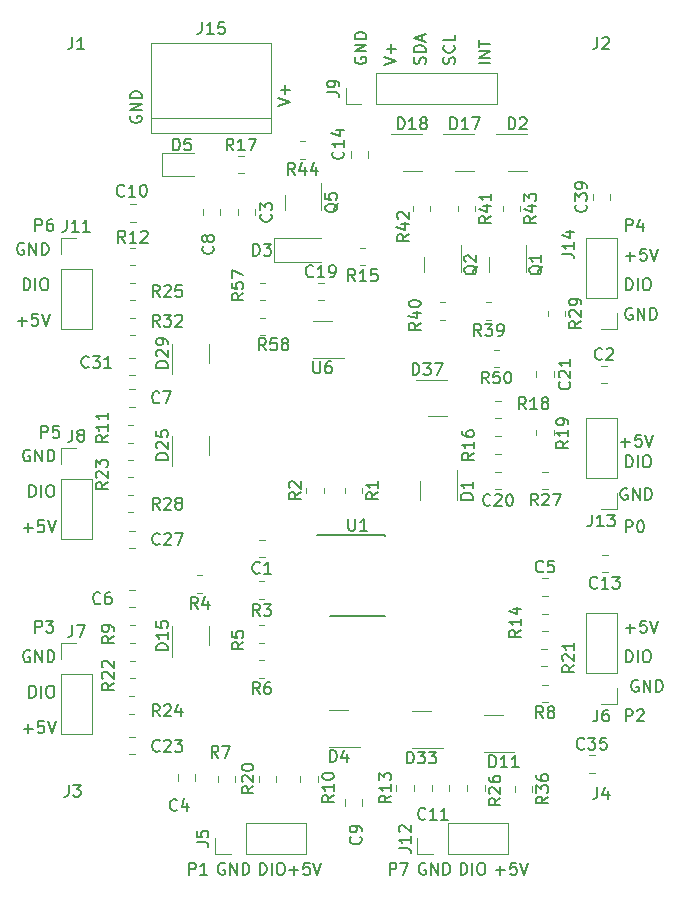
<source format=gbr>
%TF.GenerationSoftware,KiCad,Pcbnew,7.0.5*%
%TF.CreationDate,2023-09-16T15:28:57-07:00*%
%TF.ProjectId,PCF8574DIOI2C,50434638-3537-4344-9449-4f4932432e6b,rev?*%
%TF.SameCoordinates,Original*%
%TF.FileFunction,Legend,Top*%
%TF.FilePolarity,Positive*%
%FSLAX46Y46*%
G04 Gerber Fmt 4.6, Leading zero omitted, Abs format (unit mm)*
G04 Created by KiCad (PCBNEW 7.0.5) date 2023-09-16 15:28:57*
%MOMM*%
%LPD*%
G01*
G04 APERTURE LIST*
%ADD10C,0.150000*%
%ADD11C,0.120000*%
G04 APERTURE END LIST*
D10*
X109860588Y-63917438D02*
X109765350Y-63869819D01*
X109765350Y-63869819D02*
X109622493Y-63869819D01*
X109622493Y-63869819D02*
X109479636Y-63917438D01*
X109479636Y-63917438D02*
X109384398Y-64012676D01*
X109384398Y-64012676D02*
X109336779Y-64107914D01*
X109336779Y-64107914D02*
X109289160Y-64298390D01*
X109289160Y-64298390D02*
X109289160Y-64441247D01*
X109289160Y-64441247D02*
X109336779Y-64631723D01*
X109336779Y-64631723D02*
X109384398Y-64726961D01*
X109384398Y-64726961D02*
X109479636Y-64822200D01*
X109479636Y-64822200D02*
X109622493Y-64869819D01*
X109622493Y-64869819D02*
X109717731Y-64869819D01*
X109717731Y-64869819D02*
X109860588Y-64822200D01*
X109860588Y-64822200D02*
X109908207Y-64774580D01*
X109908207Y-64774580D02*
X109908207Y-64441247D01*
X109908207Y-64441247D02*
X109717731Y-64441247D01*
X110336779Y-64869819D02*
X110336779Y-63869819D01*
X110336779Y-63869819D02*
X110908207Y-64869819D01*
X110908207Y-64869819D02*
X110908207Y-63869819D01*
X111384398Y-64869819D02*
X111384398Y-63869819D01*
X111384398Y-63869819D02*
X111622493Y-63869819D01*
X111622493Y-63869819D02*
X111765350Y-63917438D01*
X111765350Y-63917438D02*
X111860588Y-64012676D01*
X111860588Y-64012676D02*
X111908207Y-64107914D01*
X111908207Y-64107914D02*
X111955826Y-64298390D01*
X111955826Y-64298390D02*
X111955826Y-64441247D01*
X111955826Y-64441247D02*
X111908207Y-64631723D01*
X111908207Y-64631723D02*
X111860588Y-64726961D01*
X111860588Y-64726961D02*
X111765350Y-64822200D01*
X111765350Y-64822200D02*
X111622493Y-64869819D01*
X111622493Y-64869819D02*
X111384398Y-64869819D01*
X160836779Y-96488866D02*
X161598684Y-96488866D01*
X161217731Y-96869819D02*
X161217731Y-96107914D01*
X162551064Y-95869819D02*
X162074874Y-95869819D01*
X162074874Y-95869819D02*
X162027255Y-96346009D01*
X162027255Y-96346009D02*
X162074874Y-96298390D01*
X162074874Y-96298390D02*
X162170112Y-96250771D01*
X162170112Y-96250771D02*
X162408207Y-96250771D01*
X162408207Y-96250771D02*
X162503445Y-96298390D01*
X162503445Y-96298390D02*
X162551064Y-96346009D01*
X162551064Y-96346009D02*
X162598683Y-96441247D01*
X162598683Y-96441247D02*
X162598683Y-96679342D01*
X162598683Y-96679342D02*
X162551064Y-96774580D01*
X162551064Y-96774580D02*
X162503445Y-96822200D01*
X162503445Y-96822200D02*
X162408207Y-96869819D01*
X162408207Y-96869819D02*
X162170112Y-96869819D01*
X162170112Y-96869819D02*
X162074874Y-96822200D01*
X162074874Y-96822200D02*
X162027255Y-96774580D01*
X162884398Y-95869819D02*
X163217731Y-96869819D01*
X163217731Y-96869819D02*
X163551064Y-95869819D01*
X118917438Y-53139411D02*
X118869819Y-53234649D01*
X118869819Y-53234649D02*
X118869819Y-53377506D01*
X118869819Y-53377506D02*
X118917438Y-53520363D01*
X118917438Y-53520363D02*
X119012676Y-53615601D01*
X119012676Y-53615601D02*
X119107914Y-53663220D01*
X119107914Y-53663220D02*
X119298390Y-53710839D01*
X119298390Y-53710839D02*
X119441247Y-53710839D01*
X119441247Y-53710839D02*
X119631723Y-53663220D01*
X119631723Y-53663220D02*
X119726961Y-53615601D01*
X119726961Y-53615601D02*
X119822200Y-53520363D01*
X119822200Y-53520363D02*
X119869819Y-53377506D01*
X119869819Y-53377506D02*
X119869819Y-53282268D01*
X119869819Y-53282268D02*
X119822200Y-53139411D01*
X119822200Y-53139411D02*
X119774580Y-53091792D01*
X119774580Y-53091792D02*
X119441247Y-53091792D01*
X119441247Y-53091792D02*
X119441247Y-53282268D01*
X119869819Y-52663220D02*
X118869819Y-52663220D01*
X118869819Y-52663220D02*
X119869819Y-52091792D01*
X119869819Y-52091792D02*
X118869819Y-52091792D01*
X119869819Y-51615601D02*
X118869819Y-51615601D01*
X118869819Y-51615601D02*
X118869819Y-51377506D01*
X118869819Y-51377506D02*
X118917438Y-51234649D01*
X118917438Y-51234649D02*
X119012676Y-51139411D01*
X119012676Y-51139411D02*
X119107914Y-51091792D01*
X119107914Y-51091792D02*
X119298390Y-51044173D01*
X119298390Y-51044173D02*
X119441247Y-51044173D01*
X119441247Y-51044173D02*
X119631723Y-51091792D01*
X119631723Y-51091792D02*
X119726961Y-51139411D01*
X119726961Y-51139411D02*
X119822200Y-51234649D01*
X119822200Y-51234649D02*
X119869819Y-51377506D01*
X119869819Y-51377506D02*
X119869819Y-51615601D01*
X160836779Y-62869819D02*
X160836779Y-61869819D01*
X160836779Y-61869819D02*
X161217731Y-61869819D01*
X161217731Y-61869819D02*
X161312969Y-61917438D01*
X161312969Y-61917438D02*
X161360588Y-61965057D01*
X161360588Y-61965057D02*
X161408207Y-62060295D01*
X161408207Y-62060295D02*
X161408207Y-62203152D01*
X161408207Y-62203152D02*
X161360588Y-62298390D01*
X161360588Y-62298390D02*
X161312969Y-62346009D01*
X161312969Y-62346009D02*
X161217731Y-62393628D01*
X161217731Y-62393628D02*
X160836779Y-62393628D01*
X162265350Y-62203152D02*
X162265350Y-62869819D01*
X162027255Y-61822200D02*
X161789160Y-62536485D01*
X161789160Y-62536485D02*
X162408207Y-62536485D01*
X149369819Y-48663220D02*
X148369819Y-48663220D01*
X149369819Y-48187030D02*
X148369819Y-48187030D01*
X148369819Y-48187030D02*
X149369819Y-47615602D01*
X149369819Y-47615602D02*
X148369819Y-47615602D01*
X148369819Y-47282268D02*
X148369819Y-46710840D01*
X149369819Y-46996554D02*
X148369819Y-46996554D01*
X160836779Y-104369819D02*
X160836779Y-103369819D01*
X160836779Y-103369819D02*
X161217731Y-103369819D01*
X161217731Y-103369819D02*
X161312969Y-103417438D01*
X161312969Y-103417438D02*
X161360588Y-103465057D01*
X161360588Y-103465057D02*
X161408207Y-103560295D01*
X161408207Y-103560295D02*
X161408207Y-103703152D01*
X161408207Y-103703152D02*
X161360588Y-103798390D01*
X161360588Y-103798390D02*
X161312969Y-103846009D01*
X161312969Y-103846009D02*
X161217731Y-103893628D01*
X161217731Y-103893628D02*
X160836779Y-103893628D01*
X161789160Y-103465057D02*
X161836779Y-103417438D01*
X161836779Y-103417438D02*
X161932017Y-103369819D01*
X161932017Y-103369819D02*
X162170112Y-103369819D01*
X162170112Y-103369819D02*
X162265350Y-103417438D01*
X162265350Y-103417438D02*
X162312969Y-103465057D01*
X162312969Y-103465057D02*
X162360588Y-103560295D01*
X162360588Y-103560295D02*
X162360588Y-103655533D01*
X162360588Y-103655533D02*
X162312969Y-103798390D01*
X162312969Y-103798390D02*
X161741541Y-104369819D01*
X161741541Y-104369819D02*
X162360588Y-104369819D01*
X146322200Y-48710839D02*
X146369819Y-48567982D01*
X146369819Y-48567982D02*
X146369819Y-48329887D01*
X146369819Y-48329887D02*
X146322200Y-48234649D01*
X146322200Y-48234649D02*
X146274580Y-48187030D01*
X146274580Y-48187030D02*
X146179342Y-48139411D01*
X146179342Y-48139411D02*
X146084104Y-48139411D01*
X146084104Y-48139411D02*
X145988866Y-48187030D01*
X145988866Y-48187030D02*
X145941247Y-48234649D01*
X145941247Y-48234649D02*
X145893628Y-48329887D01*
X145893628Y-48329887D02*
X145846009Y-48520363D01*
X145846009Y-48520363D02*
X145798390Y-48615601D01*
X145798390Y-48615601D02*
X145750771Y-48663220D01*
X145750771Y-48663220D02*
X145655533Y-48710839D01*
X145655533Y-48710839D02*
X145560295Y-48710839D01*
X145560295Y-48710839D02*
X145465057Y-48663220D01*
X145465057Y-48663220D02*
X145417438Y-48615601D01*
X145417438Y-48615601D02*
X145369819Y-48520363D01*
X145369819Y-48520363D02*
X145369819Y-48282268D01*
X145369819Y-48282268D02*
X145417438Y-48139411D01*
X146274580Y-47139411D02*
X146322200Y-47187030D01*
X146322200Y-47187030D02*
X146369819Y-47329887D01*
X146369819Y-47329887D02*
X146369819Y-47425125D01*
X146369819Y-47425125D02*
X146322200Y-47567982D01*
X146322200Y-47567982D02*
X146226961Y-47663220D01*
X146226961Y-47663220D02*
X146131723Y-47710839D01*
X146131723Y-47710839D02*
X145941247Y-47758458D01*
X145941247Y-47758458D02*
X145798390Y-47758458D01*
X145798390Y-47758458D02*
X145607914Y-47710839D01*
X145607914Y-47710839D02*
X145512676Y-47663220D01*
X145512676Y-47663220D02*
X145417438Y-47567982D01*
X145417438Y-47567982D02*
X145369819Y-47425125D01*
X145369819Y-47425125D02*
X145369819Y-47329887D01*
X145369819Y-47329887D02*
X145417438Y-47187030D01*
X145417438Y-47187030D02*
X145465057Y-47139411D01*
X146369819Y-46234649D02*
X146369819Y-46710839D01*
X146369819Y-46710839D02*
X145369819Y-46710839D01*
X123836779Y-117369819D02*
X123836779Y-116369819D01*
X123836779Y-116369819D02*
X124217731Y-116369819D01*
X124217731Y-116369819D02*
X124312969Y-116417438D01*
X124312969Y-116417438D02*
X124360588Y-116465057D01*
X124360588Y-116465057D02*
X124408207Y-116560295D01*
X124408207Y-116560295D02*
X124408207Y-116703152D01*
X124408207Y-116703152D02*
X124360588Y-116798390D01*
X124360588Y-116798390D02*
X124312969Y-116846009D01*
X124312969Y-116846009D02*
X124217731Y-116893628D01*
X124217731Y-116893628D02*
X123836779Y-116893628D01*
X125360588Y-117369819D02*
X124789160Y-117369819D01*
X125074874Y-117369819D02*
X125074874Y-116369819D01*
X125074874Y-116369819D02*
X124979636Y-116512676D01*
X124979636Y-116512676D02*
X124884398Y-116607914D01*
X124884398Y-116607914D02*
X124789160Y-116655533D01*
X160416779Y-80738866D02*
X161178684Y-80738866D01*
X160797731Y-81119819D02*
X160797731Y-80357914D01*
X162131064Y-80119819D02*
X161654874Y-80119819D01*
X161654874Y-80119819D02*
X161607255Y-80596009D01*
X161607255Y-80596009D02*
X161654874Y-80548390D01*
X161654874Y-80548390D02*
X161750112Y-80500771D01*
X161750112Y-80500771D02*
X161988207Y-80500771D01*
X161988207Y-80500771D02*
X162083445Y-80548390D01*
X162083445Y-80548390D02*
X162131064Y-80596009D01*
X162131064Y-80596009D02*
X162178683Y-80691247D01*
X162178683Y-80691247D02*
X162178683Y-80929342D01*
X162178683Y-80929342D02*
X162131064Y-81024580D01*
X162131064Y-81024580D02*
X162083445Y-81072200D01*
X162083445Y-81072200D02*
X161988207Y-81119819D01*
X161988207Y-81119819D02*
X161750112Y-81119819D01*
X161750112Y-81119819D02*
X161654874Y-81072200D01*
X161654874Y-81072200D02*
X161607255Y-81024580D01*
X162464398Y-80119819D02*
X162797731Y-81119819D01*
X162797731Y-81119819D02*
X163131064Y-80119819D01*
X140836779Y-117369819D02*
X140836779Y-116369819D01*
X140836779Y-116369819D02*
X141217731Y-116369819D01*
X141217731Y-116369819D02*
X141312969Y-116417438D01*
X141312969Y-116417438D02*
X141360588Y-116465057D01*
X141360588Y-116465057D02*
X141408207Y-116560295D01*
X141408207Y-116560295D02*
X141408207Y-116703152D01*
X141408207Y-116703152D02*
X141360588Y-116798390D01*
X141360588Y-116798390D02*
X141312969Y-116846009D01*
X141312969Y-116846009D02*
X141217731Y-116893628D01*
X141217731Y-116893628D02*
X140836779Y-116893628D01*
X141741541Y-116369819D02*
X142408207Y-116369819D01*
X142408207Y-116369819D02*
X141979636Y-117369819D01*
X143822200Y-48710839D02*
X143869819Y-48567982D01*
X143869819Y-48567982D02*
X143869819Y-48329887D01*
X143869819Y-48329887D02*
X143822200Y-48234649D01*
X143822200Y-48234649D02*
X143774580Y-48187030D01*
X143774580Y-48187030D02*
X143679342Y-48139411D01*
X143679342Y-48139411D02*
X143584104Y-48139411D01*
X143584104Y-48139411D02*
X143488866Y-48187030D01*
X143488866Y-48187030D02*
X143441247Y-48234649D01*
X143441247Y-48234649D02*
X143393628Y-48329887D01*
X143393628Y-48329887D02*
X143346009Y-48520363D01*
X143346009Y-48520363D02*
X143298390Y-48615601D01*
X143298390Y-48615601D02*
X143250771Y-48663220D01*
X143250771Y-48663220D02*
X143155533Y-48710839D01*
X143155533Y-48710839D02*
X143060295Y-48710839D01*
X143060295Y-48710839D02*
X142965057Y-48663220D01*
X142965057Y-48663220D02*
X142917438Y-48615601D01*
X142917438Y-48615601D02*
X142869819Y-48520363D01*
X142869819Y-48520363D02*
X142869819Y-48282268D01*
X142869819Y-48282268D02*
X142917438Y-48139411D01*
X143869819Y-47710839D02*
X142869819Y-47710839D01*
X142869819Y-47710839D02*
X142869819Y-47472744D01*
X142869819Y-47472744D02*
X142917438Y-47329887D01*
X142917438Y-47329887D02*
X143012676Y-47234649D01*
X143012676Y-47234649D02*
X143107914Y-47187030D01*
X143107914Y-47187030D02*
X143298390Y-47139411D01*
X143298390Y-47139411D02*
X143441247Y-47139411D01*
X143441247Y-47139411D02*
X143631723Y-47187030D01*
X143631723Y-47187030D02*
X143726961Y-47234649D01*
X143726961Y-47234649D02*
X143822200Y-47329887D01*
X143822200Y-47329887D02*
X143869819Y-47472744D01*
X143869819Y-47472744D02*
X143869819Y-47710839D01*
X143584104Y-46758458D02*
X143584104Y-46282268D01*
X143869819Y-46853696D02*
X142869819Y-46520363D01*
X142869819Y-46520363D02*
X143869819Y-46187030D01*
X161360588Y-69417438D02*
X161265350Y-69369819D01*
X161265350Y-69369819D02*
X161122493Y-69369819D01*
X161122493Y-69369819D02*
X160979636Y-69417438D01*
X160979636Y-69417438D02*
X160884398Y-69512676D01*
X160884398Y-69512676D02*
X160836779Y-69607914D01*
X160836779Y-69607914D02*
X160789160Y-69798390D01*
X160789160Y-69798390D02*
X160789160Y-69941247D01*
X160789160Y-69941247D02*
X160836779Y-70131723D01*
X160836779Y-70131723D02*
X160884398Y-70226961D01*
X160884398Y-70226961D02*
X160979636Y-70322200D01*
X160979636Y-70322200D02*
X161122493Y-70369819D01*
X161122493Y-70369819D02*
X161217731Y-70369819D01*
X161217731Y-70369819D02*
X161360588Y-70322200D01*
X161360588Y-70322200D02*
X161408207Y-70274580D01*
X161408207Y-70274580D02*
X161408207Y-69941247D01*
X161408207Y-69941247D02*
X161217731Y-69941247D01*
X161836779Y-70369819D02*
X161836779Y-69369819D01*
X161836779Y-69369819D02*
X162408207Y-70369819D01*
X162408207Y-70369819D02*
X162408207Y-69369819D01*
X162884398Y-70369819D02*
X162884398Y-69369819D01*
X162884398Y-69369819D02*
X163122493Y-69369819D01*
X163122493Y-69369819D02*
X163265350Y-69417438D01*
X163265350Y-69417438D02*
X163360588Y-69512676D01*
X163360588Y-69512676D02*
X163408207Y-69607914D01*
X163408207Y-69607914D02*
X163455826Y-69798390D01*
X163455826Y-69798390D02*
X163455826Y-69941247D01*
X163455826Y-69941247D02*
X163408207Y-70131723D01*
X163408207Y-70131723D02*
X163360588Y-70226961D01*
X163360588Y-70226961D02*
X163265350Y-70322200D01*
X163265350Y-70322200D02*
X163122493Y-70369819D01*
X163122493Y-70369819D02*
X162884398Y-70369819D01*
X161860588Y-100917438D02*
X161765350Y-100869819D01*
X161765350Y-100869819D02*
X161622493Y-100869819D01*
X161622493Y-100869819D02*
X161479636Y-100917438D01*
X161479636Y-100917438D02*
X161384398Y-101012676D01*
X161384398Y-101012676D02*
X161336779Y-101107914D01*
X161336779Y-101107914D02*
X161289160Y-101298390D01*
X161289160Y-101298390D02*
X161289160Y-101441247D01*
X161289160Y-101441247D02*
X161336779Y-101631723D01*
X161336779Y-101631723D02*
X161384398Y-101726961D01*
X161384398Y-101726961D02*
X161479636Y-101822200D01*
X161479636Y-101822200D02*
X161622493Y-101869819D01*
X161622493Y-101869819D02*
X161717731Y-101869819D01*
X161717731Y-101869819D02*
X161860588Y-101822200D01*
X161860588Y-101822200D02*
X161908207Y-101774580D01*
X161908207Y-101774580D02*
X161908207Y-101441247D01*
X161908207Y-101441247D02*
X161717731Y-101441247D01*
X162336779Y-101869819D02*
X162336779Y-100869819D01*
X162336779Y-100869819D02*
X162908207Y-101869819D01*
X162908207Y-101869819D02*
X162908207Y-100869819D01*
X163384398Y-101869819D02*
X163384398Y-100869819D01*
X163384398Y-100869819D02*
X163622493Y-100869819D01*
X163622493Y-100869819D02*
X163765350Y-100917438D01*
X163765350Y-100917438D02*
X163860588Y-101012676D01*
X163860588Y-101012676D02*
X163908207Y-101107914D01*
X163908207Y-101107914D02*
X163955826Y-101298390D01*
X163955826Y-101298390D02*
X163955826Y-101441247D01*
X163955826Y-101441247D02*
X163908207Y-101631723D01*
X163908207Y-101631723D02*
X163860588Y-101726961D01*
X163860588Y-101726961D02*
X163765350Y-101822200D01*
X163765350Y-101822200D02*
X163622493Y-101869819D01*
X163622493Y-101869819D02*
X163384398Y-101869819D01*
X160836779Y-82869819D02*
X160836779Y-81869819D01*
X160836779Y-81869819D02*
X161074874Y-81869819D01*
X161074874Y-81869819D02*
X161217731Y-81917438D01*
X161217731Y-81917438D02*
X161312969Y-82012676D01*
X161312969Y-82012676D02*
X161360588Y-82107914D01*
X161360588Y-82107914D02*
X161408207Y-82298390D01*
X161408207Y-82298390D02*
X161408207Y-82441247D01*
X161408207Y-82441247D02*
X161360588Y-82631723D01*
X161360588Y-82631723D02*
X161312969Y-82726961D01*
X161312969Y-82726961D02*
X161217731Y-82822200D01*
X161217731Y-82822200D02*
X161074874Y-82869819D01*
X161074874Y-82869819D02*
X160836779Y-82869819D01*
X161836779Y-82869819D02*
X161836779Y-81869819D01*
X162503445Y-81869819D02*
X162693921Y-81869819D01*
X162693921Y-81869819D02*
X162789159Y-81917438D01*
X162789159Y-81917438D02*
X162884397Y-82012676D01*
X162884397Y-82012676D02*
X162932016Y-82203152D01*
X162932016Y-82203152D02*
X162932016Y-82536485D01*
X162932016Y-82536485D02*
X162884397Y-82726961D01*
X162884397Y-82726961D02*
X162789159Y-82822200D01*
X162789159Y-82822200D02*
X162693921Y-82869819D01*
X162693921Y-82869819D02*
X162503445Y-82869819D01*
X162503445Y-82869819D02*
X162408207Y-82822200D01*
X162408207Y-82822200D02*
X162312969Y-82726961D01*
X162312969Y-82726961D02*
X162265350Y-82536485D01*
X162265350Y-82536485D02*
X162265350Y-82203152D01*
X162265350Y-82203152D02*
X162312969Y-82012676D01*
X162312969Y-82012676D02*
X162408207Y-81917438D01*
X162408207Y-81917438D02*
X162503445Y-81869819D01*
X146836779Y-117369819D02*
X146836779Y-116369819D01*
X146836779Y-116369819D02*
X147074874Y-116369819D01*
X147074874Y-116369819D02*
X147217731Y-116417438D01*
X147217731Y-116417438D02*
X147312969Y-116512676D01*
X147312969Y-116512676D02*
X147360588Y-116607914D01*
X147360588Y-116607914D02*
X147408207Y-116798390D01*
X147408207Y-116798390D02*
X147408207Y-116941247D01*
X147408207Y-116941247D02*
X147360588Y-117131723D01*
X147360588Y-117131723D02*
X147312969Y-117226961D01*
X147312969Y-117226961D02*
X147217731Y-117322200D01*
X147217731Y-117322200D02*
X147074874Y-117369819D01*
X147074874Y-117369819D02*
X146836779Y-117369819D01*
X147836779Y-117369819D02*
X147836779Y-116369819D01*
X148503445Y-116369819D02*
X148693921Y-116369819D01*
X148693921Y-116369819D02*
X148789159Y-116417438D01*
X148789159Y-116417438D02*
X148884397Y-116512676D01*
X148884397Y-116512676D02*
X148932016Y-116703152D01*
X148932016Y-116703152D02*
X148932016Y-117036485D01*
X148932016Y-117036485D02*
X148884397Y-117226961D01*
X148884397Y-117226961D02*
X148789159Y-117322200D01*
X148789159Y-117322200D02*
X148693921Y-117369819D01*
X148693921Y-117369819D02*
X148503445Y-117369819D01*
X148503445Y-117369819D02*
X148408207Y-117322200D01*
X148408207Y-117322200D02*
X148312969Y-117226961D01*
X148312969Y-117226961D02*
X148265350Y-117036485D01*
X148265350Y-117036485D02*
X148265350Y-116703152D01*
X148265350Y-116703152D02*
X148312969Y-116512676D01*
X148312969Y-116512676D02*
X148408207Y-116417438D01*
X148408207Y-116417438D02*
X148503445Y-116369819D01*
X109836779Y-87988866D02*
X110598684Y-87988866D01*
X110217731Y-88369819D02*
X110217731Y-87607914D01*
X111551064Y-87369819D02*
X111074874Y-87369819D01*
X111074874Y-87369819D02*
X111027255Y-87846009D01*
X111027255Y-87846009D02*
X111074874Y-87798390D01*
X111074874Y-87798390D02*
X111170112Y-87750771D01*
X111170112Y-87750771D02*
X111408207Y-87750771D01*
X111408207Y-87750771D02*
X111503445Y-87798390D01*
X111503445Y-87798390D02*
X111551064Y-87846009D01*
X111551064Y-87846009D02*
X111598683Y-87941247D01*
X111598683Y-87941247D02*
X111598683Y-88179342D01*
X111598683Y-88179342D02*
X111551064Y-88274580D01*
X111551064Y-88274580D02*
X111503445Y-88322200D01*
X111503445Y-88322200D02*
X111408207Y-88369819D01*
X111408207Y-88369819D02*
X111170112Y-88369819D01*
X111170112Y-88369819D02*
X111074874Y-88322200D01*
X111074874Y-88322200D02*
X111027255Y-88274580D01*
X111884398Y-87369819D02*
X112217731Y-88369819D01*
X112217731Y-88369819D02*
X112551064Y-87369819D01*
X129836779Y-117369819D02*
X129836779Y-116369819D01*
X129836779Y-116369819D02*
X130074874Y-116369819D01*
X130074874Y-116369819D02*
X130217731Y-116417438D01*
X130217731Y-116417438D02*
X130312969Y-116512676D01*
X130312969Y-116512676D02*
X130360588Y-116607914D01*
X130360588Y-116607914D02*
X130408207Y-116798390D01*
X130408207Y-116798390D02*
X130408207Y-116941247D01*
X130408207Y-116941247D02*
X130360588Y-117131723D01*
X130360588Y-117131723D02*
X130312969Y-117226961D01*
X130312969Y-117226961D02*
X130217731Y-117322200D01*
X130217731Y-117322200D02*
X130074874Y-117369819D01*
X130074874Y-117369819D02*
X129836779Y-117369819D01*
X130836779Y-117369819D02*
X130836779Y-116369819D01*
X131503445Y-116369819D02*
X131693921Y-116369819D01*
X131693921Y-116369819D02*
X131789159Y-116417438D01*
X131789159Y-116417438D02*
X131884397Y-116512676D01*
X131884397Y-116512676D02*
X131932016Y-116703152D01*
X131932016Y-116703152D02*
X131932016Y-117036485D01*
X131932016Y-117036485D02*
X131884397Y-117226961D01*
X131884397Y-117226961D02*
X131789159Y-117322200D01*
X131789159Y-117322200D02*
X131693921Y-117369819D01*
X131693921Y-117369819D02*
X131503445Y-117369819D01*
X131503445Y-117369819D02*
X131408207Y-117322200D01*
X131408207Y-117322200D02*
X131312969Y-117226961D01*
X131312969Y-117226961D02*
X131265350Y-117036485D01*
X131265350Y-117036485D02*
X131265350Y-116703152D01*
X131265350Y-116703152D02*
X131312969Y-116512676D01*
X131312969Y-116512676D02*
X131408207Y-116417438D01*
X131408207Y-116417438D02*
X131503445Y-116369819D01*
X137917438Y-48139411D02*
X137869819Y-48234649D01*
X137869819Y-48234649D02*
X137869819Y-48377506D01*
X137869819Y-48377506D02*
X137917438Y-48520363D01*
X137917438Y-48520363D02*
X138012676Y-48615601D01*
X138012676Y-48615601D02*
X138107914Y-48663220D01*
X138107914Y-48663220D02*
X138298390Y-48710839D01*
X138298390Y-48710839D02*
X138441247Y-48710839D01*
X138441247Y-48710839D02*
X138631723Y-48663220D01*
X138631723Y-48663220D02*
X138726961Y-48615601D01*
X138726961Y-48615601D02*
X138822200Y-48520363D01*
X138822200Y-48520363D02*
X138869819Y-48377506D01*
X138869819Y-48377506D02*
X138869819Y-48282268D01*
X138869819Y-48282268D02*
X138822200Y-48139411D01*
X138822200Y-48139411D02*
X138774580Y-48091792D01*
X138774580Y-48091792D02*
X138441247Y-48091792D01*
X138441247Y-48091792D02*
X138441247Y-48282268D01*
X138869819Y-47663220D02*
X137869819Y-47663220D01*
X137869819Y-47663220D02*
X138869819Y-47091792D01*
X138869819Y-47091792D02*
X137869819Y-47091792D01*
X138869819Y-46615601D02*
X137869819Y-46615601D01*
X137869819Y-46615601D02*
X137869819Y-46377506D01*
X137869819Y-46377506D02*
X137917438Y-46234649D01*
X137917438Y-46234649D02*
X138012676Y-46139411D01*
X138012676Y-46139411D02*
X138107914Y-46091792D01*
X138107914Y-46091792D02*
X138298390Y-46044173D01*
X138298390Y-46044173D02*
X138441247Y-46044173D01*
X138441247Y-46044173D02*
X138631723Y-46091792D01*
X138631723Y-46091792D02*
X138726961Y-46139411D01*
X138726961Y-46139411D02*
X138822200Y-46234649D01*
X138822200Y-46234649D02*
X138869819Y-46377506D01*
X138869819Y-46377506D02*
X138869819Y-46615601D01*
X110336779Y-85369819D02*
X110336779Y-84369819D01*
X110336779Y-84369819D02*
X110574874Y-84369819D01*
X110574874Y-84369819D02*
X110717731Y-84417438D01*
X110717731Y-84417438D02*
X110812969Y-84512676D01*
X110812969Y-84512676D02*
X110860588Y-84607914D01*
X110860588Y-84607914D02*
X110908207Y-84798390D01*
X110908207Y-84798390D02*
X110908207Y-84941247D01*
X110908207Y-84941247D02*
X110860588Y-85131723D01*
X110860588Y-85131723D02*
X110812969Y-85226961D01*
X110812969Y-85226961D02*
X110717731Y-85322200D01*
X110717731Y-85322200D02*
X110574874Y-85369819D01*
X110574874Y-85369819D02*
X110336779Y-85369819D01*
X111336779Y-85369819D02*
X111336779Y-84369819D01*
X112003445Y-84369819D02*
X112193921Y-84369819D01*
X112193921Y-84369819D02*
X112289159Y-84417438D01*
X112289159Y-84417438D02*
X112384397Y-84512676D01*
X112384397Y-84512676D02*
X112432016Y-84703152D01*
X112432016Y-84703152D02*
X112432016Y-85036485D01*
X112432016Y-85036485D02*
X112384397Y-85226961D01*
X112384397Y-85226961D02*
X112289159Y-85322200D01*
X112289159Y-85322200D02*
X112193921Y-85369819D01*
X112193921Y-85369819D02*
X112003445Y-85369819D01*
X112003445Y-85369819D02*
X111908207Y-85322200D01*
X111908207Y-85322200D02*
X111812969Y-85226961D01*
X111812969Y-85226961D02*
X111765350Y-85036485D01*
X111765350Y-85036485D02*
X111765350Y-84703152D01*
X111765350Y-84703152D02*
X111812969Y-84512676D01*
X111812969Y-84512676D02*
X111908207Y-84417438D01*
X111908207Y-84417438D02*
X112003445Y-84369819D01*
X132336779Y-116988866D02*
X133098684Y-116988866D01*
X132717731Y-117369819D02*
X132717731Y-116607914D01*
X134051064Y-116369819D02*
X133574874Y-116369819D01*
X133574874Y-116369819D02*
X133527255Y-116846009D01*
X133527255Y-116846009D02*
X133574874Y-116798390D01*
X133574874Y-116798390D02*
X133670112Y-116750771D01*
X133670112Y-116750771D02*
X133908207Y-116750771D01*
X133908207Y-116750771D02*
X134003445Y-116798390D01*
X134003445Y-116798390D02*
X134051064Y-116846009D01*
X134051064Y-116846009D02*
X134098683Y-116941247D01*
X134098683Y-116941247D02*
X134098683Y-117179342D01*
X134098683Y-117179342D02*
X134051064Y-117274580D01*
X134051064Y-117274580D02*
X134003445Y-117322200D01*
X134003445Y-117322200D02*
X133908207Y-117369819D01*
X133908207Y-117369819D02*
X133670112Y-117369819D01*
X133670112Y-117369819D02*
X133574874Y-117322200D01*
X133574874Y-117322200D02*
X133527255Y-117274580D01*
X134384398Y-116369819D02*
X134717731Y-117369819D01*
X134717731Y-117369819D02*
X135051064Y-116369819D01*
X110360588Y-98417438D02*
X110265350Y-98369819D01*
X110265350Y-98369819D02*
X110122493Y-98369819D01*
X110122493Y-98369819D02*
X109979636Y-98417438D01*
X109979636Y-98417438D02*
X109884398Y-98512676D01*
X109884398Y-98512676D02*
X109836779Y-98607914D01*
X109836779Y-98607914D02*
X109789160Y-98798390D01*
X109789160Y-98798390D02*
X109789160Y-98941247D01*
X109789160Y-98941247D02*
X109836779Y-99131723D01*
X109836779Y-99131723D02*
X109884398Y-99226961D01*
X109884398Y-99226961D02*
X109979636Y-99322200D01*
X109979636Y-99322200D02*
X110122493Y-99369819D01*
X110122493Y-99369819D02*
X110217731Y-99369819D01*
X110217731Y-99369819D02*
X110360588Y-99322200D01*
X110360588Y-99322200D02*
X110408207Y-99274580D01*
X110408207Y-99274580D02*
X110408207Y-98941247D01*
X110408207Y-98941247D02*
X110217731Y-98941247D01*
X110836779Y-99369819D02*
X110836779Y-98369819D01*
X110836779Y-98369819D02*
X111408207Y-99369819D01*
X111408207Y-99369819D02*
X111408207Y-98369819D01*
X111884398Y-99369819D02*
X111884398Y-98369819D01*
X111884398Y-98369819D02*
X112122493Y-98369819D01*
X112122493Y-98369819D02*
X112265350Y-98417438D01*
X112265350Y-98417438D02*
X112360588Y-98512676D01*
X112360588Y-98512676D02*
X112408207Y-98607914D01*
X112408207Y-98607914D02*
X112455826Y-98798390D01*
X112455826Y-98798390D02*
X112455826Y-98941247D01*
X112455826Y-98941247D02*
X112408207Y-99131723D01*
X112408207Y-99131723D02*
X112360588Y-99226961D01*
X112360588Y-99226961D02*
X112265350Y-99322200D01*
X112265350Y-99322200D02*
X112122493Y-99369819D01*
X112122493Y-99369819D02*
X111884398Y-99369819D01*
X109836779Y-104988866D02*
X110598684Y-104988866D01*
X110217731Y-105369819D02*
X110217731Y-104607914D01*
X111551064Y-104369819D02*
X111074874Y-104369819D01*
X111074874Y-104369819D02*
X111027255Y-104846009D01*
X111027255Y-104846009D02*
X111074874Y-104798390D01*
X111074874Y-104798390D02*
X111170112Y-104750771D01*
X111170112Y-104750771D02*
X111408207Y-104750771D01*
X111408207Y-104750771D02*
X111503445Y-104798390D01*
X111503445Y-104798390D02*
X111551064Y-104846009D01*
X111551064Y-104846009D02*
X111598683Y-104941247D01*
X111598683Y-104941247D02*
X111598683Y-105179342D01*
X111598683Y-105179342D02*
X111551064Y-105274580D01*
X111551064Y-105274580D02*
X111503445Y-105322200D01*
X111503445Y-105322200D02*
X111408207Y-105369819D01*
X111408207Y-105369819D02*
X111170112Y-105369819D01*
X111170112Y-105369819D02*
X111074874Y-105322200D01*
X111074874Y-105322200D02*
X111027255Y-105274580D01*
X111884398Y-104369819D02*
X112217731Y-105369819D01*
X112217731Y-105369819D02*
X112551064Y-104369819D01*
X110360588Y-81417438D02*
X110265350Y-81369819D01*
X110265350Y-81369819D02*
X110122493Y-81369819D01*
X110122493Y-81369819D02*
X109979636Y-81417438D01*
X109979636Y-81417438D02*
X109884398Y-81512676D01*
X109884398Y-81512676D02*
X109836779Y-81607914D01*
X109836779Y-81607914D02*
X109789160Y-81798390D01*
X109789160Y-81798390D02*
X109789160Y-81941247D01*
X109789160Y-81941247D02*
X109836779Y-82131723D01*
X109836779Y-82131723D02*
X109884398Y-82226961D01*
X109884398Y-82226961D02*
X109979636Y-82322200D01*
X109979636Y-82322200D02*
X110122493Y-82369819D01*
X110122493Y-82369819D02*
X110217731Y-82369819D01*
X110217731Y-82369819D02*
X110360588Y-82322200D01*
X110360588Y-82322200D02*
X110408207Y-82274580D01*
X110408207Y-82274580D02*
X110408207Y-81941247D01*
X110408207Y-81941247D02*
X110217731Y-81941247D01*
X110836779Y-82369819D02*
X110836779Y-81369819D01*
X110836779Y-81369819D02*
X111408207Y-82369819D01*
X111408207Y-82369819D02*
X111408207Y-81369819D01*
X111884398Y-82369819D02*
X111884398Y-81369819D01*
X111884398Y-81369819D02*
X112122493Y-81369819D01*
X112122493Y-81369819D02*
X112265350Y-81417438D01*
X112265350Y-81417438D02*
X112360588Y-81512676D01*
X112360588Y-81512676D02*
X112408207Y-81607914D01*
X112408207Y-81607914D02*
X112455826Y-81798390D01*
X112455826Y-81798390D02*
X112455826Y-81941247D01*
X112455826Y-81941247D02*
X112408207Y-82131723D01*
X112408207Y-82131723D02*
X112360588Y-82226961D01*
X112360588Y-82226961D02*
X112265350Y-82322200D01*
X112265350Y-82322200D02*
X112122493Y-82369819D01*
X112122493Y-82369819D02*
X111884398Y-82369819D01*
X110336779Y-102369819D02*
X110336779Y-101369819D01*
X110336779Y-101369819D02*
X110574874Y-101369819D01*
X110574874Y-101369819D02*
X110717731Y-101417438D01*
X110717731Y-101417438D02*
X110812969Y-101512676D01*
X110812969Y-101512676D02*
X110860588Y-101607914D01*
X110860588Y-101607914D02*
X110908207Y-101798390D01*
X110908207Y-101798390D02*
X110908207Y-101941247D01*
X110908207Y-101941247D02*
X110860588Y-102131723D01*
X110860588Y-102131723D02*
X110812969Y-102226961D01*
X110812969Y-102226961D02*
X110717731Y-102322200D01*
X110717731Y-102322200D02*
X110574874Y-102369819D01*
X110574874Y-102369819D02*
X110336779Y-102369819D01*
X111336779Y-102369819D02*
X111336779Y-101369819D01*
X112003445Y-101369819D02*
X112193921Y-101369819D01*
X112193921Y-101369819D02*
X112289159Y-101417438D01*
X112289159Y-101417438D02*
X112384397Y-101512676D01*
X112384397Y-101512676D02*
X112432016Y-101703152D01*
X112432016Y-101703152D02*
X112432016Y-102036485D01*
X112432016Y-102036485D02*
X112384397Y-102226961D01*
X112384397Y-102226961D02*
X112289159Y-102322200D01*
X112289159Y-102322200D02*
X112193921Y-102369819D01*
X112193921Y-102369819D02*
X112003445Y-102369819D01*
X112003445Y-102369819D02*
X111908207Y-102322200D01*
X111908207Y-102322200D02*
X111812969Y-102226961D01*
X111812969Y-102226961D02*
X111765350Y-102036485D01*
X111765350Y-102036485D02*
X111765350Y-101703152D01*
X111765350Y-101703152D02*
X111812969Y-101512676D01*
X111812969Y-101512676D02*
X111908207Y-101417438D01*
X111908207Y-101417438D02*
X112003445Y-101369819D01*
X110836779Y-96869819D02*
X110836779Y-95869819D01*
X110836779Y-95869819D02*
X111217731Y-95869819D01*
X111217731Y-95869819D02*
X111312969Y-95917438D01*
X111312969Y-95917438D02*
X111360588Y-95965057D01*
X111360588Y-95965057D02*
X111408207Y-96060295D01*
X111408207Y-96060295D02*
X111408207Y-96203152D01*
X111408207Y-96203152D02*
X111360588Y-96298390D01*
X111360588Y-96298390D02*
X111312969Y-96346009D01*
X111312969Y-96346009D02*
X111217731Y-96393628D01*
X111217731Y-96393628D02*
X110836779Y-96393628D01*
X111741541Y-95869819D02*
X112360588Y-95869819D01*
X112360588Y-95869819D02*
X112027255Y-96250771D01*
X112027255Y-96250771D02*
X112170112Y-96250771D01*
X112170112Y-96250771D02*
X112265350Y-96298390D01*
X112265350Y-96298390D02*
X112312969Y-96346009D01*
X112312969Y-96346009D02*
X112360588Y-96441247D01*
X112360588Y-96441247D02*
X112360588Y-96679342D01*
X112360588Y-96679342D02*
X112312969Y-96774580D01*
X112312969Y-96774580D02*
X112265350Y-96822200D01*
X112265350Y-96822200D02*
X112170112Y-96869819D01*
X112170112Y-96869819D02*
X111884398Y-96869819D01*
X111884398Y-96869819D02*
X111789160Y-96822200D01*
X111789160Y-96822200D02*
X111741541Y-96774580D01*
X110836779Y-62869819D02*
X110836779Y-61869819D01*
X110836779Y-61869819D02*
X111217731Y-61869819D01*
X111217731Y-61869819D02*
X111312969Y-61917438D01*
X111312969Y-61917438D02*
X111360588Y-61965057D01*
X111360588Y-61965057D02*
X111408207Y-62060295D01*
X111408207Y-62060295D02*
X111408207Y-62203152D01*
X111408207Y-62203152D02*
X111360588Y-62298390D01*
X111360588Y-62298390D02*
X111312969Y-62346009D01*
X111312969Y-62346009D02*
X111217731Y-62393628D01*
X111217731Y-62393628D02*
X110836779Y-62393628D01*
X112265350Y-61869819D02*
X112074874Y-61869819D01*
X112074874Y-61869819D02*
X111979636Y-61917438D01*
X111979636Y-61917438D02*
X111932017Y-61965057D01*
X111932017Y-61965057D02*
X111836779Y-62107914D01*
X111836779Y-62107914D02*
X111789160Y-62298390D01*
X111789160Y-62298390D02*
X111789160Y-62679342D01*
X111789160Y-62679342D02*
X111836779Y-62774580D01*
X111836779Y-62774580D02*
X111884398Y-62822200D01*
X111884398Y-62822200D02*
X111979636Y-62869819D01*
X111979636Y-62869819D02*
X112170112Y-62869819D01*
X112170112Y-62869819D02*
X112265350Y-62822200D01*
X112265350Y-62822200D02*
X112312969Y-62774580D01*
X112312969Y-62774580D02*
X112360588Y-62679342D01*
X112360588Y-62679342D02*
X112360588Y-62441247D01*
X112360588Y-62441247D02*
X112312969Y-62346009D01*
X112312969Y-62346009D02*
X112265350Y-62298390D01*
X112265350Y-62298390D02*
X112170112Y-62250771D01*
X112170112Y-62250771D02*
X111979636Y-62250771D01*
X111979636Y-62250771D02*
X111884398Y-62298390D01*
X111884398Y-62298390D02*
X111836779Y-62346009D01*
X111836779Y-62346009D02*
X111789160Y-62441247D01*
X131369819Y-52306077D02*
X132369819Y-51972744D01*
X132369819Y-51972744D02*
X131369819Y-51639411D01*
X131988866Y-51306077D02*
X131988866Y-50544173D01*
X132369819Y-50925125D02*
X131607914Y-50925125D01*
X160836779Y-99369819D02*
X160836779Y-98369819D01*
X160836779Y-98369819D02*
X161074874Y-98369819D01*
X161074874Y-98369819D02*
X161217731Y-98417438D01*
X161217731Y-98417438D02*
X161312969Y-98512676D01*
X161312969Y-98512676D02*
X161360588Y-98607914D01*
X161360588Y-98607914D02*
X161408207Y-98798390D01*
X161408207Y-98798390D02*
X161408207Y-98941247D01*
X161408207Y-98941247D02*
X161360588Y-99131723D01*
X161360588Y-99131723D02*
X161312969Y-99226961D01*
X161312969Y-99226961D02*
X161217731Y-99322200D01*
X161217731Y-99322200D02*
X161074874Y-99369819D01*
X161074874Y-99369819D02*
X160836779Y-99369819D01*
X161836779Y-99369819D02*
X161836779Y-98369819D01*
X162503445Y-98369819D02*
X162693921Y-98369819D01*
X162693921Y-98369819D02*
X162789159Y-98417438D01*
X162789159Y-98417438D02*
X162884397Y-98512676D01*
X162884397Y-98512676D02*
X162932016Y-98703152D01*
X162932016Y-98703152D02*
X162932016Y-99036485D01*
X162932016Y-99036485D02*
X162884397Y-99226961D01*
X162884397Y-99226961D02*
X162789159Y-99322200D01*
X162789159Y-99322200D02*
X162693921Y-99369819D01*
X162693921Y-99369819D02*
X162503445Y-99369819D01*
X162503445Y-99369819D02*
X162408207Y-99322200D01*
X162408207Y-99322200D02*
X162312969Y-99226961D01*
X162312969Y-99226961D02*
X162265350Y-99036485D01*
X162265350Y-99036485D02*
X162265350Y-98703152D01*
X162265350Y-98703152D02*
X162312969Y-98512676D01*
X162312969Y-98512676D02*
X162408207Y-98417438D01*
X162408207Y-98417438D02*
X162503445Y-98369819D01*
X140369819Y-48806077D02*
X141369819Y-48472744D01*
X141369819Y-48472744D02*
X140369819Y-48139411D01*
X140988866Y-47806077D02*
X140988866Y-47044173D01*
X141369819Y-47425125D02*
X140607914Y-47425125D01*
X111336779Y-80369819D02*
X111336779Y-79369819D01*
X111336779Y-79369819D02*
X111717731Y-79369819D01*
X111717731Y-79369819D02*
X111812969Y-79417438D01*
X111812969Y-79417438D02*
X111860588Y-79465057D01*
X111860588Y-79465057D02*
X111908207Y-79560295D01*
X111908207Y-79560295D02*
X111908207Y-79703152D01*
X111908207Y-79703152D02*
X111860588Y-79798390D01*
X111860588Y-79798390D02*
X111812969Y-79846009D01*
X111812969Y-79846009D02*
X111717731Y-79893628D01*
X111717731Y-79893628D02*
X111336779Y-79893628D01*
X112812969Y-79369819D02*
X112336779Y-79369819D01*
X112336779Y-79369819D02*
X112289160Y-79846009D01*
X112289160Y-79846009D02*
X112336779Y-79798390D01*
X112336779Y-79798390D02*
X112432017Y-79750771D01*
X112432017Y-79750771D02*
X112670112Y-79750771D01*
X112670112Y-79750771D02*
X112765350Y-79798390D01*
X112765350Y-79798390D02*
X112812969Y-79846009D01*
X112812969Y-79846009D02*
X112860588Y-79941247D01*
X112860588Y-79941247D02*
X112860588Y-80179342D01*
X112860588Y-80179342D02*
X112812969Y-80274580D01*
X112812969Y-80274580D02*
X112765350Y-80322200D01*
X112765350Y-80322200D02*
X112670112Y-80369819D01*
X112670112Y-80369819D02*
X112432017Y-80369819D01*
X112432017Y-80369819D02*
X112336779Y-80322200D01*
X112336779Y-80322200D02*
X112289160Y-80274580D01*
X160836779Y-88369819D02*
X160836779Y-87369819D01*
X160836779Y-87369819D02*
X161217731Y-87369819D01*
X161217731Y-87369819D02*
X161312969Y-87417438D01*
X161312969Y-87417438D02*
X161360588Y-87465057D01*
X161360588Y-87465057D02*
X161408207Y-87560295D01*
X161408207Y-87560295D02*
X161408207Y-87703152D01*
X161408207Y-87703152D02*
X161360588Y-87798390D01*
X161360588Y-87798390D02*
X161312969Y-87846009D01*
X161312969Y-87846009D02*
X161217731Y-87893628D01*
X161217731Y-87893628D02*
X160836779Y-87893628D01*
X162027255Y-87369819D02*
X162122493Y-87369819D01*
X162122493Y-87369819D02*
X162217731Y-87417438D01*
X162217731Y-87417438D02*
X162265350Y-87465057D01*
X162265350Y-87465057D02*
X162312969Y-87560295D01*
X162312969Y-87560295D02*
X162360588Y-87750771D01*
X162360588Y-87750771D02*
X162360588Y-87988866D01*
X162360588Y-87988866D02*
X162312969Y-88179342D01*
X162312969Y-88179342D02*
X162265350Y-88274580D01*
X162265350Y-88274580D02*
X162217731Y-88322200D01*
X162217731Y-88322200D02*
X162122493Y-88369819D01*
X162122493Y-88369819D02*
X162027255Y-88369819D01*
X162027255Y-88369819D02*
X161932017Y-88322200D01*
X161932017Y-88322200D02*
X161884398Y-88274580D01*
X161884398Y-88274580D02*
X161836779Y-88179342D01*
X161836779Y-88179342D02*
X161789160Y-87988866D01*
X161789160Y-87988866D02*
X161789160Y-87750771D01*
X161789160Y-87750771D02*
X161836779Y-87560295D01*
X161836779Y-87560295D02*
X161884398Y-87465057D01*
X161884398Y-87465057D02*
X161932017Y-87417438D01*
X161932017Y-87417438D02*
X162027255Y-87369819D01*
X126860588Y-116417438D02*
X126765350Y-116369819D01*
X126765350Y-116369819D02*
X126622493Y-116369819D01*
X126622493Y-116369819D02*
X126479636Y-116417438D01*
X126479636Y-116417438D02*
X126384398Y-116512676D01*
X126384398Y-116512676D02*
X126336779Y-116607914D01*
X126336779Y-116607914D02*
X126289160Y-116798390D01*
X126289160Y-116798390D02*
X126289160Y-116941247D01*
X126289160Y-116941247D02*
X126336779Y-117131723D01*
X126336779Y-117131723D02*
X126384398Y-117226961D01*
X126384398Y-117226961D02*
X126479636Y-117322200D01*
X126479636Y-117322200D02*
X126622493Y-117369819D01*
X126622493Y-117369819D02*
X126717731Y-117369819D01*
X126717731Y-117369819D02*
X126860588Y-117322200D01*
X126860588Y-117322200D02*
X126908207Y-117274580D01*
X126908207Y-117274580D02*
X126908207Y-116941247D01*
X126908207Y-116941247D02*
X126717731Y-116941247D01*
X127336779Y-117369819D02*
X127336779Y-116369819D01*
X127336779Y-116369819D02*
X127908207Y-117369819D01*
X127908207Y-117369819D02*
X127908207Y-116369819D01*
X128384398Y-117369819D02*
X128384398Y-116369819D01*
X128384398Y-116369819D02*
X128622493Y-116369819D01*
X128622493Y-116369819D02*
X128765350Y-116417438D01*
X128765350Y-116417438D02*
X128860588Y-116512676D01*
X128860588Y-116512676D02*
X128908207Y-116607914D01*
X128908207Y-116607914D02*
X128955826Y-116798390D01*
X128955826Y-116798390D02*
X128955826Y-116941247D01*
X128955826Y-116941247D02*
X128908207Y-117131723D01*
X128908207Y-117131723D02*
X128860588Y-117226961D01*
X128860588Y-117226961D02*
X128765350Y-117322200D01*
X128765350Y-117322200D02*
X128622493Y-117369819D01*
X128622493Y-117369819D02*
X128384398Y-117369819D01*
X160940588Y-84672438D02*
X160845350Y-84624819D01*
X160845350Y-84624819D02*
X160702493Y-84624819D01*
X160702493Y-84624819D02*
X160559636Y-84672438D01*
X160559636Y-84672438D02*
X160464398Y-84767676D01*
X160464398Y-84767676D02*
X160416779Y-84862914D01*
X160416779Y-84862914D02*
X160369160Y-85053390D01*
X160369160Y-85053390D02*
X160369160Y-85196247D01*
X160369160Y-85196247D02*
X160416779Y-85386723D01*
X160416779Y-85386723D02*
X160464398Y-85481961D01*
X160464398Y-85481961D02*
X160559636Y-85577200D01*
X160559636Y-85577200D02*
X160702493Y-85624819D01*
X160702493Y-85624819D02*
X160797731Y-85624819D01*
X160797731Y-85624819D02*
X160940588Y-85577200D01*
X160940588Y-85577200D02*
X160988207Y-85529580D01*
X160988207Y-85529580D02*
X160988207Y-85196247D01*
X160988207Y-85196247D02*
X160797731Y-85196247D01*
X161416779Y-85624819D02*
X161416779Y-84624819D01*
X161416779Y-84624819D02*
X161988207Y-85624819D01*
X161988207Y-85624819D02*
X161988207Y-84624819D01*
X162464398Y-85624819D02*
X162464398Y-84624819D01*
X162464398Y-84624819D02*
X162702493Y-84624819D01*
X162702493Y-84624819D02*
X162845350Y-84672438D01*
X162845350Y-84672438D02*
X162940588Y-84767676D01*
X162940588Y-84767676D02*
X162988207Y-84862914D01*
X162988207Y-84862914D02*
X163035826Y-85053390D01*
X163035826Y-85053390D02*
X163035826Y-85196247D01*
X163035826Y-85196247D02*
X162988207Y-85386723D01*
X162988207Y-85386723D02*
X162940588Y-85481961D01*
X162940588Y-85481961D02*
X162845350Y-85577200D01*
X162845350Y-85577200D02*
X162702493Y-85624819D01*
X162702493Y-85624819D02*
X162464398Y-85624819D01*
X160836779Y-67869819D02*
X160836779Y-66869819D01*
X160836779Y-66869819D02*
X161074874Y-66869819D01*
X161074874Y-66869819D02*
X161217731Y-66917438D01*
X161217731Y-66917438D02*
X161312969Y-67012676D01*
X161312969Y-67012676D02*
X161360588Y-67107914D01*
X161360588Y-67107914D02*
X161408207Y-67298390D01*
X161408207Y-67298390D02*
X161408207Y-67441247D01*
X161408207Y-67441247D02*
X161360588Y-67631723D01*
X161360588Y-67631723D02*
X161312969Y-67726961D01*
X161312969Y-67726961D02*
X161217731Y-67822200D01*
X161217731Y-67822200D02*
X161074874Y-67869819D01*
X161074874Y-67869819D02*
X160836779Y-67869819D01*
X161836779Y-67869819D02*
X161836779Y-66869819D01*
X162503445Y-66869819D02*
X162693921Y-66869819D01*
X162693921Y-66869819D02*
X162789159Y-66917438D01*
X162789159Y-66917438D02*
X162884397Y-67012676D01*
X162884397Y-67012676D02*
X162932016Y-67203152D01*
X162932016Y-67203152D02*
X162932016Y-67536485D01*
X162932016Y-67536485D02*
X162884397Y-67726961D01*
X162884397Y-67726961D02*
X162789159Y-67822200D01*
X162789159Y-67822200D02*
X162693921Y-67869819D01*
X162693921Y-67869819D02*
X162503445Y-67869819D01*
X162503445Y-67869819D02*
X162408207Y-67822200D01*
X162408207Y-67822200D02*
X162312969Y-67726961D01*
X162312969Y-67726961D02*
X162265350Y-67536485D01*
X162265350Y-67536485D02*
X162265350Y-67203152D01*
X162265350Y-67203152D02*
X162312969Y-67012676D01*
X162312969Y-67012676D02*
X162408207Y-66917438D01*
X162408207Y-66917438D02*
X162503445Y-66869819D01*
X143860588Y-116417438D02*
X143765350Y-116369819D01*
X143765350Y-116369819D02*
X143622493Y-116369819D01*
X143622493Y-116369819D02*
X143479636Y-116417438D01*
X143479636Y-116417438D02*
X143384398Y-116512676D01*
X143384398Y-116512676D02*
X143336779Y-116607914D01*
X143336779Y-116607914D02*
X143289160Y-116798390D01*
X143289160Y-116798390D02*
X143289160Y-116941247D01*
X143289160Y-116941247D02*
X143336779Y-117131723D01*
X143336779Y-117131723D02*
X143384398Y-117226961D01*
X143384398Y-117226961D02*
X143479636Y-117322200D01*
X143479636Y-117322200D02*
X143622493Y-117369819D01*
X143622493Y-117369819D02*
X143717731Y-117369819D01*
X143717731Y-117369819D02*
X143860588Y-117322200D01*
X143860588Y-117322200D02*
X143908207Y-117274580D01*
X143908207Y-117274580D02*
X143908207Y-116941247D01*
X143908207Y-116941247D02*
X143717731Y-116941247D01*
X144336779Y-117369819D02*
X144336779Y-116369819D01*
X144336779Y-116369819D02*
X144908207Y-117369819D01*
X144908207Y-117369819D02*
X144908207Y-116369819D01*
X145384398Y-117369819D02*
X145384398Y-116369819D01*
X145384398Y-116369819D02*
X145622493Y-116369819D01*
X145622493Y-116369819D02*
X145765350Y-116417438D01*
X145765350Y-116417438D02*
X145860588Y-116512676D01*
X145860588Y-116512676D02*
X145908207Y-116607914D01*
X145908207Y-116607914D02*
X145955826Y-116798390D01*
X145955826Y-116798390D02*
X145955826Y-116941247D01*
X145955826Y-116941247D02*
X145908207Y-117131723D01*
X145908207Y-117131723D02*
X145860588Y-117226961D01*
X145860588Y-117226961D02*
X145765350Y-117322200D01*
X145765350Y-117322200D02*
X145622493Y-117369819D01*
X145622493Y-117369819D02*
X145384398Y-117369819D01*
X109336779Y-70488866D02*
X110098684Y-70488866D01*
X109717731Y-70869819D02*
X109717731Y-70107914D01*
X111051064Y-69869819D02*
X110574874Y-69869819D01*
X110574874Y-69869819D02*
X110527255Y-70346009D01*
X110527255Y-70346009D02*
X110574874Y-70298390D01*
X110574874Y-70298390D02*
X110670112Y-70250771D01*
X110670112Y-70250771D02*
X110908207Y-70250771D01*
X110908207Y-70250771D02*
X111003445Y-70298390D01*
X111003445Y-70298390D02*
X111051064Y-70346009D01*
X111051064Y-70346009D02*
X111098683Y-70441247D01*
X111098683Y-70441247D02*
X111098683Y-70679342D01*
X111098683Y-70679342D02*
X111051064Y-70774580D01*
X111051064Y-70774580D02*
X111003445Y-70822200D01*
X111003445Y-70822200D02*
X110908207Y-70869819D01*
X110908207Y-70869819D02*
X110670112Y-70869819D01*
X110670112Y-70869819D02*
X110574874Y-70822200D01*
X110574874Y-70822200D02*
X110527255Y-70774580D01*
X111384398Y-69869819D02*
X111717731Y-70869819D01*
X111717731Y-70869819D02*
X112051064Y-69869819D01*
X149836779Y-116988866D02*
X150598684Y-116988866D01*
X150217731Y-117369819D02*
X150217731Y-116607914D01*
X151551064Y-116369819D02*
X151074874Y-116369819D01*
X151074874Y-116369819D02*
X151027255Y-116846009D01*
X151027255Y-116846009D02*
X151074874Y-116798390D01*
X151074874Y-116798390D02*
X151170112Y-116750771D01*
X151170112Y-116750771D02*
X151408207Y-116750771D01*
X151408207Y-116750771D02*
X151503445Y-116798390D01*
X151503445Y-116798390D02*
X151551064Y-116846009D01*
X151551064Y-116846009D02*
X151598683Y-116941247D01*
X151598683Y-116941247D02*
X151598683Y-117179342D01*
X151598683Y-117179342D02*
X151551064Y-117274580D01*
X151551064Y-117274580D02*
X151503445Y-117322200D01*
X151503445Y-117322200D02*
X151408207Y-117369819D01*
X151408207Y-117369819D02*
X151170112Y-117369819D01*
X151170112Y-117369819D02*
X151074874Y-117322200D01*
X151074874Y-117322200D02*
X151027255Y-117274580D01*
X151884398Y-116369819D02*
X152217731Y-117369819D01*
X152217731Y-117369819D02*
X152551064Y-116369819D01*
X109836779Y-67869819D02*
X109836779Y-66869819D01*
X109836779Y-66869819D02*
X110074874Y-66869819D01*
X110074874Y-66869819D02*
X110217731Y-66917438D01*
X110217731Y-66917438D02*
X110312969Y-67012676D01*
X110312969Y-67012676D02*
X110360588Y-67107914D01*
X110360588Y-67107914D02*
X110408207Y-67298390D01*
X110408207Y-67298390D02*
X110408207Y-67441247D01*
X110408207Y-67441247D02*
X110360588Y-67631723D01*
X110360588Y-67631723D02*
X110312969Y-67726961D01*
X110312969Y-67726961D02*
X110217731Y-67822200D01*
X110217731Y-67822200D02*
X110074874Y-67869819D01*
X110074874Y-67869819D02*
X109836779Y-67869819D01*
X110836779Y-67869819D02*
X110836779Y-66869819D01*
X111503445Y-66869819D02*
X111693921Y-66869819D01*
X111693921Y-66869819D02*
X111789159Y-66917438D01*
X111789159Y-66917438D02*
X111884397Y-67012676D01*
X111884397Y-67012676D02*
X111932016Y-67203152D01*
X111932016Y-67203152D02*
X111932016Y-67536485D01*
X111932016Y-67536485D02*
X111884397Y-67726961D01*
X111884397Y-67726961D02*
X111789159Y-67822200D01*
X111789159Y-67822200D02*
X111693921Y-67869819D01*
X111693921Y-67869819D02*
X111503445Y-67869819D01*
X111503445Y-67869819D02*
X111408207Y-67822200D01*
X111408207Y-67822200D02*
X111312969Y-67726961D01*
X111312969Y-67726961D02*
X111265350Y-67536485D01*
X111265350Y-67536485D02*
X111265350Y-67203152D01*
X111265350Y-67203152D02*
X111312969Y-67012676D01*
X111312969Y-67012676D02*
X111408207Y-66917438D01*
X111408207Y-66917438D02*
X111503445Y-66869819D01*
X160836779Y-64988866D02*
X161598684Y-64988866D01*
X161217731Y-65369819D02*
X161217731Y-64607914D01*
X162551064Y-64369819D02*
X162074874Y-64369819D01*
X162074874Y-64369819D02*
X162027255Y-64846009D01*
X162027255Y-64846009D02*
X162074874Y-64798390D01*
X162074874Y-64798390D02*
X162170112Y-64750771D01*
X162170112Y-64750771D02*
X162408207Y-64750771D01*
X162408207Y-64750771D02*
X162503445Y-64798390D01*
X162503445Y-64798390D02*
X162551064Y-64846009D01*
X162551064Y-64846009D02*
X162598683Y-64941247D01*
X162598683Y-64941247D02*
X162598683Y-65179342D01*
X162598683Y-65179342D02*
X162551064Y-65274580D01*
X162551064Y-65274580D02*
X162503445Y-65322200D01*
X162503445Y-65322200D02*
X162408207Y-65369819D01*
X162408207Y-65369819D02*
X162170112Y-65369819D01*
X162170112Y-65369819D02*
X162074874Y-65322200D01*
X162074874Y-65322200D02*
X162027255Y-65274580D01*
X162884398Y-64369819D02*
X163217731Y-65369819D01*
X163217731Y-65369819D02*
X163551064Y-64369819D01*
%TO.C,R19*%
X155954819Y-80642857D02*
X155478628Y-80976190D01*
X155954819Y-81214285D02*
X154954819Y-81214285D01*
X154954819Y-81214285D02*
X154954819Y-80833333D01*
X154954819Y-80833333D02*
X155002438Y-80738095D01*
X155002438Y-80738095D02*
X155050057Y-80690476D01*
X155050057Y-80690476D02*
X155145295Y-80642857D01*
X155145295Y-80642857D02*
X155288152Y-80642857D01*
X155288152Y-80642857D02*
X155383390Y-80690476D01*
X155383390Y-80690476D02*
X155431009Y-80738095D01*
X155431009Y-80738095D02*
X155478628Y-80833333D01*
X155478628Y-80833333D02*
X155478628Y-81214285D01*
X155954819Y-79690476D02*
X155954819Y-80261904D01*
X155954819Y-79976190D02*
X154954819Y-79976190D01*
X154954819Y-79976190D02*
X155097676Y-80071428D01*
X155097676Y-80071428D02*
X155192914Y-80166666D01*
X155192914Y-80166666D02*
X155240533Y-80261904D01*
X155954819Y-79214285D02*
X155954819Y-79023809D01*
X155954819Y-79023809D02*
X155907200Y-78928571D01*
X155907200Y-78928571D02*
X155859580Y-78880952D01*
X155859580Y-78880952D02*
X155716723Y-78785714D01*
X155716723Y-78785714D02*
X155526247Y-78738095D01*
X155526247Y-78738095D02*
X155145295Y-78738095D01*
X155145295Y-78738095D02*
X155050057Y-78785714D01*
X155050057Y-78785714D02*
X155002438Y-78833333D01*
X155002438Y-78833333D02*
X154954819Y-78928571D01*
X154954819Y-78928571D02*
X154954819Y-79119047D01*
X154954819Y-79119047D02*
X155002438Y-79214285D01*
X155002438Y-79214285D02*
X155050057Y-79261904D01*
X155050057Y-79261904D02*
X155145295Y-79309523D01*
X155145295Y-79309523D02*
X155383390Y-79309523D01*
X155383390Y-79309523D02*
X155478628Y-79261904D01*
X155478628Y-79261904D02*
X155526247Y-79214285D01*
X155526247Y-79214285D02*
X155573866Y-79119047D01*
X155573866Y-79119047D02*
X155573866Y-78928571D01*
X155573866Y-78928571D02*
X155526247Y-78833333D01*
X155526247Y-78833333D02*
X155478628Y-78785714D01*
X155478628Y-78785714D02*
X155383390Y-78738095D01*
%TO.C,D17*%
X145973214Y-54254819D02*
X145973214Y-53254819D01*
X145973214Y-53254819D02*
X146211309Y-53254819D01*
X146211309Y-53254819D02*
X146354166Y-53302438D01*
X146354166Y-53302438D02*
X146449404Y-53397676D01*
X146449404Y-53397676D02*
X146497023Y-53492914D01*
X146497023Y-53492914D02*
X146544642Y-53683390D01*
X146544642Y-53683390D02*
X146544642Y-53826247D01*
X146544642Y-53826247D02*
X146497023Y-54016723D01*
X146497023Y-54016723D02*
X146449404Y-54111961D01*
X146449404Y-54111961D02*
X146354166Y-54207200D01*
X146354166Y-54207200D02*
X146211309Y-54254819D01*
X146211309Y-54254819D02*
X145973214Y-54254819D01*
X147497023Y-54254819D02*
X146925595Y-54254819D01*
X147211309Y-54254819D02*
X147211309Y-53254819D01*
X147211309Y-53254819D02*
X147116071Y-53397676D01*
X147116071Y-53397676D02*
X147020833Y-53492914D01*
X147020833Y-53492914D02*
X146925595Y-53540533D01*
X147830357Y-53254819D02*
X148497023Y-53254819D01*
X148497023Y-53254819D02*
X148068452Y-54254819D01*
%TO.C,R22*%
X117454819Y-101142857D02*
X116978628Y-101476190D01*
X117454819Y-101714285D02*
X116454819Y-101714285D01*
X116454819Y-101714285D02*
X116454819Y-101333333D01*
X116454819Y-101333333D02*
X116502438Y-101238095D01*
X116502438Y-101238095D02*
X116550057Y-101190476D01*
X116550057Y-101190476D02*
X116645295Y-101142857D01*
X116645295Y-101142857D02*
X116788152Y-101142857D01*
X116788152Y-101142857D02*
X116883390Y-101190476D01*
X116883390Y-101190476D02*
X116931009Y-101238095D01*
X116931009Y-101238095D02*
X116978628Y-101333333D01*
X116978628Y-101333333D02*
X116978628Y-101714285D01*
X116550057Y-100761904D02*
X116502438Y-100714285D01*
X116502438Y-100714285D02*
X116454819Y-100619047D01*
X116454819Y-100619047D02*
X116454819Y-100380952D01*
X116454819Y-100380952D02*
X116502438Y-100285714D01*
X116502438Y-100285714D02*
X116550057Y-100238095D01*
X116550057Y-100238095D02*
X116645295Y-100190476D01*
X116645295Y-100190476D02*
X116740533Y-100190476D01*
X116740533Y-100190476D02*
X116883390Y-100238095D01*
X116883390Y-100238095D02*
X117454819Y-100809523D01*
X117454819Y-100809523D02*
X117454819Y-100190476D01*
X116550057Y-99809523D02*
X116502438Y-99761904D01*
X116502438Y-99761904D02*
X116454819Y-99666666D01*
X116454819Y-99666666D02*
X116454819Y-99428571D01*
X116454819Y-99428571D02*
X116502438Y-99333333D01*
X116502438Y-99333333D02*
X116550057Y-99285714D01*
X116550057Y-99285714D02*
X116645295Y-99238095D01*
X116645295Y-99238095D02*
X116740533Y-99238095D01*
X116740533Y-99238095D02*
X116883390Y-99285714D01*
X116883390Y-99285714D02*
X117454819Y-99857142D01*
X117454819Y-99857142D02*
X117454819Y-99238095D01*
%TO.C,C8*%
X125859580Y-64166666D02*
X125907200Y-64214285D01*
X125907200Y-64214285D02*
X125954819Y-64357142D01*
X125954819Y-64357142D02*
X125954819Y-64452380D01*
X125954819Y-64452380D02*
X125907200Y-64595237D01*
X125907200Y-64595237D02*
X125811961Y-64690475D01*
X125811961Y-64690475D02*
X125716723Y-64738094D01*
X125716723Y-64738094D02*
X125526247Y-64785713D01*
X125526247Y-64785713D02*
X125383390Y-64785713D01*
X125383390Y-64785713D02*
X125192914Y-64738094D01*
X125192914Y-64738094D02*
X125097676Y-64690475D01*
X125097676Y-64690475D02*
X125002438Y-64595237D01*
X125002438Y-64595237D02*
X124954819Y-64452380D01*
X124954819Y-64452380D02*
X124954819Y-64357142D01*
X124954819Y-64357142D02*
X125002438Y-64214285D01*
X125002438Y-64214285D02*
X125050057Y-64166666D01*
X125383390Y-63595237D02*
X125335771Y-63690475D01*
X125335771Y-63690475D02*
X125288152Y-63738094D01*
X125288152Y-63738094D02*
X125192914Y-63785713D01*
X125192914Y-63785713D02*
X125145295Y-63785713D01*
X125145295Y-63785713D02*
X125050057Y-63738094D01*
X125050057Y-63738094D02*
X125002438Y-63690475D01*
X125002438Y-63690475D02*
X124954819Y-63595237D01*
X124954819Y-63595237D02*
X124954819Y-63404761D01*
X124954819Y-63404761D02*
X125002438Y-63309523D01*
X125002438Y-63309523D02*
X125050057Y-63261904D01*
X125050057Y-63261904D02*
X125145295Y-63214285D01*
X125145295Y-63214285D02*
X125192914Y-63214285D01*
X125192914Y-63214285D02*
X125288152Y-63261904D01*
X125288152Y-63261904D02*
X125335771Y-63309523D01*
X125335771Y-63309523D02*
X125383390Y-63404761D01*
X125383390Y-63404761D02*
X125383390Y-63595237D01*
X125383390Y-63595237D02*
X125431009Y-63690475D01*
X125431009Y-63690475D02*
X125478628Y-63738094D01*
X125478628Y-63738094D02*
X125573866Y-63785713D01*
X125573866Y-63785713D02*
X125764342Y-63785713D01*
X125764342Y-63785713D02*
X125859580Y-63738094D01*
X125859580Y-63738094D02*
X125907200Y-63690475D01*
X125907200Y-63690475D02*
X125954819Y-63595237D01*
X125954819Y-63595237D02*
X125954819Y-63404761D01*
X125954819Y-63404761D02*
X125907200Y-63309523D01*
X125907200Y-63309523D02*
X125859580Y-63261904D01*
X125859580Y-63261904D02*
X125764342Y-63214285D01*
X125764342Y-63214285D02*
X125573866Y-63214285D01*
X125573866Y-63214285D02*
X125478628Y-63261904D01*
X125478628Y-63261904D02*
X125431009Y-63309523D01*
X125431009Y-63309523D02*
X125383390Y-63404761D01*
%TO.C,D2*%
X150899405Y-54254819D02*
X150899405Y-53254819D01*
X150899405Y-53254819D02*
X151137500Y-53254819D01*
X151137500Y-53254819D02*
X151280357Y-53302438D01*
X151280357Y-53302438D02*
X151375595Y-53397676D01*
X151375595Y-53397676D02*
X151423214Y-53492914D01*
X151423214Y-53492914D02*
X151470833Y-53683390D01*
X151470833Y-53683390D02*
X151470833Y-53826247D01*
X151470833Y-53826247D02*
X151423214Y-54016723D01*
X151423214Y-54016723D02*
X151375595Y-54111961D01*
X151375595Y-54111961D02*
X151280357Y-54207200D01*
X151280357Y-54207200D02*
X151137500Y-54254819D01*
X151137500Y-54254819D02*
X150899405Y-54254819D01*
X151851786Y-53350057D02*
X151899405Y-53302438D01*
X151899405Y-53302438D02*
X151994643Y-53254819D01*
X151994643Y-53254819D02*
X152232738Y-53254819D01*
X152232738Y-53254819D02*
X152327976Y-53302438D01*
X152327976Y-53302438D02*
X152375595Y-53350057D01*
X152375595Y-53350057D02*
X152423214Y-53445295D01*
X152423214Y-53445295D02*
X152423214Y-53540533D01*
X152423214Y-53540533D02*
X152375595Y-53683390D01*
X152375595Y-53683390D02*
X151804167Y-54254819D01*
X151804167Y-54254819D02*
X152423214Y-54254819D01*
%TO.C,D25*%
X122054819Y-82214285D02*
X121054819Y-82214285D01*
X121054819Y-82214285D02*
X121054819Y-81976190D01*
X121054819Y-81976190D02*
X121102438Y-81833333D01*
X121102438Y-81833333D02*
X121197676Y-81738095D01*
X121197676Y-81738095D02*
X121292914Y-81690476D01*
X121292914Y-81690476D02*
X121483390Y-81642857D01*
X121483390Y-81642857D02*
X121626247Y-81642857D01*
X121626247Y-81642857D02*
X121816723Y-81690476D01*
X121816723Y-81690476D02*
X121911961Y-81738095D01*
X121911961Y-81738095D02*
X122007200Y-81833333D01*
X122007200Y-81833333D02*
X122054819Y-81976190D01*
X122054819Y-81976190D02*
X122054819Y-82214285D01*
X121150057Y-81261904D02*
X121102438Y-81214285D01*
X121102438Y-81214285D02*
X121054819Y-81119047D01*
X121054819Y-81119047D02*
X121054819Y-80880952D01*
X121054819Y-80880952D02*
X121102438Y-80785714D01*
X121102438Y-80785714D02*
X121150057Y-80738095D01*
X121150057Y-80738095D02*
X121245295Y-80690476D01*
X121245295Y-80690476D02*
X121340533Y-80690476D01*
X121340533Y-80690476D02*
X121483390Y-80738095D01*
X121483390Y-80738095D02*
X122054819Y-81309523D01*
X122054819Y-81309523D02*
X122054819Y-80690476D01*
X121054819Y-79785714D02*
X121054819Y-80261904D01*
X121054819Y-80261904D02*
X121531009Y-80309523D01*
X121531009Y-80309523D02*
X121483390Y-80261904D01*
X121483390Y-80261904D02*
X121435771Y-80166666D01*
X121435771Y-80166666D02*
X121435771Y-79928571D01*
X121435771Y-79928571D02*
X121483390Y-79833333D01*
X121483390Y-79833333D02*
X121531009Y-79785714D01*
X121531009Y-79785714D02*
X121626247Y-79738095D01*
X121626247Y-79738095D02*
X121864342Y-79738095D01*
X121864342Y-79738095D02*
X121959580Y-79785714D01*
X121959580Y-79785714D02*
X122007200Y-79833333D01*
X122007200Y-79833333D02*
X122054819Y-79928571D01*
X122054819Y-79928571D02*
X122054819Y-80166666D01*
X122054819Y-80166666D02*
X122007200Y-80261904D01*
X122007200Y-80261904D02*
X121959580Y-80309523D01*
%TO.C,R16*%
X147954819Y-81642857D02*
X147478628Y-81976190D01*
X147954819Y-82214285D02*
X146954819Y-82214285D01*
X146954819Y-82214285D02*
X146954819Y-81833333D01*
X146954819Y-81833333D02*
X147002438Y-81738095D01*
X147002438Y-81738095D02*
X147050057Y-81690476D01*
X147050057Y-81690476D02*
X147145295Y-81642857D01*
X147145295Y-81642857D02*
X147288152Y-81642857D01*
X147288152Y-81642857D02*
X147383390Y-81690476D01*
X147383390Y-81690476D02*
X147431009Y-81738095D01*
X147431009Y-81738095D02*
X147478628Y-81833333D01*
X147478628Y-81833333D02*
X147478628Y-82214285D01*
X147954819Y-80690476D02*
X147954819Y-81261904D01*
X147954819Y-80976190D02*
X146954819Y-80976190D01*
X146954819Y-80976190D02*
X147097676Y-81071428D01*
X147097676Y-81071428D02*
X147192914Y-81166666D01*
X147192914Y-81166666D02*
X147240533Y-81261904D01*
X146954819Y-79833333D02*
X146954819Y-80023809D01*
X146954819Y-80023809D02*
X147002438Y-80119047D01*
X147002438Y-80119047D02*
X147050057Y-80166666D01*
X147050057Y-80166666D02*
X147192914Y-80261904D01*
X147192914Y-80261904D02*
X147383390Y-80309523D01*
X147383390Y-80309523D02*
X147764342Y-80309523D01*
X147764342Y-80309523D02*
X147859580Y-80261904D01*
X147859580Y-80261904D02*
X147907200Y-80214285D01*
X147907200Y-80214285D02*
X147954819Y-80119047D01*
X147954819Y-80119047D02*
X147954819Y-79928571D01*
X147954819Y-79928571D02*
X147907200Y-79833333D01*
X147907200Y-79833333D02*
X147859580Y-79785714D01*
X147859580Y-79785714D02*
X147764342Y-79738095D01*
X147764342Y-79738095D02*
X147526247Y-79738095D01*
X147526247Y-79738095D02*
X147431009Y-79785714D01*
X147431009Y-79785714D02*
X147383390Y-79833333D01*
X147383390Y-79833333D02*
X147335771Y-79928571D01*
X147335771Y-79928571D02*
X147335771Y-80119047D01*
X147335771Y-80119047D02*
X147383390Y-80214285D01*
X147383390Y-80214285D02*
X147431009Y-80261904D01*
X147431009Y-80261904D02*
X147526247Y-80309523D01*
%TO.C,C20*%
X149357142Y-86039580D02*
X149309523Y-86087200D01*
X149309523Y-86087200D02*
X149166666Y-86134819D01*
X149166666Y-86134819D02*
X149071428Y-86134819D01*
X149071428Y-86134819D02*
X148928571Y-86087200D01*
X148928571Y-86087200D02*
X148833333Y-85991961D01*
X148833333Y-85991961D02*
X148785714Y-85896723D01*
X148785714Y-85896723D02*
X148738095Y-85706247D01*
X148738095Y-85706247D02*
X148738095Y-85563390D01*
X148738095Y-85563390D02*
X148785714Y-85372914D01*
X148785714Y-85372914D02*
X148833333Y-85277676D01*
X148833333Y-85277676D02*
X148928571Y-85182438D01*
X148928571Y-85182438D02*
X149071428Y-85134819D01*
X149071428Y-85134819D02*
X149166666Y-85134819D01*
X149166666Y-85134819D02*
X149309523Y-85182438D01*
X149309523Y-85182438D02*
X149357142Y-85230057D01*
X149738095Y-85230057D02*
X149785714Y-85182438D01*
X149785714Y-85182438D02*
X149880952Y-85134819D01*
X149880952Y-85134819D02*
X150119047Y-85134819D01*
X150119047Y-85134819D02*
X150214285Y-85182438D01*
X150214285Y-85182438D02*
X150261904Y-85230057D01*
X150261904Y-85230057D02*
X150309523Y-85325295D01*
X150309523Y-85325295D02*
X150309523Y-85420533D01*
X150309523Y-85420533D02*
X150261904Y-85563390D01*
X150261904Y-85563390D02*
X149690476Y-86134819D01*
X149690476Y-86134819D02*
X150309523Y-86134819D01*
X150928571Y-85134819D02*
X151023809Y-85134819D01*
X151023809Y-85134819D02*
X151119047Y-85182438D01*
X151119047Y-85182438D02*
X151166666Y-85230057D01*
X151166666Y-85230057D02*
X151214285Y-85325295D01*
X151214285Y-85325295D02*
X151261904Y-85515771D01*
X151261904Y-85515771D02*
X151261904Y-85753866D01*
X151261904Y-85753866D02*
X151214285Y-85944342D01*
X151214285Y-85944342D02*
X151166666Y-86039580D01*
X151166666Y-86039580D02*
X151119047Y-86087200D01*
X151119047Y-86087200D02*
X151023809Y-86134819D01*
X151023809Y-86134819D02*
X150928571Y-86134819D01*
X150928571Y-86134819D02*
X150833333Y-86087200D01*
X150833333Y-86087200D02*
X150785714Y-86039580D01*
X150785714Y-86039580D02*
X150738095Y-85944342D01*
X150738095Y-85944342D02*
X150690476Y-85753866D01*
X150690476Y-85753866D02*
X150690476Y-85515771D01*
X150690476Y-85515771D02*
X150738095Y-85325295D01*
X150738095Y-85325295D02*
X150785714Y-85230057D01*
X150785714Y-85230057D02*
X150833333Y-85182438D01*
X150833333Y-85182438D02*
X150928571Y-85134819D01*
%TO.C,J7*%
X113966666Y-96199819D02*
X113966666Y-96914104D01*
X113966666Y-96914104D02*
X113919047Y-97056961D01*
X113919047Y-97056961D02*
X113823809Y-97152200D01*
X113823809Y-97152200D02*
X113680952Y-97199819D01*
X113680952Y-97199819D02*
X113585714Y-97199819D01*
X114347619Y-96199819D02*
X115014285Y-96199819D01*
X115014285Y-96199819D02*
X114585714Y-97199819D01*
%TO.C,J5*%
X124489819Y-114633333D02*
X125204104Y-114633333D01*
X125204104Y-114633333D02*
X125346961Y-114680952D01*
X125346961Y-114680952D02*
X125442200Y-114776190D01*
X125442200Y-114776190D02*
X125489819Y-114919047D01*
X125489819Y-114919047D02*
X125489819Y-115014285D01*
X124489819Y-113680952D02*
X124489819Y-114157142D01*
X124489819Y-114157142D02*
X124966009Y-114204761D01*
X124966009Y-114204761D02*
X124918390Y-114157142D01*
X124918390Y-114157142D02*
X124870771Y-114061904D01*
X124870771Y-114061904D02*
X124870771Y-113823809D01*
X124870771Y-113823809D02*
X124918390Y-113728571D01*
X124918390Y-113728571D02*
X124966009Y-113680952D01*
X124966009Y-113680952D02*
X125061247Y-113633333D01*
X125061247Y-113633333D02*
X125299342Y-113633333D01*
X125299342Y-113633333D02*
X125394580Y-113680952D01*
X125394580Y-113680952D02*
X125442200Y-113728571D01*
X125442200Y-113728571D02*
X125489819Y-113823809D01*
X125489819Y-113823809D02*
X125489819Y-114061904D01*
X125489819Y-114061904D02*
X125442200Y-114157142D01*
X125442200Y-114157142D02*
X125394580Y-114204761D01*
%TO.C,R18*%
X152357142Y-77954819D02*
X152023809Y-77478628D01*
X151785714Y-77954819D02*
X151785714Y-76954819D01*
X151785714Y-76954819D02*
X152166666Y-76954819D01*
X152166666Y-76954819D02*
X152261904Y-77002438D01*
X152261904Y-77002438D02*
X152309523Y-77050057D01*
X152309523Y-77050057D02*
X152357142Y-77145295D01*
X152357142Y-77145295D02*
X152357142Y-77288152D01*
X152357142Y-77288152D02*
X152309523Y-77383390D01*
X152309523Y-77383390D02*
X152261904Y-77431009D01*
X152261904Y-77431009D02*
X152166666Y-77478628D01*
X152166666Y-77478628D02*
X151785714Y-77478628D01*
X153309523Y-77954819D02*
X152738095Y-77954819D01*
X153023809Y-77954819D02*
X153023809Y-76954819D01*
X153023809Y-76954819D02*
X152928571Y-77097676D01*
X152928571Y-77097676D02*
X152833333Y-77192914D01*
X152833333Y-77192914D02*
X152738095Y-77240533D01*
X153880952Y-77383390D02*
X153785714Y-77335771D01*
X153785714Y-77335771D02*
X153738095Y-77288152D01*
X153738095Y-77288152D02*
X153690476Y-77192914D01*
X153690476Y-77192914D02*
X153690476Y-77145295D01*
X153690476Y-77145295D02*
X153738095Y-77050057D01*
X153738095Y-77050057D02*
X153785714Y-77002438D01*
X153785714Y-77002438D02*
X153880952Y-76954819D01*
X153880952Y-76954819D02*
X154071428Y-76954819D01*
X154071428Y-76954819D02*
X154166666Y-77002438D01*
X154166666Y-77002438D02*
X154214285Y-77050057D01*
X154214285Y-77050057D02*
X154261904Y-77145295D01*
X154261904Y-77145295D02*
X154261904Y-77192914D01*
X154261904Y-77192914D02*
X154214285Y-77288152D01*
X154214285Y-77288152D02*
X154166666Y-77335771D01*
X154166666Y-77335771D02*
X154071428Y-77383390D01*
X154071428Y-77383390D02*
X153880952Y-77383390D01*
X153880952Y-77383390D02*
X153785714Y-77431009D01*
X153785714Y-77431009D02*
X153738095Y-77478628D01*
X153738095Y-77478628D02*
X153690476Y-77573866D01*
X153690476Y-77573866D02*
X153690476Y-77764342D01*
X153690476Y-77764342D02*
X153738095Y-77859580D01*
X153738095Y-77859580D02*
X153785714Y-77907200D01*
X153785714Y-77907200D02*
X153880952Y-77954819D01*
X153880952Y-77954819D02*
X154071428Y-77954819D01*
X154071428Y-77954819D02*
X154166666Y-77907200D01*
X154166666Y-77907200D02*
X154214285Y-77859580D01*
X154214285Y-77859580D02*
X154261904Y-77764342D01*
X154261904Y-77764342D02*
X154261904Y-77573866D01*
X154261904Y-77573866D02*
X154214285Y-77478628D01*
X154214285Y-77478628D02*
X154166666Y-77431009D01*
X154166666Y-77431009D02*
X154071428Y-77383390D01*
%TO.C,J2*%
X158416666Y-46454819D02*
X158416666Y-47169104D01*
X158416666Y-47169104D02*
X158369047Y-47311961D01*
X158369047Y-47311961D02*
X158273809Y-47407200D01*
X158273809Y-47407200D02*
X158130952Y-47454819D01*
X158130952Y-47454819D02*
X158035714Y-47454819D01*
X158845238Y-46550057D02*
X158892857Y-46502438D01*
X158892857Y-46502438D02*
X158988095Y-46454819D01*
X158988095Y-46454819D02*
X159226190Y-46454819D01*
X159226190Y-46454819D02*
X159321428Y-46502438D01*
X159321428Y-46502438D02*
X159369047Y-46550057D01*
X159369047Y-46550057D02*
X159416666Y-46645295D01*
X159416666Y-46645295D02*
X159416666Y-46740533D01*
X159416666Y-46740533D02*
X159369047Y-46883390D01*
X159369047Y-46883390D02*
X158797619Y-47454819D01*
X158797619Y-47454819D02*
X159416666Y-47454819D01*
%TO.C,R32*%
X121357142Y-70954819D02*
X121023809Y-70478628D01*
X120785714Y-70954819D02*
X120785714Y-69954819D01*
X120785714Y-69954819D02*
X121166666Y-69954819D01*
X121166666Y-69954819D02*
X121261904Y-70002438D01*
X121261904Y-70002438D02*
X121309523Y-70050057D01*
X121309523Y-70050057D02*
X121357142Y-70145295D01*
X121357142Y-70145295D02*
X121357142Y-70288152D01*
X121357142Y-70288152D02*
X121309523Y-70383390D01*
X121309523Y-70383390D02*
X121261904Y-70431009D01*
X121261904Y-70431009D02*
X121166666Y-70478628D01*
X121166666Y-70478628D02*
X120785714Y-70478628D01*
X121690476Y-69954819D02*
X122309523Y-69954819D01*
X122309523Y-69954819D02*
X121976190Y-70335771D01*
X121976190Y-70335771D02*
X122119047Y-70335771D01*
X122119047Y-70335771D02*
X122214285Y-70383390D01*
X122214285Y-70383390D02*
X122261904Y-70431009D01*
X122261904Y-70431009D02*
X122309523Y-70526247D01*
X122309523Y-70526247D02*
X122309523Y-70764342D01*
X122309523Y-70764342D02*
X122261904Y-70859580D01*
X122261904Y-70859580D02*
X122214285Y-70907200D01*
X122214285Y-70907200D02*
X122119047Y-70954819D01*
X122119047Y-70954819D02*
X121833333Y-70954819D01*
X121833333Y-70954819D02*
X121738095Y-70907200D01*
X121738095Y-70907200D02*
X121690476Y-70859580D01*
X122690476Y-70050057D02*
X122738095Y-70002438D01*
X122738095Y-70002438D02*
X122833333Y-69954819D01*
X122833333Y-69954819D02*
X123071428Y-69954819D01*
X123071428Y-69954819D02*
X123166666Y-70002438D01*
X123166666Y-70002438D02*
X123214285Y-70050057D01*
X123214285Y-70050057D02*
X123261904Y-70145295D01*
X123261904Y-70145295D02*
X123261904Y-70240533D01*
X123261904Y-70240533D02*
X123214285Y-70383390D01*
X123214285Y-70383390D02*
X122642857Y-70954819D01*
X122642857Y-70954819D02*
X123261904Y-70954819D01*
%TO.C,R10*%
X136104819Y-110642857D02*
X135628628Y-110976190D01*
X136104819Y-111214285D02*
X135104819Y-111214285D01*
X135104819Y-111214285D02*
X135104819Y-110833333D01*
X135104819Y-110833333D02*
X135152438Y-110738095D01*
X135152438Y-110738095D02*
X135200057Y-110690476D01*
X135200057Y-110690476D02*
X135295295Y-110642857D01*
X135295295Y-110642857D02*
X135438152Y-110642857D01*
X135438152Y-110642857D02*
X135533390Y-110690476D01*
X135533390Y-110690476D02*
X135581009Y-110738095D01*
X135581009Y-110738095D02*
X135628628Y-110833333D01*
X135628628Y-110833333D02*
X135628628Y-111214285D01*
X136104819Y-109690476D02*
X136104819Y-110261904D01*
X136104819Y-109976190D02*
X135104819Y-109976190D01*
X135104819Y-109976190D02*
X135247676Y-110071428D01*
X135247676Y-110071428D02*
X135342914Y-110166666D01*
X135342914Y-110166666D02*
X135390533Y-110261904D01*
X135104819Y-109071428D02*
X135104819Y-108976190D01*
X135104819Y-108976190D02*
X135152438Y-108880952D01*
X135152438Y-108880952D02*
X135200057Y-108833333D01*
X135200057Y-108833333D02*
X135295295Y-108785714D01*
X135295295Y-108785714D02*
X135485771Y-108738095D01*
X135485771Y-108738095D02*
X135723866Y-108738095D01*
X135723866Y-108738095D02*
X135914342Y-108785714D01*
X135914342Y-108785714D02*
X136009580Y-108833333D01*
X136009580Y-108833333D02*
X136057200Y-108880952D01*
X136057200Y-108880952D02*
X136104819Y-108976190D01*
X136104819Y-108976190D02*
X136104819Y-109071428D01*
X136104819Y-109071428D02*
X136057200Y-109166666D01*
X136057200Y-109166666D02*
X136009580Y-109214285D01*
X136009580Y-109214285D02*
X135914342Y-109261904D01*
X135914342Y-109261904D02*
X135723866Y-109309523D01*
X135723866Y-109309523D02*
X135485771Y-109309523D01*
X135485771Y-109309523D02*
X135295295Y-109261904D01*
X135295295Y-109261904D02*
X135200057Y-109214285D01*
X135200057Y-109214285D02*
X135152438Y-109166666D01*
X135152438Y-109166666D02*
X135104819Y-109071428D01*
%TO.C,D3*%
X129261905Y-64954819D02*
X129261905Y-63954819D01*
X129261905Y-63954819D02*
X129500000Y-63954819D01*
X129500000Y-63954819D02*
X129642857Y-64002438D01*
X129642857Y-64002438D02*
X129738095Y-64097676D01*
X129738095Y-64097676D02*
X129785714Y-64192914D01*
X129785714Y-64192914D02*
X129833333Y-64383390D01*
X129833333Y-64383390D02*
X129833333Y-64526247D01*
X129833333Y-64526247D02*
X129785714Y-64716723D01*
X129785714Y-64716723D02*
X129738095Y-64811961D01*
X129738095Y-64811961D02*
X129642857Y-64907200D01*
X129642857Y-64907200D02*
X129500000Y-64954819D01*
X129500000Y-64954819D02*
X129261905Y-64954819D01*
X130166667Y-63954819D02*
X130785714Y-63954819D01*
X130785714Y-63954819D02*
X130452381Y-64335771D01*
X130452381Y-64335771D02*
X130595238Y-64335771D01*
X130595238Y-64335771D02*
X130690476Y-64383390D01*
X130690476Y-64383390D02*
X130738095Y-64431009D01*
X130738095Y-64431009D02*
X130785714Y-64526247D01*
X130785714Y-64526247D02*
X130785714Y-64764342D01*
X130785714Y-64764342D02*
X130738095Y-64859580D01*
X130738095Y-64859580D02*
X130690476Y-64907200D01*
X130690476Y-64907200D02*
X130595238Y-64954819D01*
X130595238Y-64954819D02*
X130309524Y-64954819D01*
X130309524Y-64954819D02*
X130214286Y-64907200D01*
X130214286Y-64907200D02*
X130166667Y-64859580D01*
%TO.C,C23*%
X121357142Y-106859580D02*
X121309523Y-106907200D01*
X121309523Y-106907200D02*
X121166666Y-106954819D01*
X121166666Y-106954819D02*
X121071428Y-106954819D01*
X121071428Y-106954819D02*
X120928571Y-106907200D01*
X120928571Y-106907200D02*
X120833333Y-106811961D01*
X120833333Y-106811961D02*
X120785714Y-106716723D01*
X120785714Y-106716723D02*
X120738095Y-106526247D01*
X120738095Y-106526247D02*
X120738095Y-106383390D01*
X120738095Y-106383390D02*
X120785714Y-106192914D01*
X120785714Y-106192914D02*
X120833333Y-106097676D01*
X120833333Y-106097676D02*
X120928571Y-106002438D01*
X120928571Y-106002438D02*
X121071428Y-105954819D01*
X121071428Y-105954819D02*
X121166666Y-105954819D01*
X121166666Y-105954819D02*
X121309523Y-106002438D01*
X121309523Y-106002438D02*
X121357142Y-106050057D01*
X121738095Y-106050057D02*
X121785714Y-106002438D01*
X121785714Y-106002438D02*
X121880952Y-105954819D01*
X121880952Y-105954819D02*
X122119047Y-105954819D01*
X122119047Y-105954819D02*
X122214285Y-106002438D01*
X122214285Y-106002438D02*
X122261904Y-106050057D01*
X122261904Y-106050057D02*
X122309523Y-106145295D01*
X122309523Y-106145295D02*
X122309523Y-106240533D01*
X122309523Y-106240533D02*
X122261904Y-106383390D01*
X122261904Y-106383390D02*
X121690476Y-106954819D01*
X121690476Y-106954819D02*
X122309523Y-106954819D01*
X122642857Y-105954819D02*
X123261904Y-105954819D01*
X123261904Y-105954819D02*
X122928571Y-106335771D01*
X122928571Y-106335771D02*
X123071428Y-106335771D01*
X123071428Y-106335771D02*
X123166666Y-106383390D01*
X123166666Y-106383390D02*
X123214285Y-106431009D01*
X123214285Y-106431009D02*
X123261904Y-106526247D01*
X123261904Y-106526247D02*
X123261904Y-106764342D01*
X123261904Y-106764342D02*
X123214285Y-106859580D01*
X123214285Y-106859580D02*
X123166666Y-106907200D01*
X123166666Y-106907200D02*
X123071428Y-106954819D01*
X123071428Y-106954819D02*
X122785714Y-106954819D01*
X122785714Y-106954819D02*
X122690476Y-106907200D01*
X122690476Y-106907200D02*
X122642857Y-106859580D01*
%TO.C,J8*%
X113966666Y-79689819D02*
X113966666Y-80404104D01*
X113966666Y-80404104D02*
X113919047Y-80546961D01*
X113919047Y-80546961D02*
X113823809Y-80642200D01*
X113823809Y-80642200D02*
X113680952Y-80689819D01*
X113680952Y-80689819D02*
X113585714Y-80689819D01*
X114585714Y-80118390D02*
X114490476Y-80070771D01*
X114490476Y-80070771D02*
X114442857Y-80023152D01*
X114442857Y-80023152D02*
X114395238Y-79927914D01*
X114395238Y-79927914D02*
X114395238Y-79880295D01*
X114395238Y-79880295D02*
X114442857Y-79785057D01*
X114442857Y-79785057D02*
X114490476Y-79737438D01*
X114490476Y-79737438D02*
X114585714Y-79689819D01*
X114585714Y-79689819D02*
X114776190Y-79689819D01*
X114776190Y-79689819D02*
X114871428Y-79737438D01*
X114871428Y-79737438D02*
X114919047Y-79785057D01*
X114919047Y-79785057D02*
X114966666Y-79880295D01*
X114966666Y-79880295D02*
X114966666Y-79927914D01*
X114966666Y-79927914D02*
X114919047Y-80023152D01*
X114919047Y-80023152D02*
X114871428Y-80070771D01*
X114871428Y-80070771D02*
X114776190Y-80118390D01*
X114776190Y-80118390D02*
X114585714Y-80118390D01*
X114585714Y-80118390D02*
X114490476Y-80166009D01*
X114490476Y-80166009D02*
X114442857Y-80213628D01*
X114442857Y-80213628D02*
X114395238Y-80308866D01*
X114395238Y-80308866D02*
X114395238Y-80499342D01*
X114395238Y-80499342D02*
X114442857Y-80594580D01*
X114442857Y-80594580D02*
X114490476Y-80642200D01*
X114490476Y-80642200D02*
X114585714Y-80689819D01*
X114585714Y-80689819D02*
X114776190Y-80689819D01*
X114776190Y-80689819D02*
X114871428Y-80642200D01*
X114871428Y-80642200D02*
X114919047Y-80594580D01*
X114919047Y-80594580D02*
X114966666Y-80499342D01*
X114966666Y-80499342D02*
X114966666Y-80308866D01*
X114966666Y-80308866D02*
X114919047Y-80213628D01*
X114919047Y-80213628D02*
X114871428Y-80166009D01*
X114871428Y-80166009D02*
X114776190Y-80118390D01*
%TO.C,R40*%
X143454819Y-70642857D02*
X142978628Y-70976190D01*
X143454819Y-71214285D02*
X142454819Y-71214285D01*
X142454819Y-71214285D02*
X142454819Y-70833333D01*
X142454819Y-70833333D02*
X142502438Y-70738095D01*
X142502438Y-70738095D02*
X142550057Y-70690476D01*
X142550057Y-70690476D02*
X142645295Y-70642857D01*
X142645295Y-70642857D02*
X142788152Y-70642857D01*
X142788152Y-70642857D02*
X142883390Y-70690476D01*
X142883390Y-70690476D02*
X142931009Y-70738095D01*
X142931009Y-70738095D02*
X142978628Y-70833333D01*
X142978628Y-70833333D02*
X142978628Y-71214285D01*
X142788152Y-69785714D02*
X143454819Y-69785714D01*
X142407200Y-70023809D02*
X143121485Y-70261904D01*
X143121485Y-70261904D02*
X143121485Y-69642857D01*
X142454819Y-69071428D02*
X142454819Y-68976190D01*
X142454819Y-68976190D02*
X142502438Y-68880952D01*
X142502438Y-68880952D02*
X142550057Y-68833333D01*
X142550057Y-68833333D02*
X142645295Y-68785714D01*
X142645295Y-68785714D02*
X142835771Y-68738095D01*
X142835771Y-68738095D02*
X143073866Y-68738095D01*
X143073866Y-68738095D02*
X143264342Y-68785714D01*
X143264342Y-68785714D02*
X143359580Y-68833333D01*
X143359580Y-68833333D02*
X143407200Y-68880952D01*
X143407200Y-68880952D02*
X143454819Y-68976190D01*
X143454819Y-68976190D02*
X143454819Y-69071428D01*
X143454819Y-69071428D02*
X143407200Y-69166666D01*
X143407200Y-69166666D02*
X143359580Y-69214285D01*
X143359580Y-69214285D02*
X143264342Y-69261904D01*
X143264342Y-69261904D02*
X143073866Y-69309523D01*
X143073866Y-69309523D02*
X142835771Y-69309523D01*
X142835771Y-69309523D02*
X142645295Y-69261904D01*
X142645295Y-69261904D02*
X142550057Y-69214285D01*
X142550057Y-69214285D02*
X142502438Y-69166666D01*
X142502438Y-69166666D02*
X142454819Y-69071428D01*
%TO.C,C6*%
X116333333Y-94359580D02*
X116285714Y-94407200D01*
X116285714Y-94407200D02*
X116142857Y-94454819D01*
X116142857Y-94454819D02*
X116047619Y-94454819D01*
X116047619Y-94454819D02*
X115904762Y-94407200D01*
X115904762Y-94407200D02*
X115809524Y-94311961D01*
X115809524Y-94311961D02*
X115761905Y-94216723D01*
X115761905Y-94216723D02*
X115714286Y-94026247D01*
X115714286Y-94026247D02*
X115714286Y-93883390D01*
X115714286Y-93883390D02*
X115761905Y-93692914D01*
X115761905Y-93692914D02*
X115809524Y-93597676D01*
X115809524Y-93597676D02*
X115904762Y-93502438D01*
X115904762Y-93502438D02*
X116047619Y-93454819D01*
X116047619Y-93454819D02*
X116142857Y-93454819D01*
X116142857Y-93454819D02*
X116285714Y-93502438D01*
X116285714Y-93502438D02*
X116333333Y-93550057D01*
X117190476Y-93454819D02*
X117000000Y-93454819D01*
X117000000Y-93454819D02*
X116904762Y-93502438D01*
X116904762Y-93502438D02*
X116857143Y-93550057D01*
X116857143Y-93550057D02*
X116761905Y-93692914D01*
X116761905Y-93692914D02*
X116714286Y-93883390D01*
X116714286Y-93883390D02*
X116714286Y-94264342D01*
X116714286Y-94264342D02*
X116761905Y-94359580D01*
X116761905Y-94359580D02*
X116809524Y-94407200D01*
X116809524Y-94407200D02*
X116904762Y-94454819D01*
X116904762Y-94454819D02*
X117095238Y-94454819D01*
X117095238Y-94454819D02*
X117190476Y-94407200D01*
X117190476Y-94407200D02*
X117238095Y-94359580D01*
X117238095Y-94359580D02*
X117285714Y-94264342D01*
X117285714Y-94264342D02*
X117285714Y-94026247D01*
X117285714Y-94026247D02*
X117238095Y-93931009D01*
X117238095Y-93931009D02*
X117190476Y-93883390D01*
X117190476Y-93883390D02*
X117095238Y-93835771D01*
X117095238Y-93835771D02*
X116904762Y-93835771D01*
X116904762Y-93835771D02*
X116809524Y-93883390D01*
X116809524Y-93883390D02*
X116761905Y-93931009D01*
X116761905Y-93931009D02*
X116714286Y-94026247D01*
%TO.C,C19*%
X134357142Y-66679580D02*
X134309523Y-66727200D01*
X134309523Y-66727200D02*
X134166666Y-66774819D01*
X134166666Y-66774819D02*
X134071428Y-66774819D01*
X134071428Y-66774819D02*
X133928571Y-66727200D01*
X133928571Y-66727200D02*
X133833333Y-66631961D01*
X133833333Y-66631961D02*
X133785714Y-66536723D01*
X133785714Y-66536723D02*
X133738095Y-66346247D01*
X133738095Y-66346247D02*
X133738095Y-66203390D01*
X133738095Y-66203390D02*
X133785714Y-66012914D01*
X133785714Y-66012914D02*
X133833333Y-65917676D01*
X133833333Y-65917676D02*
X133928571Y-65822438D01*
X133928571Y-65822438D02*
X134071428Y-65774819D01*
X134071428Y-65774819D02*
X134166666Y-65774819D01*
X134166666Y-65774819D02*
X134309523Y-65822438D01*
X134309523Y-65822438D02*
X134357142Y-65870057D01*
X135309523Y-66774819D02*
X134738095Y-66774819D01*
X135023809Y-66774819D02*
X135023809Y-65774819D01*
X135023809Y-65774819D02*
X134928571Y-65917676D01*
X134928571Y-65917676D02*
X134833333Y-66012914D01*
X134833333Y-66012914D02*
X134738095Y-66060533D01*
X135785714Y-66774819D02*
X135976190Y-66774819D01*
X135976190Y-66774819D02*
X136071428Y-66727200D01*
X136071428Y-66727200D02*
X136119047Y-66679580D01*
X136119047Y-66679580D02*
X136214285Y-66536723D01*
X136214285Y-66536723D02*
X136261904Y-66346247D01*
X136261904Y-66346247D02*
X136261904Y-65965295D01*
X136261904Y-65965295D02*
X136214285Y-65870057D01*
X136214285Y-65870057D02*
X136166666Y-65822438D01*
X136166666Y-65822438D02*
X136071428Y-65774819D01*
X136071428Y-65774819D02*
X135880952Y-65774819D01*
X135880952Y-65774819D02*
X135785714Y-65822438D01*
X135785714Y-65822438D02*
X135738095Y-65870057D01*
X135738095Y-65870057D02*
X135690476Y-65965295D01*
X135690476Y-65965295D02*
X135690476Y-66203390D01*
X135690476Y-66203390D02*
X135738095Y-66298628D01*
X135738095Y-66298628D02*
X135785714Y-66346247D01*
X135785714Y-66346247D02*
X135880952Y-66393866D01*
X135880952Y-66393866D02*
X136071428Y-66393866D01*
X136071428Y-66393866D02*
X136166666Y-66346247D01*
X136166666Y-66346247D02*
X136214285Y-66298628D01*
X136214285Y-66298628D02*
X136261904Y-66203390D01*
%TO.C,C39*%
X157429580Y-60642857D02*
X157477200Y-60690476D01*
X157477200Y-60690476D02*
X157524819Y-60833333D01*
X157524819Y-60833333D02*
X157524819Y-60928571D01*
X157524819Y-60928571D02*
X157477200Y-61071428D01*
X157477200Y-61071428D02*
X157381961Y-61166666D01*
X157381961Y-61166666D02*
X157286723Y-61214285D01*
X157286723Y-61214285D02*
X157096247Y-61261904D01*
X157096247Y-61261904D02*
X156953390Y-61261904D01*
X156953390Y-61261904D02*
X156762914Y-61214285D01*
X156762914Y-61214285D02*
X156667676Y-61166666D01*
X156667676Y-61166666D02*
X156572438Y-61071428D01*
X156572438Y-61071428D02*
X156524819Y-60928571D01*
X156524819Y-60928571D02*
X156524819Y-60833333D01*
X156524819Y-60833333D02*
X156572438Y-60690476D01*
X156572438Y-60690476D02*
X156620057Y-60642857D01*
X156524819Y-60309523D02*
X156524819Y-59690476D01*
X156524819Y-59690476D02*
X156905771Y-60023809D01*
X156905771Y-60023809D02*
X156905771Y-59880952D01*
X156905771Y-59880952D02*
X156953390Y-59785714D01*
X156953390Y-59785714D02*
X157001009Y-59738095D01*
X157001009Y-59738095D02*
X157096247Y-59690476D01*
X157096247Y-59690476D02*
X157334342Y-59690476D01*
X157334342Y-59690476D02*
X157429580Y-59738095D01*
X157429580Y-59738095D02*
X157477200Y-59785714D01*
X157477200Y-59785714D02*
X157524819Y-59880952D01*
X157524819Y-59880952D02*
X157524819Y-60166666D01*
X157524819Y-60166666D02*
X157477200Y-60261904D01*
X157477200Y-60261904D02*
X157429580Y-60309523D01*
X157524819Y-59214285D02*
X157524819Y-59023809D01*
X157524819Y-59023809D02*
X157477200Y-58928571D01*
X157477200Y-58928571D02*
X157429580Y-58880952D01*
X157429580Y-58880952D02*
X157286723Y-58785714D01*
X157286723Y-58785714D02*
X157096247Y-58738095D01*
X157096247Y-58738095D02*
X156715295Y-58738095D01*
X156715295Y-58738095D02*
X156620057Y-58785714D01*
X156620057Y-58785714D02*
X156572438Y-58833333D01*
X156572438Y-58833333D02*
X156524819Y-58928571D01*
X156524819Y-58928571D02*
X156524819Y-59119047D01*
X156524819Y-59119047D02*
X156572438Y-59214285D01*
X156572438Y-59214285D02*
X156620057Y-59261904D01*
X156620057Y-59261904D02*
X156715295Y-59309523D01*
X156715295Y-59309523D02*
X156953390Y-59309523D01*
X156953390Y-59309523D02*
X157048628Y-59261904D01*
X157048628Y-59261904D02*
X157096247Y-59214285D01*
X157096247Y-59214285D02*
X157143866Y-59119047D01*
X157143866Y-59119047D02*
X157143866Y-58928571D01*
X157143866Y-58928571D02*
X157096247Y-58833333D01*
X157096247Y-58833333D02*
X157048628Y-58785714D01*
X157048628Y-58785714D02*
X156953390Y-58738095D01*
%TO.C,R25*%
X121357142Y-68454819D02*
X121023809Y-67978628D01*
X120785714Y-68454819D02*
X120785714Y-67454819D01*
X120785714Y-67454819D02*
X121166666Y-67454819D01*
X121166666Y-67454819D02*
X121261904Y-67502438D01*
X121261904Y-67502438D02*
X121309523Y-67550057D01*
X121309523Y-67550057D02*
X121357142Y-67645295D01*
X121357142Y-67645295D02*
X121357142Y-67788152D01*
X121357142Y-67788152D02*
X121309523Y-67883390D01*
X121309523Y-67883390D02*
X121261904Y-67931009D01*
X121261904Y-67931009D02*
X121166666Y-67978628D01*
X121166666Y-67978628D02*
X120785714Y-67978628D01*
X121738095Y-67550057D02*
X121785714Y-67502438D01*
X121785714Y-67502438D02*
X121880952Y-67454819D01*
X121880952Y-67454819D02*
X122119047Y-67454819D01*
X122119047Y-67454819D02*
X122214285Y-67502438D01*
X122214285Y-67502438D02*
X122261904Y-67550057D01*
X122261904Y-67550057D02*
X122309523Y-67645295D01*
X122309523Y-67645295D02*
X122309523Y-67740533D01*
X122309523Y-67740533D02*
X122261904Y-67883390D01*
X122261904Y-67883390D02*
X121690476Y-68454819D01*
X121690476Y-68454819D02*
X122309523Y-68454819D01*
X123214285Y-67454819D02*
X122738095Y-67454819D01*
X122738095Y-67454819D02*
X122690476Y-67931009D01*
X122690476Y-67931009D02*
X122738095Y-67883390D01*
X122738095Y-67883390D02*
X122833333Y-67835771D01*
X122833333Y-67835771D02*
X123071428Y-67835771D01*
X123071428Y-67835771D02*
X123166666Y-67883390D01*
X123166666Y-67883390D02*
X123214285Y-67931009D01*
X123214285Y-67931009D02*
X123261904Y-68026247D01*
X123261904Y-68026247D02*
X123261904Y-68264342D01*
X123261904Y-68264342D02*
X123214285Y-68359580D01*
X123214285Y-68359580D02*
X123166666Y-68407200D01*
X123166666Y-68407200D02*
X123071428Y-68454819D01*
X123071428Y-68454819D02*
X122833333Y-68454819D01*
X122833333Y-68454819D02*
X122738095Y-68407200D01*
X122738095Y-68407200D02*
X122690476Y-68359580D01*
%TO.C,J15*%
X124920476Y-45174819D02*
X124920476Y-45889104D01*
X124920476Y-45889104D02*
X124872857Y-46031961D01*
X124872857Y-46031961D02*
X124777619Y-46127200D01*
X124777619Y-46127200D02*
X124634762Y-46174819D01*
X124634762Y-46174819D02*
X124539524Y-46174819D01*
X125920476Y-46174819D02*
X125349048Y-46174819D01*
X125634762Y-46174819D02*
X125634762Y-45174819D01*
X125634762Y-45174819D02*
X125539524Y-45317676D01*
X125539524Y-45317676D02*
X125444286Y-45412914D01*
X125444286Y-45412914D02*
X125349048Y-45460533D01*
X126825238Y-45174819D02*
X126349048Y-45174819D01*
X126349048Y-45174819D02*
X126301429Y-45651009D01*
X126301429Y-45651009D02*
X126349048Y-45603390D01*
X126349048Y-45603390D02*
X126444286Y-45555771D01*
X126444286Y-45555771D02*
X126682381Y-45555771D01*
X126682381Y-45555771D02*
X126777619Y-45603390D01*
X126777619Y-45603390D02*
X126825238Y-45651009D01*
X126825238Y-45651009D02*
X126872857Y-45746247D01*
X126872857Y-45746247D02*
X126872857Y-45984342D01*
X126872857Y-45984342D02*
X126825238Y-46079580D01*
X126825238Y-46079580D02*
X126777619Y-46127200D01*
X126777619Y-46127200D02*
X126682381Y-46174819D01*
X126682381Y-46174819D02*
X126444286Y-46174819D01*
X126444286Y-46174819D02*
X126349048Y-46127200D01*
X126349048Y-46127200D02*
X126301429Y-46079580D01*
%TO.C,R8*%
X153833333Y-104104819D02*
X153500000Y-103628628D01*
X153261905Y-104104819D02*
X153261905Y-103104819D01*
X153261905Y-103104819D02*
X153642857Y-103104819D01*
X153642857Y-103104819D02*
X153738095Y-103152438D01*
X153738095Y-103152438D02*
X153785714Y-103200057D01*
X153785714Y-103200057D02*
X153833333Y-103295295D01*
X153833333Y-103295295D02*
X153833333Y-103438152D01*
X153833333Y-103438152D02*
X153785714Y-103533390D01*
X153785714Y-103533390D02*
X153738095Y-103581009D01*
X153738095Y-103581009D02*
X153642857Y-103628628D01*
X153642857Y-103628628D02*
X153261905Y-103628628D01*
X154404762Y-103533390D02*
X154309524Y-103485771D01*
X154309524Y-103485771D02*
X154261905Y-103438152D01*
X154261905Y-103438152D02*
X154214286Y-103342914D01*
X154214286Y-103342914D02*
X154214286Y-103295295D01*
X154214286Y-103295295D02*
X154261905Y-103200057D01*
X154261905Y-103200057D02*
X154309524Y-103152438D01*
X154309524Y-103152438D02*
X154404762Y-103104819D01*
X154404762Y-103104819D02*
X154595238Y-103104819D01*
X154595238Y-103104819D02*
X154690476Y-103152438D01*
X154690476Y-103152438D02*
X154738095Y-103200057D01*
X154738095Y-103200057D02*
X154785714Y-103295295D01*
X154785714Y-103295295D02*
X154785714Y-103342914D01*
X154785714Y-103342914D02*
X154738095Y-103438152D01*
X154738095Y-103438152D02*
X154690476Y-103485771D01*
X154690476Y-103485771D02*
X154595238Y-103533390D01*
X154595238Y-103533390D02*
X154404762Y-103533390D01*
X154404762Y-103533390D02*
X154309524Y-103581009D01*
X154309524Y-103581009D02*
X154261905Y-103628628D01*
X154261905Y-103628628D02*
X154214286Y-103723866D01*
X154214286Y-103723866D02*
X154214286Y-103914342D01*
X154214286Y-103914342D02*
X154261905Y-104009580D01*
X154261905Y-104009580D02*
X154309524Y-104057200D01*
X154309524Y-104057200D02*
X154404762Y-104104819D01*
X154404762Y-104104819D02*
X154595238Y-104104819D01*
X154595238Y-104104819D02*
X154690476Y-104057200D01*
X154690476Y-104057200D02*
X154738095Y-104009580D01*
X154738095Y-104009580D02*
X154785714Y-103914342D01*
X154785714Y-103914342D02*
X154785714Y-103723866D01*
X154785714Y-103723866D02*
X154738095Y-103628628D01*
X154738095Y-103628628D02*
X154690476Y-103581009D01*
X154690476Y-103581009D02*
X154595238Y-103533390D01*
%TO.C,J14*%
X155454819Y-64809523D02*
X156169104Y-64809523D01*
X156169104Y-64809523D02*
X156311961Y-64857142D01*
X156311961Y-64857142D02*
X156407200Y-64952380D01*
X156407200Y-64952380D02*
X156454819Y-65095237D01*
X156454819Y-65095237D02*
X156454819Y-65190475D01*
X156454819Y-63809523D02*
X156454819Y-64380951D01*
X156454819Y-64095237D02*
X155454819Y-64095237D01*
X155454819Y-64095237D02*
X155597676Y-64190475D01*
X155597676Y-64190475D02*
X155692914Y-64285713D01*
X155692914Y-64285713D02*
X155740533Y-64380951D01*
X155788152Y-62952380D02*
X156454819Y-62952380D01*
X155407200Y-63190475D02*
X156121485Y-63428570D01*
X156121485Y-63428570D02*
X156121485Y-62809523D01*
%TO.C,R3*%
X129833333Y-95454819D02*
X129500000Y-94978628D01*
X129261905Y-95454819D02*
X129261905Y-94454819D01*
X129261905Y-94454819D02*
X129642857Y-94454819D01*
X129642857Y-94454819D02*
X129738095Y-94502438D01*
X129738095Y-94502438D02*
X129785714Y-94550057D01*
X129785714Y-94550057D02*
X129833333Y-94645295D01*
X129833333Y-94645295D02*
X129833333Y-94788152D01*
X129833333Y-94788152D02*
X129785714Y-94883390D01*
X129785714Y-94883390D02*
X129738095Y-94931009D01*
X129738095Y-94931009D02*
X129642857Y-94978628D01*
X129642857Y-94978628D02*
X129261905Y-94978628D01*
X130166667Y-94454819D02*
X130785714Y-94454819D01*
X130785714Y-94454819D02*
X130452381Y-94835771D01*
X130452381Y-94835771D02*
X130595238Y-94835771D01*
X130595238Y-94835771D02*
X130690476Y-94883390D01*
X130690476Y-94883390D02*
X130738095Y-94931009D01*
X130738095Y-94931009D02*
X130785714Y-95026247D01*
X130785714Y-95026247D02*
X130785714Y-95264342D01*
X130785714Y-95264342D02*
X130738095Y-95359580D01*
X130738095Y-95359580D02*
X130690476Y-95407200D01*
X130690476Y-95407200D02*
X130595238Y-95454819D01*
X130595238Y-95454819D02*
X130309524Y-95454819D01*
X130309524Y-95454819D02*
X130214286Y-95407200D01*
X130214286Y-95407200D02*
X130166667Y-95359580D01*
%TO.C,C2*%
X158833333Y-73679580D02*
X158785714Y-73727200D01*
X158785714Y-73727200D02*
X158642857Y-73774819D01*
X158642857Y-73774819D02*
X158547619Y-73774819D01*
X158547619Y-73774819D02*
X158404762Y-73727200D01*
X158404762Y-73727200D02*
X158309524Y-73631961D01*
X158309524Y-73631961D02*
X158261905Y-73536723D01*
X158261905Y-73536723D02*
X158214286Y-73346247D01*
X158214286Y-73346247D02*
X158214286Y-73203390D01*
X158214286Y-73203390D02*
X158261905Y-73012914D01*
X158261905Y-73012914D02*
X158309524Y-72917676D01*
X158309524Y-72917676D02*
X158404762Y-72822438D01*
X158404762Y-72822438D02*
X158547619Y-72774819D01*
X158547619Y-72774819D02*
X158642857Y-72774819D01*
X158642857Y-72774819D02*
X158785714Y-72822438D01*
X158785714Y-72822438D02*
X158833333Y-72870057D01*
X159214286Y-72870057D02*
X159261905Y-72822438D01*
X159261905Y-72822438D02*
X159357143Y-72774819D01*
X159357143Y-72774819D02*
X159595238Y-72774819D01*
X159595238Y-72774819D02*
X159690476Y-72822438D01*
X159690476Y-72822438D02*
X159738095Y-72870057D01*
X159738095Y-72870057D02*
X159785714Y-72965295D01*
X159785714Y-72965295D02*
X159785714Y-73060533D01*
X159785714Y-73060533D02*
X159738095Y-73203390D01*
X159738095Y-73203390D02*
X159166667Y-73774819D01*
X159166667Y-73774819D02*
X159785714Y-73774819D01*
%TO.C,R42*%
X142454819Y-63142857D02*
X141978628Y-63476190D01*
X142454819Y-63714285D02*
X141454819Y-63714285D01*
X141454819Y-63714285D02*
X141454819Y-63333333D01*
X141454819Y-63333333D02*
X141502438Y-63238095D01*
X141502438Y-63238095D02*
X141550057Y-63190476D01*
X141550057Y-63190476D02*
X141645295Y-63142857D01*
X141645295Y-63142857D02*
X141788152Y-63142857D01*
X141788152Y-63142857D02*
X141883390Y-63190476D01*
X141883390Y-63190476D02*
X141931009Y-63238095D01*
X141931009Y-63238095D02*
X141978628Y-63333333D01*
X141978628Y-63333333D02*
X141978628Y-63714285D01*
X141788152Y-62285714D02*
X142454819Y-62285714D01*
X141407200Y-62523809D02*
X142121485Y-62761904D01*
X142121485Y-62761904D02*
X142121485Y-62142857D01*
X141550057Y-61809523D02*
X141502438Y-61761904D01*
X141502438Y-61761904D02*
X141454819Y-61666666D01*
X141454819Y-61666666D02*
X141454819Y-61428571D01*
X141454819Y-61428571D02*
X141502438Y-61333333D01*
X141502438Y-61333333D02*
X141550057Y-61285714D01*
X141550057Y-61285714D02*
X141645295Y-61238095D01*
X141645295Y-61238095D02*
X141740533Y-61238095D01*
X141740533Y-61238095D02*
X141883390Y-61285714D01*
X141883390Y-61285714D02*
X142454819Y-61857142D01*
X142454819Y-61857142D02*
X142454819Y-61238095D01*
%TO.C,D4*%
X135792405Y-107822819D02*
X135792405Y-106822819D01*
X135792405Y-106822819D02*
X136030500Y-106822819D01*
X136030500Y-106822819D02*
X136173357Y-106870438D01*
X136173357Y-106870438D02*
X136268595Y-106965676D01*
X136268595Y-106965676D02*
X136316214Y-107060914D01*
X136316214Y-107060914D02*
X136363833Y-107251390D01*
X136363833Y-107251390D02*
X136363833Y-107394247D01*
X136363833Y-107394247D02*
X136316214Y-107584723D01*
X136316214Y-107584723D02*
X136268595Y-107679961D01*
X136268595Y-107679961D02*
X136173357Y-107775200D01*
X136173357Y-107775200D02*
X136030500Y-107822819D01*
X136030500Y-107822819D02*
X135792405Y-107822819D01*
X137220976Y-107156152D02*
X137220976Y-107822819D01*
X136982881Y-106775200D02*
X136744786Y-107489485D01*
X136744786Y-107489485D02*
X137363833Y-107489485D01*
%TO.C,U6*%
X134375595Y-73904819D02*
X134375595Y-74714342D01*
X134375595Y-74714342D02*
X134423214Y-74809580D01*
X134423214Y-74809580D02*
X134470833Y-74857200D01*
X134470833Y-74857200D02*
X134566071Y-74904819D01*
X134566071Y-74904819D02*
X134756547Y-74904819D01*
X134756547Y-74904819D02*
X134851785Y-74857200D01*
X134851785Y-74857200D02*
X134899404Y-74809580D01*
X134899404Y-74809580D02*
X134947023Y-74714342D01*
X134947023Y-74714342D02*
X134947023Y-73904819D01*
X135851785Y-73904819D02*
X135661309Y-73904819D01*
X135661309Y-73904819D02*
X135566071Y-73952438D01*
X135566071Y-73952438D02*
X135518452Y-74000057D01*
X135518452Y-74000057D02*
X135423214Y-74142914D01*
X135423214Y-74142914D02*
X135375595Y-74333390D01*
X135375595Y-74333390D02*
X135375595Y-74714342D01*
X135375595Y-74714342D02*
X135423214Y-74809580D01*
X135423214Y-74809580D02*
X135470833Y-74857200D01*
X135470833Y-74857200D02*
X135566071Y-74904819D01*
X135566071Y-74904819D02*
X135756547Y-74904819D01*
X135756547Y-74904819D02*
X135851785Y-74857200D01*
X135851785Y-74857200D02*
X135899404Y-74809580D01*
X135899404Y-74809580D02*
X135947023Y-74714342D01*
X135947023Y-74714342D02*
X135947023Y-74476247D01*
X135947023Y-74476247D02*
X135899404Y-74381009D01*
X135899404Y-74381009D02*
X135851785Y-74333390D01*
X135851785Y-74333390D02*
X135756547Y-74285771D01*
X135756547Y-74285771D02*
X135566071Y-74285771D01*
X135566071Y-74285771D02*
X135470833Y-74333390D01*
X135470833Y-74333390D02*
X135423214Y-74381009D01*
X135423214Y-74381009D02*
X135375595Y-74476247D01*
%TO.C,J13*%
X157940476Y-86874819D02*
X157940476Y-87589104D01*
X157940476Y-87589104D02*
X157892857Y-87731961D01*
X157892857Y-87731961D02*
X157797619Y-87827200D01*
X157797619Y-87827200D02*
X157654762Y-87874819D01*
X157654762Y-87874819D02*
X157559524Y-87874819D01*
X158940476Y-87874819D02*
X158369048Y-87874819D01*
X158654762Y-87874819D02*
X158654762Y-86874819D01*
X158654762Y-86874819D02*
X158559524Y-87017676D01*
X158559524Y-87017676D02*
X158464286Y-87112914D01*
X158464286Y-87112914D02*
X158369048Y-87160533D01*
X159273810Y-86874819D02*
X159892857Y-86874819D01*
X159892857Y-86874819D02*
X159559524Y-87255771D01*
X159559524Y-87255771D02*
X159702381Y-87255771D01*
X159702381Y-87255771D02*
X159797619Y-87303390D01*
X159797619Y-87303390D02*
X159845238Y-87351009D01*
X159845238Y-87351009D02*
X159892857Y-87446247D01*
X159892857Y-87446247D02*
X159892857Y-87684342D01*
X159892857Y-87684342D02*
X159845238Y-87779580D01*
X159845238Y-87779580D02*
X159797619Y-87827200D01*
X159797619Y-87827200D02*
X159702381Y-87874819D01*
X159702381Y-87874819D02*
X159416667Y-87874819D01*
X159416667Y-87874819D02*
X159321429Y-87827200D01*
X159321429Y-87827200D02*
X159273810Y-87779580D01*
%TO.C,J12*%
X141599819Y-115109523D02*
X142314104Y-115109523D01*
X142314104Y-115109523D02*
X142456961Y-115157142D01*
X142456961Y-115157142D02*
X142552200Y-115252380D01*
X142552200Y-115252380D02*
X142599819Y-115395237D01*
X142599819Y-115395237D02*
X142599819Y-115490475D01*
X142599819Y-114109523D02*
X142599819Y-114680951D01*
X142599819Y-114395237D02*
X141599819Y-114395237D01*
X141599819Y-114395237D02*
X141742676Y-114490475D01*
X141742676Y-114490475D02*
X141837914Y-114585713D01*
X141837914Y-114585713D02*
X141885533Y-114680951D01*
X141695057Y-113728570D02*
X141647438Y-113680951D01*
X141647438Y-113680951D02*
X141599819Y-113585713D01*
X141599819Y-113585713D02*
X141599819Y-113347618D01*
X141599819Y-113347618D02*
X141647438Y-113252380D01*
X141647438Y-113252380D02*
X141695057Y-113204761D01*
X141695057Y-113204761D02*
X141790295Y-113157142D01*
X141790295Y-113157142D02*
X141885533Y-113157142D01*
X141885533Y-113157142D02*
X142028390Y-113204761D01*
X142028390Y-113204761D02*
X142599819Y-113776189D01*
X142599819Y-113776189D02*
X142599819Y-113157142D01*
%TO.C,R12*%
X118444642Y-63854819D02*
X118111309Y-63378628D01*
X117873214Y-63854819D02*
X117873214Y-62854819D01*
X117873214Y-62854819D02*
X118254166Y-62854819D01*
X118254166Y-62854819D02*
X118349404Y-62902438D01*
X118349404Y-62902438D02*
X118397023Y-62950057D01*
X118397023Y-62950057D02*
X118444642Y-63045295D01*
X118444642Y-63045295D02*
X118444642Y-63188152D01*
X118444642Y-63188152D02*
X118397023Y-63283390D01*
X118397023Y-63283390D02*
X118349404Y-63331009D01*
X118349404Y-63331009D02*
X118254166Y-63378628D01*
X118254166Y-63378628D02*
X117873214Y-63378628D01*
X119397023Y-63854819D02*
X118825595Y-63854819D01*
X119111309Y-63854819D02*
X119111309Y-62854819D01*
X119111309Y-62854819D02*
X119016071Y-62997676D01*
X119016071Y-62997676D02*
X118920833Y-63092914D01*
X118920833Y-63092914D02*
X118825595Y-63140533D01*
X119777976Y-62950057D02*
X119825595Y-62902438D01*
X119825595Y-62902438D02*
X119920833Y-62854819D01*
X119920833Y-62854819D02*
X120158928Y-62854819D01*
X120158928Y-62854819D02*
X120254166Y-62902438D01*
X120254166Y-62902438D02*
X120301785Y-62950057D01*
X120301785Y-62950057D02*
X120349404Y-63045295D01*
X120349404Y-63045295D02*
X120349404Y-63140533D01*
X120349404Y-63140533D02*
X120301785Y-63283390D01*
X120301785Y-63283390D02*
X119730357Y-63854819D01*
X119730357Y-63854819D02*
X120349404Y-63854819D01*
%TO.C,C4*%
X122833333Y-111859580D02*
X122785714Y-111907200D01*
X122785714Y-111907200D02*
X122642857Y-111954819D01*
X122642857Y-111954819D02*
X122547619Y-111954819D01*
X122547619Y-111954819D02*
X122404762Y-111907200D01*
X122404762Y-111907200D02*
X122309524Y-111811961D01*
X122309524Y-111811961D02*
X122261905Y-111716723D01*
X122261905Y-111716723D02*
X122214286Y-111526247D01*
X122214286Y-111526247D02*
X122214286Y-111383390D01*
X122214286Y-111383390D02*
X122261905Y-111192914D01*
X122261905Y-111192914D02*
X122309524Y-111097676D01*
X122309524Y-111097676D02*
X122404762Y-111002438D01*
X122404762Y-111002438D02*
X122547619Y-110954819D01*
X122547619Y-110954819D02*
X122642857Y-110954819D01*
X122642857Y-110954819D02*
X122785714Y-111002438D01*
X122785714Y-111002438D02*
X122833333Y-111050057D01*
X123690476Y-111288152D02*
X123690476Y-111954819D01*
X123452381Y-110907200D02*
X123214286Y-111621485D01*
X123214286Y-111621485D02*
X123833333Y-111621485D01*
%TO.C,R7*%
X126333333Y-107454819D02*
X126000000Y-106978628D01*
X125761905Y-107454819D02*
X125761905Y-106454819D01*
X125761905Y-106454819D02*
X126142857Y-106454819D01*
X126142857Y-106454819D02*
X126238095Y-106502438D01*
X126238095Y-106502438D02*
X126285714Y-106550057D01*
X126285714Y-106550057D02*
X126333333Y-106645295D01*
X126333333Y-106645295D02*
X126333333Y-106788152D01*
X126333333Y-106788152D02*
X126285714Y-106883390D01*
X126285714Y-106883390D02*
X126238095Y-106931009D01*
X126238095Y-106931009D02*
X126142857Y-106978628D01*
X126142857Y-106978628D02*
X125761905Y-106978628D01*
X126666667Y-106454819D02*
X127333333Y-106454819D01*
X127333333Y-106454819D02*
X126904762Y-107454819D01*
%TO.C,D29*%
X122054819Y-74426785D02*
X121054819Y-74426785D01*
X121054819Y-74426785D02*
X121054819Y-74188690D01*
X121054819Y-74188690D02*
X121102438Y-74045833D01*
X121102438Y-74045833D02*
X121197676Y-73950595D01*
X121197676Y-73950595D02*
X121292914Y-73902976D01*
X121292914Y-73902976D02*
X121483390Y-73855357D01*
X121483390Y-73855357D02*
X121626247Y-73855357D01*
X121626247Y-73855357D02*
X121816723Y-73902976D01*
X121816723Y-73902976D02*
X121911961Y-73950595D01*
X121911961Y-73950595D02*
X122007200Y-74045833D01*
X122007200Y-74045833D02*
X122054819Y-74188690D01*
X122054819Y-74188690D02*
X122054819Y-74426785D01*
X121150057Y-73474404D02*
X121102438Y-73426785D01*
X121102438Y-73426785D02*
X121054819Y-73331547D01*
X121054819Y-73331547D02*
X121054819Y-73093452D01*
X121054819Y-73093452D02*
X121102438Y-72998214D01*
X121102438Y-72998214D02*
X121150057Y-72950595D01*
X121150057Y-72950595D02*
X121245295Y-72902976D01*
X121245295Y-72902976D02*
X121340533Y-72902976D01*
X121340533Y-72902976D02*
X121483390Y-72950595D01*
X121483390Y-72950595D02*
X122054819Y-73522023D01*
X122054819Y-73522023D02*
X122054819Y-72902976D01*
X122054819Y-72426785D02*
X122054819Y-72236309D01*
X122054819Y-72236309D02*
X122007200Y-72141071D01*
X122007200Y-72141071D02*
X121959580Y-72093452D01*
X121959580Y-72093452D02*
X121816723Y-71998214D01*
X121816723Y-71998214D02*
X121626247Y-71950595D01*
X121626247Y-71950595D02*
X121245295Y-71950595D01*
X121245295Y-71950595D02*
X121150057Y-71998214D01*
X121150057Y-71998214D02*
X121102438Y-72045833D01*
X121102438Y-72045833D02*
X121054819Y-72141071D01*
X121054819Y-72141071D02*
X121054819Y-72331547D01*
X121054819Y-72331547D02*
X121102438Y-72426785D01*
X121102438Y-72426785D02*
X121150057Y-72474404D01*
X121150057Y-72474404D02*
X121245295Y-72522023D01*
X121245295Y-72522023D02*
X121483390Y-72522023D01*
X121483390Y-72522023D02*
X121578628Y-72474404D01*
X121578628Y-72474404D02*
X121626247Y-72426785D01*
X121626247Y-72426785D02*
X121673866Y-72331547D01*
X121673866Y-72331547D02*
X121673866Y-72141071D01*
X121673866Y-72141071D02*
X121626247Y-72045833D01*
X121626247Y-72045833D02*
X121578628Y-71998214D01*
X121578628Y-71998214D02*
X121483390Y-71950595D01*
%TO.C,R29*%
X157044819Y-70492857D02*
X156568628Y-70826190D01*
X157044819Y-71064285D02*
X156044819Y-71064285D01*
X156044819Y-71064285D02*
X156044819Y-70683333D01*
X156044819Y-70683333D02*
X156092438Y-70588095D01*
X156092438Y-70588095D02*
X156140057Y-70540476D01*
X156140057Y-70540476D02*
X156235295Y-70492857D01*
X156235295Y-70492857D02*
X156378152Y-70492857D01*
X156378152Y-70492857D02*
X156473390Y-70540476D01*
X156473390Y-70540476D02*
X156521009Y-70588095D01*
X156521009Y-70588095D02*
X156568628Y-70683333D01*
X156568628Y-70683333D02*
X156568628Y-71064285D01*
X156140057Y-70111904D02*
X156092438Y-70064285D01*
X156092438Y-70064285D02*
X156044819Y-69969047D01*
X156044819Y-69969047D02*
X156044819Y-69730952D01*
X156044819Y-69730952D02*
X156092438Y-69635714D01*
X156092438Y-69635714D02*
X156140057Y-69588095D01*
X156140057Y-69588095D02*
X156235295Y-69540476D01*
X156235295Y-69540476D02*
X156330533Y-69540476D01*
X156330533Y-69540476D02*
X156473390Y-69588095D01*
X156473390Y-69588095D02*
X157044819Y-70159523D01*
X157044819Y-70159523D02*
X157044819Y-69540476D01*
X157044819Y-69064285D02*
X157044819Y-68873809D01*
X157044819Y-68873809D02*
X156997200Y-68778571D01*
X156997200Y-68778571D02*
X156949580Y-68730952D01*
X156949580Y-68730952D02*
X156806723Y-68635714D01*
X156806723Y-68635714D02*
X156616247Y-68588095D01*
X156616247Y-68588095D02*
X156235295Y-68588095D01*
X156235295Y-68588095D02*
X156140057Y-68635714D01*
X156140057Y-68635714D02*
X156092438Y-68683333D01*
X156092438Y-68683333D02*
X156044819Y-68778571D01*
X156044819Y-68778571D02*
X156044819Y-68969047D01*
X156044819Y-68969047D02*
X156092438Y-69064285D01*
X156092438Y-69064285D02*
X156140057Y-69111904D01*
X156140057Y-69111904D02*
X156235295Y-69159523D01*
X156235295Y-69159523D02*
X156473390Y-69159523D01*
X156473390Y-69159523D02*
X156568628Y-69111904D01*
X156568628Y-69111904D02*
X156616247Y-69064285D01*
X156616247Y-69064285D02*
X156663866Y-68969047D01*
X156663866Y-68969047D02*
X156663866Y-68778571D01*
X156663866Y-68778571D02*
X156616247Y-68683333D01*
X156616247Y-68683333D02*
X156568628Y-68635714D01*
X156568628Y-68635714D02*
X156473390Y-68588095D01*
%TO.C,C7*%
X121333333Y-77359580D02*
X121285714Y-77407200D01*
X121285714Y-77407200D02*
X121142857Y-77454819D01*
X121142857Y-77454819D02*
X121047619Y-77454819D01*
X121047619Y-77454819D02*
X120904762Y-77407200D01*
X120904762Y-77407200D02*
X120809524Y-77311961D01*
X120809524Y-77311961D02*
X120761905Y-77216723D01*
X120761905Y-77216723D02*
X120714286Y-77026247D01*
X120714286Y-77026247D02*
X120714286Y-76883390D01*
X120714286Y-76883390D02*
X120761905Y-76692914D01*
X120761905Y-76692914D02*
X120809524Y-76597676D01*
X120809524Y-76597676D02*
X120904762Y-76502438D01*
X120904762Y-76502438D02*
X121047619Y-76454819D01*
X121047619Y-76454819D02*
X121142857Y-76454819D01*
X121142857Y-76454819D02*
X121285714Y-76502438D01*
X121285714Y-76502438D02*
X121333333Y-76550057D01*
X121666667Y-76454819D02*
X122333333Y-76454819D01*
X122333333Y-76454819D02*
X121904762Y-77454819D01*
%TO.C,R6*%
X129833333Y-102054819D02*
X129500000Y-101578628D01*
X129261905Y-102054819D02*
X129261905Y-101054819D01*
X129261905Y-101054819D02*
X129642857Y-101054819D01*
X129642857Y-101054819D02*
X129738095Y-101102438D01*
X129738095Y-101102438D02*
X129785714Y-101150057D01*
X129785714Y-101150057D02*
X129833333Y-101245295D01*
X129833333Y-101245295D02*
X129833333Y-101388152D01*
X129833333Y-101388152D02*
X129785714Y-101483390D01*
X129785714Y-101483390D02*
X129738095Y-101531009D01*
X129738095Y-101531009D02*
X129642857Y-101578628D01*
X129642857Y-101578628D02*
X129261905Y-101578628D01*
X130690476Y-101054819D02*
X130500000Y-101054819D01*
X130500000Y-101054819D02*
X130404762Y-101102438D01*
X130404762Y-101102438D02*
X130357143Y-101150057D01*
X130357143Y-101150057D02*
X130261905Y-101292914D01*
X130261905Y-101292914D02*
X130214286Y-101483390D01*
X130214286Y-101483390D02*
X130214286Y-101864342D01*
X130214286Y-101864342D02*
X130261905Y-101959580D01*
X130261905Y-101959580D02*
X130309524Y-102007200D01*
X130309524Y-102007200D02*
X130404762Y-102054819D01*
X130404762Y-102054819D02*
X130595238Y-102054819D01*
X130595238Y-102054819D02*
X130690476Y-102007200D01*
X130690476Y-102007200D02*
X130738095Y-101959580D01*
X130738095Y-101959580D02*
X130785714Y-101864342D01*
X130785714Y-101864342D02*
X130785714Y-101626247D01*
X130785714Y-101626247D02*
X130738095Y-101531009D01*
X130738095Y-101531009D02*
X130690476Y-101483390D01*
X130690476Y-101483390D02*
X130595238Y-101435771D01*
X130595238Y-101435771D02*
X130404762Y-101435771D01*
X130404762Y-101435771D02*
X130309524Y-101483390D01*
X130309524Y-101483390D02*
X130261905Y-101531009D01*
X130261905Y-101531009D02*
X130214286Y-101626247D01*
%TO.C,R9*%
X117454819Y-97166666D02*
X116978628Y-97499999D01*
X117454819Y-97738094D02*
X116454819Y-97738094D01*
X116454819Y-97738094D02*
X116454819Y-97357142D01*
X116454819Y-97357142D02*
X116502438Y-97261904D01*
X116502438Y-97261904D02*
X116550057Y-97214285D01*
X116550057Y-97214285D02*
X116645295Y-97166666D01*
X116645295Y-97166666D02*
X116788152Y-97166666D01*
X116788152Y-97166666D02*
X116883390Y-97214285D01*
X116883390Y-97214285D02*
X116931009Y-97261904D01*
X116931009Y-97261904D02*
X116978628Y-97357142D01*
X116978628Y-97357142D02*
X116978628Y-97738094D01*
X117454819Y-96690475D02*
X117454819Y-96499999D01*
X117454819Y-96499999D02*
X117407200Y-96404761D01*
X117407200Y-96404761D02*
X117359580Y-96357142D01*
X117359580Y-96357142D02*
X117216723Y-96261904D01*
X117216723Y-96261904D02*
X117026247Y-96214285D01*
X117026247Y-96214285D02*
X116645295Y-96214285D01*
X116645295Y-96214285D02*
X116550057Y-96261904D01*
X116550057Y-96261904D02*
X116502438Y-96309523D01*
X116502438Y-96309523D02*
X116454819Y-96404761D01*
X116454819Y-96404761D02*
X116454819Y-96595237D01*
X116454819Y-96595237D02*
X116502438Y-96690475D01*
X116502438Y-96690475D02*
X116550057Y-96738094D01*
X116550057Y-96738094D02*
X116645295Y-96785713D01*
X116645295Y-96785713D02*
X116883390Y-96785713D01*
X116883390Y-96785713D02*
X116978628Y-96738094D01*
X116978628Y-96738094D02*
X117026247Y-96690475D01*
X117026247Y-96690475D02*
X117073866Y-96595237D01*
X117073866Y-96595237D02*
X117073866Y-96404761D01*
X117073866Y-96404761D02*
X117026247Y-96309523D01*
X117026247Y-96309523D02*
X116978628Y-96261904D01*
X116978628Y-96261904D02*
X116883390Y-96214285D01*
%TO.C,R28*%
X121357142Y-86454819D02*
X121023809Y-85978628D01*
X120785714Y-86454819D02*
X120785714Y-85454819D01*
X120785714Y-85454819D02*
X121166666Y-85454819D01*
X121166666Y-85454819D02*
X121261904Y-85502438D01*
X121261904Y-85502438D02*
X121309523Y-85550057D01*
X121309523Y-85550057D02*
X121357142Y-85645295D01*
X121357142Y-85645295D02*
X121357142Y-85788152D01*
X121357142Y-85788152D02*
X121309523Y-85883390D01*
X121309523Y-85883390D02*
X121261904Y-85931009D01*
X121261904Y-85931009D02*
X121166666Y-85978628D01*
X121166666Y-85978628D02*
X120785714Y-85978628D01*
X121738095Y-85550057D02*
X121785714Y-85502438D01*
X121785714Y-85502438D02*
X121880952Y-85454819D01*
X121880952Y-85454819D02*
X122119047Y-85454819D01*
X122119047Y-85454819D02*
X122214285Y-85502438D01*
X122214285Y-85502438D02*
X122261904Y-85550057D01*
X122261904Y-85550057D02*
X122309523Y-85645295D01*
X122309523Y-85645295D02*
X122309523Y-85740533D01*
X122309523Y-85740533D02*
X122261904Y-85883390D01*
X122261904Y-85883390D02*
X121690476Y-86454819D01*
X121690476Y-86454819D02*
X122309523Y-86454819D01*
X122880952Y-85883390D02*
X122785714Y-85835771D01*
X122785714Y-85835771D02*
X122738095Y-85788152D01*
X122738095Y-85788152D02*
X122690476Y-85692914D01*
X122690476Y-85692914D02*
X122690476Y-85645295D01*
X122690476Y-85645295D02*
X122738095Y-85550057D01*
X122738095Y-85550057D02*
X122785714Y-85502438D01*
X122785714Y-85502438D02*
X122880952Y-85454819D01*
X122880952Y-85454819D02*
X123071428Y-85454819D01*
X123071428Y-85454819D02*
X123166666Y-85502438D01*
X123166666Y-85502438D02*
X123214285Y-85550057D01*
X123214285Y-85550057D02*
X123261904Y-85645295D01*
X123261904Y-85645295D02*
X123261904Y-85692914D01*
X123261904Y-85692914D02*
X123214285Y-85788152D01*
X123214285Y-85788152D02*
X123166666Y-85835771D01*
X123166666Y-85835771D02*
X123071428Y-85883390D01*
X123071428Y-85883390D02*
X122880952Y-85883390D01*
X122880952Y-85883390D02*
X122785714Y-85931009D01*
X122785714Y-85931009D02*
X122738095Y-85978628D01*
X122738095Y-85978628D02*
X122690476Y-86073866D01*
X122690476Y-86073866D02*
X122690476Y-86264342D01*
X122690476Y-86264342D02*
X122738095Y-86359580D01*
X122738095Y-86359580D02*
X122785714Y-86407200D01*
X122785714Y-86407200D02*
X122880952Y-86454819D01*
X122880952Y-86454819D02*
X123071428Y-86454819D01*
X123071428Y-86454819D02*
X123166666Y-86407200D01*
X123166666Y-86407200D02*
X123214285Y-86359580D01*
X123214285Y-86359580D02*
X123261904Y-86264342D01*
X123261904Y-86264342D02*
X123261904Y-86073866D01*
X123261904Y-86073866D02*
X123214285Y-85978628D01*
X123214285Y-85978628D02*
X123166666Y-85931009D01*
X123166666Y-85931009D02*
X123071428Y-85883390D01*
%TO.C,J11*%
X113490476Y-61909819D02*
X113490476Y-62624104D01*
X113490476Y-62624104D02*
X113442857Y-62766961D01*
X113442857Y-62766961D02*
X113347619Y-62862200D01*
X113347619Y-62862200D02*
X113204762Y-62909819D01*
X113204762Y-62909819D02*
X113109524Y-62909819D01*
X114490476Y-62909819D02*
X113919048Y-62909819D01*
X114204762Y-62909819D02*
X114204762Y-61909819D01*
X114204762Y-61909819D02*
X114109524Y-62052676D01*
X114109524Y-62052676D02*
X114014286Y-62147914D01*
X114014286Y-62147914D02*
X113919048Y-62195533D01*
X115442857Y-62909819D02*
X114871429Y-62909819D01*
X115157143Y-62909819D02*
X115157143Y-61909819D01*
X115157143Y-61909819D02*
X115061905Y-62052676D01*
X115061905Y-62052676D02*
X114966667Y-62147914D01*
X114966667Y-62147914D02*
X114871429Y-62195533D01*
%TO.C,R27*%
X153357142Y-86104819D02*
X153023809Y-85628628D01*
X152785714Y-86104819D02*
X152785714Y-85104819D01*
X152785714Y-85104819D02*
X153166666Y-85104819D01*
X153166666Y-85104819D02*
X153261904Y-85152438D01*
X153261904Y-85152438D02*
X153309523Y-85200057D01*
X153309523Y-85200057D02*
X153357142Y-85295295D01*
X153357142Y-85295295D02*
X153357142Y-85438152D01*
X153357142Y-85438152D02*
X153309523Y-85533390D01*
X153309523Y-85533390D02*
X153261904Y-85581009D01*
X153261904Y-85581009D02*
X153166666Y-85628628D01*
X153166666Y-85628628D02*
X152785714Y-85628628D01*
X153738095Y-85200057D02*
X153785714Y-85152438D01*
X153785714Y-85152438D02*
X153880952Y-85104819D01*
X153880952Y-85104819D02*
X154119047Y-85104819D01*
X154119047Y-85104819D02*
X154214285Y-85152438D01*
X154214285Y-85152438D02*
X154261904Y-85200057D01*
X154261904Y-85200057D02*
X154309523Y-85295295D01*
X154309523Y-85295295D02*
X154309523Y-85390533D01*
X154309523Y-85390533D02*
X154261904Y-85533390D01*
X154261904Y-85533390D02*
X153690476Y-86104819D01*
X153690476Y-86104819D02*
X154309523Y-86104819D01*
X154642857Y-85104819D02*
X155309523Y-85104819D01*
X155309523Y-85104819D02*
X154880952Y-86104819D01*
%TO.C,R21*%
X156454819Y-99642857D02*
X155978628Y-99976190D01*
X156454819Y-100214285D02*
X155454819Y-100214285D01*
X155454819Y-100214285D02*
X155454819Y-99833333D01*
X155454819Y-99833333D02*
X155502438Y-99738095D01*
X155502438Y-99738095D02*
X155550057Y-99690476D01*
X155550057Y-99690476D02*
X155645295Y-99642857D01*
X155645295Y-99642857D02*
X155788152Y-99642857D01*
X155788152Y-99642857D02*
X155883390Y-99690476D01*
X155883390Y-99690476D02*
X155931009Y-99738095D01*
X155931009Y-99738095D02*
X155978628Y-99833333D01*
X155978628Y-99833333D02*
X155978628Y-100214285D01*
X155550057Y-99261904D02*
X155502438Y-99214285D01*
X155502438Y-99214285D02*
X155454819Y-99119047D01*
X155454819Y-99119047D02*
X155454819Y-98880952D01*
X155454819Y-98880952D02*
X155502438Y-98785714D01*
X155502438Y-98785714D02*
X155550057Y-98738095D01*
X155550057Y-98738095D02*
X155645295Y-98690476D01*
X155645295Y-98690476D02*
X155740533Y-98690476D01*
X155740533Y-98690476D02*
X155883390Y-98738095D01*
X155883390Y-98738095D02*
X156454819Y-99309523D01*
X156454819Y-99309523D02*
X156454819Y-98690476D01*
X156454819Y-97738095D02*
X156454819Y-98309523D01*
X156454819Y-98023809D02*
X155454819Y-98023809D01*
X155454819Y-98023809D02*
X155597676Y-98119047D01*
X155597676Y-98119047D02*
X155692914Y-98214285D01*
X155692914Y-98214285D02*
X155740533Y-98309523D01*
%TO.C,R1*%
X139854819Y-85004166D02*
X139378628Y-85337499D01*
X139854819Y-85575594D02*
X138854819Y-85575594D01*
X138854819Y-85575594D02*
X138854819Y-85194642D01*
X138854819Y-85194642D02*
X138902438Y-85099404D01*
X138902438Y-85099404D02*
X138950057Y-85051785D01*
X138950057Y-85051785D02*
X139045295Y-85004166D01*
X139045295Y-85004166D02*
X139188152Y-85004166D01*
X139188152Y-85004166D02*
X139283390Y-85051785D01*
X139283390Y-85051785D02*
X139331009Y-85099404D01*
X139331009Y-85099404D02*
X139378628Y-85194642D01*
X139378628Y-85194642D02*
X139378628Y-85575594D01*
X139854819Y-84051785D02*
X139854819Y-84623213D01*
X139854819Y-84337499D02*
X138854819Y-84337499D01*
X138854819Y-84337499D02*
X138997676Y-84432737D01*
X138997676Y-84432737D02*
X139092914Y-84527975D01*
X139092914Y-84527975D02*
X139140533Y-84623213D01*
%TO.C,R20*%
X129304819Y-109892857D02*
X128828628Y-110226190D01*
X129304819Y-110464285D02*
X128304819Y-110464285D01*
X128304819Y-110464285D02*
X128304819Y-110083333D01*
X128304819Y-110083333D02*
X128352438Y-109988095D01*
X128352438Y-109988095D02*
X128400057Y-109940476D01*
X128400057Y-109940476D02*
X128495295Y-109892857D01*
X128495295Y-109892857D02*
X128638152Y-109892857D01*
X128638152Y-109892857D02*
X128733390Y-109940476D01*
X128733390Y-109940476D02*
X128781009Y-109988095D01*
X128781009Y-109988095D02*
X128828628Y-110083333D01*
X128828628Y-110083333D02*
X128828628Y-110464285D01*
X128400057Y-109511904D02*
X128352438Y-109464285D01*
X128352438Y-109464285D02*
X128304819Y-109369047D01*
X128304819Y-109369047D02*
X128304819Y-109130952D01*
X128304819Y-109130952D02*
X128352438Y-109035714D01*
X128352438Y-109035714D02*
X128400057Y-108988095D01*
X128400057Y-108988095D02*
X128495295Y-108940476D01*
X128495295Y-108940476D02*
X128590533Y-108940476D01*
X128590533Y-108940476D02*
X128733390Y-108988095D01*
X128733390Y-108988095D02*
X129304819Y-109559523D01*
X129304819Y-109559523D02*
X129304819Y-108940476D01*
X128304819Y-108321428D02*
X128304819Y-108226190D01*
X128304819Y-108226190D02*
X128352438Y-108130952D01*
X128352438Y-108130952D02*
X128400057Y-108083333D01*
X128400057Y-108083333D02*
X128495295Y-108035714D01*
X128495295Y-108035714D02*
X128685771Y-107988095D01*
X128685771Y-107988095D02*
X128923866Y-107988095D01*
X128923866Y-107988095D02*
X129114342Y-108035714D01*
X129114342Y-108035714D02*
X129209580Y-108083333D01*
X129209580Y-108083333D02*
X129257200Y-108130952D01*
X129257200Y-108130952D02*
X129304819Y-108226190D01*
X129304819Y-108226190D02*
X129304819Y-108321428D01*
X129304819Y-108321428D02*
X129257200Y-108416666D01*
X129257200Y-108416666D02*
X129209580Y-108464285D01*
X129209580Y-108464285D02*
X129114342Y-108511904D01*
X129114342Y-108511904D02*
X128923866Y-108559523D01*
X128923866Y-108559523D02*
X128685771Y-108559523D01*
X128685771Y-108559523D02*
X128495295Y-108511904D01*
X128495295Y-108511904D02*
X128400057Y-108464285D01*
X128400057Y-108464285D02*
X128352438Y-108416666D01*
X128352438Y-108416666D02*
X128304819Y-108321428D01*
%TO.C,C27*%
X121357142Y-89359580D02*
X121309523Y-89407200D01*
X121309523Y-89407200D02*
X121166666Y-89454819D01*
X121166666Y-89454819D02*
X121071428Y-89454819D01*
X121071428Y-89454819D02*
X120928571Y-89407200D01*
X120928571Y-89407200D02*
X120833333Y-89311961D01*
X120833333Y-89311961D02*
X120785714Y-89216723D01*
X120785714Y-89216723D02*
X120738095Y-89026247D01*
X120738095Y-89026247D02*
X120738095Y-88883390D01*
X120738095Y-88883390D02*
X120785714Y-88692914D01*
X120785714Y-88692914D02*
X120833333Y-88597676D01*
X120833333Y-88597676D02*
X120928571Y-88502438D01*
X120928571Y-88502438D02*
X121071428Y-88454819D01*
X121071428Y-88454819D02*
X121166666Y-88454819D01*
X121166666Y-88454819D02*
X121309523Y-88502438D01*
X121309523Y-88502438D02*
X121357142Y-88550057D01*
X121738095Y-88550057D02*
X121785714Y-88502438D01*
X121785714Y-88502438D02*
X121880952Y-88454819D01*
X121880952Y-88454819D02*
X122119047Y-88454819D01*
X122119047Y-88454819D02*
X122214285Y-88502438D01*
X122214285Y-88502438D02*
X122261904Y-88550057D01*
X122261904Y-88550057D02*
X122309523Y-88645295D01*
X122309523Y-88645295D02*
X122309523Y-88740533D01*
X122309523Y-88740533D02*
X122261904Y-88883390D01*
X122261904Y-88883390D02*
X121690476Y-89454819D01*
X121690476Y-89454819D02*
X122309523Y-89454819D01*
X122642857Y-88454819D02*
X123309523Y-88454819D01*
X123309523Y-88454819D02*
X122880952Y-89454819D01*
%TO.C,C9*%
X138359580Y-114166666D02*
X138407200Y-114214285D01*
X138407200Y-114214285D02*
X138454819Y-114357142D01*
X138454819Y-114357142D02*
X138454819Y-114452380D01*
X138454819Y-114452380D02*
X138407200Y-114595237D01*
X138407200Y-114595237D02*
X138311961Y-114690475D01*
X138311961Y-114690475D02*
X138216723Y-114738094D01*
X138216723Y-114738094D02*
X138026247Y-114785713D01*
X138026247Y-114785713D02*
X137883390Y-114785713D01*
X137883390Y-114785713D02*
X137692914Y-114738094D01*
X137692914Y-114738094D02*
X137597676Y-114690475D01*
X137597676Y-114690475D02*
X137502438Y-114595237D01*
X137502438Y-114595237D02*
X137454819Y-114452380D01*
X137454819Y-114452380D02*
X137454819Y-114357142D01*
X137454819Y-114357142D02*
X137502438Y-114214285D01*
X137502438Y-114214285D02*
X137550057Y-114166666D01*
X138454819Y-113690475D02*
X138454819Y-113499999D01*
X138454819Y-113499999D02*
X138407200Y-113404761D01*
X138407200Y-113404761D02*
X138359580Y-113357142D01*
X138359580Y-113357142D02*
X138216723Y-113261904D01*
X138216723Y-113261904D02*
X138026247Y-113214285D01*
X138026247Y-113214285D02*
X137645295Y-113214285D01*
X137645295Y-113214285D02*
X137550057Y-113261904D01*
X137550057Y-113261904D02*
X137502438Y-113309523D01*
X137502438Y-113309523D02*
X137454819Y-113404761D01*
X137454819Y-113404761D02*
X137454819Y-113595237D01*
X137454819Y-113595237D02*
X137502438Y-113690475D01*
X137502438Y-113690475D02*
X137550057Y-113738094D01*
X137550057Y-113738094D02*
X137645295Y-113785713D01*
X137645295Y-113785713D02*
X137883390Y-113785713D01*
X137883390Y-113785713D02*
X137978628Y-113738094D01*
X137978628Y-113738094D02*
X138026247Y-113690475D01*
X138026247Y-113690475D02*
X138073866Y-113595237D01*
X138073866Y-113595237D02*
X138073866Y-113404761D01*
X138073866Y-113404761D02*
X138026247Y-113309523D01*
X138026247Y-113309523D02*
X137978628Y-113261904D01*
X137978628Y-113261904D02*
X137883390Y-113214285D01*
%TO.C,C5*%
X153833333Y-91679580D02*
X153785714Y-91727200D01*
X153785714Y-91727200D02*
X153642857Y-91774819D01*
X153642857Y-91774819D02*
X153547619Y-91774819D01*
X153547619Y-91774819D02*
X153404762Y-91727200D01*
X153404762Y-91727200D02*
X153309524Y-91631961D01*
X153309524Y-91631961D02*
X153261905Y-91536723D01*
X153261905Y-91536723D02*
X153214286Y-91346247D01*
X153214286Y-91346247D02*
X153214286Y-91203390D01*
X153214286Y-91203390D02*
X153261905Y-91012914D01*
X153261905Y-91012914D02*
X153309524Y-90917676D01*
X153309524Y-90917676D02*
X153404762Y-90822438D01*
X153404762Y-90822438D02*
X153547619Y-90774819D01*
X153547619Y-90774819D02*
X153642857Y-90774819D01*
X153642857Y-90774819D02*
X153785714Y-90822438D01*
X153785714Y-90822438D02*
X153833333Y-90870057D01*
X154738095Y-90774819D02*
X154261905Y-90774819D01*
X154261905Y-90774819D02*
X154214286Y-91251009D01*
X154214286Y-91251009D02*
X154261905Y-91203390D01*
X154261905Y-91203390D02*
X154357143Y-91155771D01*
X154357143Y-91155771D02*
X154595238Y-91155771D01*
X154595238Y-91155771D02*
X154690476Y-91203390D01*
X154690476Y-91203390D02*
X154738095Y-91251009D01*
X154738095Y-91251009D02*
X154785714Y-91346247D01*
X154785714Y-91346247D02*
X154785714Y-91584342D01*
X154785714Y-91584342D02*
X154738095Y-91679580D01*
X154738095Y-91679580D02*
X154690476Y-91727200D01*
X154690476Y-91727200D02*
X154595238Y-91774819D01*
X154595238Y-91774819D02*
X154357143Y-91774819D01*
X154357143Y-91774819D02*
X154261905Y-91727200D01*
X154261905Y-91727200D02*
X154214286Y-91679580D01*
%TO.C,R11*%
X116954819Y-80142857D02*
X116478628Y-80476190D01*
X116954819Y-80714285D02*
X115954819Y-80714285D01*
X115954819Y-80714285D02*
X115954819Y-80333333D01*
X115954819Y-80333333D02*
X116002438Y-80238095D01*
X116002438Y-80238095D02*
X116050057Y-80190476D01*
X116050057Y-80190476D02*
X116145295Y-80142857D01*
X116145295Y-80142857D02*
X116288152Y-80142857D01*
X116288152Y-80142857D02*
X116383390Y-80190476D01*
X116383390Y-80190476D02*
X116431009Y-80238095D01*
X116431009Y-80238095D02*
X116478628Y-80333333D01*
X116478628Y-80333333D02*
X116478628Y-80714285D01*
X116954819Y-79190476D02*
X116954819Y-79761904D01*
X116954819Y-79476190D02*
X115954819Y-79476190D01*
X115954819Y-79476190D02*
X116097676Y-79571428D01*
X116097676Y-79571428D02*
X116192914Y-79666666D01*
X116192914Y-79666666D02*
X116240533Y-79761904D01*
X116954819Y-78238095D02*
X116954819Y-78809523D01*
X116954819Y-78523809D02*
X115954819Y-78523809D01*
X115954819Y-78523809D02*
X116097676Y-78619047D01*
X116097676Y-78619047D02*
X116192914Y-78714285D01*
X116192914Y-78714285D02*
X116240533Y-78809523D01*
%TO.C,R41*%
X149424819Y-61602857D02*
X148948628Y-61936190D01*
X149424819Y-62174285D02*
X148424819Y-62174285D01*
X148424819Y-62174285D02*
X148424819Y-61793333D01*
X148424819Y-61793333D02*
X148472438Y-61698095D01*
X148472438Y-61698095D02*
X148520057Y-61650476D01*
X148520057Y-61650476D02*
X148615295Y-61602857D01*
X148615295Y-61602857D02*
X148758152Y-61602857D01*
X148758152Y-61602857D02*
X148853390Y-61650476D01*
X148853390Y-61650476D02*
X148901009Y-61698095D01*
X148901009Y-61698095D02*
X148948628Y-61793333D01*
X148948628Y-61793333D02*
X148948628Y-62174285D01*
X148758152Y-60745714D02*
X149424819Y-60745714D01*
X148377200Y-60983809D02*
X149091485Y-61221904D01*
X149091485Y-61221904D02*
X149091485Y-60602857D01*
X149424819Y-59698095D02*
X149424819Y-60269523D01*
X149424819Y-59983809D02*
X148424819Y-59983809D01*
X148424819Y-59983809D02*
X148567676Y-60079047D01*
X148567676Y-60079047D02*
X148662914Y-60174285D01*
X148662914Y-60174285D02*
X148710533Y-60269523D01*
%TO.C,C1*%
X129833333Y-91789580D02*
X129785714Y-91837200D01*
X129785714Y-91837200D02*
X129642857Y-91884819D01*
X129642857Y-91884819D02*
X129547619Y-91884819D01*
X129547619Y-91884819D02*
X129404762Y-91837200D01*
X129404762Y-91837200D02*
X129309524Y-91741961D01*
X129309524Y-91741961D02*
X129261905Y-91646723D01*
X129261905Y-91646723D02*
X129214286Y-91456247D01*
X129214286Y-91456247D02*
X129214286Y-91313390D01*
X129214286Y-91313390D02*
X129261905Y-91122914D01*
X129261905Y-91122914D02*
X129309524Y-91027676D01*
X129309524Y-91027676D02*
X129404762Y-90932438D01*
X129404762Y-90932438D02*
X129547619Y-90884819D01*
X129547619Y-90884819D02*
X129642857Y-90884819D01*
X129642857Y-90884819D02*
X129785714Y-90932438D01*
X129785714Y-90932438D02*
X129833333Y-90980057D01*
X130785714Y-91884819D02*
X130214286Y-91884819D01*
X130500000Y-91884819D02*
X130500000Y-90884819D01*
X130500000Y-90884819D02*
X130404762Y-91027676D01*
X130404762Y-91027676D02*
X130309524Y-91122914D01*
X130309524Y-91122914D02*
X130214286Y-91170533D01*
%TO.C,R4*%
X124583333Y-94854819D02*
X124250000Y-94378628D01*
X124011905Y-94854819D02*
X124011905Y-93854819D01*
X124011905Y-93854819D02*
X124392857Y-93854819D01*
X124392857Y-93854819D02*
X124488095Y-93902438D01*
X124488095Y-93902438D02*
X124535714Y-93950057D01*
X124535714Y-93950057D02*
X124583333Y-94045295D01*
X124583333Y-94045295D02*
X124583333Y-94188152D01*
X124583333Y-94188152D02*
X124535714Y-94283390D01*
X124535714Y-94283390D02*
X124488095Y-94331009D01*
X124488095Y-94331009D02*
X124392857Y-94378628D01*
X124392857Y-94378628D02*
X124011905Y-94378628D01*
X125440476Y-94188152D02*
X125440476Y-94854819D01*
X125202381Y-93807200D02*
X124964286Y-94521485D01*
X124964286Y-94521485D02*
X125583333Y-94521485D01*
%TO.C,R58*%
X130357142Y-72954819D02*
X130023809Y-72478628D01*
X129785714Y-72954819D02*
X129785714Y-71954819D01*
X129785714Y-71954819D02*
X130166666Y-71954819D01*
X130166666Y-71954819D02*
X130261904Y-72002438D01*
X130261904Y-72002438D02*
X130309523Y-72050057D01*
X130309523Y-72050057D02*
X130357142Y-72145295D01*
X130357142Y-72145295D02*
X130357142Y-72288152D01*
X130357142Y-72288152D02*
X130309523Y-72383390D01*
X130309523Y-72383390D02*
X130261904Y-72431009D01*
X130261904Y-72431009D02*
X130166666Y-72478628D01*
X130166666Y-72478628D02*
X129785714Y-72478628D01*
X131261904Y-71954819D02*
X130785714Y-71954819D01*
X130785714Y-71954819D02*
X130738095Y-72431009D01*
X130738095Y-72431009D02*
X130785714Y-72383390D01*
X130785714Y-72383390D02*
X130880952Y-72335771D01*
X130880952Y-72335771D02*
X131119047Y-72335771D01*
X131119047Y-72335771D02*
X131214285Y-72383390D01*
X131214285Y-72383390D02*
X131261904Y-72431009D01*
X131261904Y-72431009D02*
X131309523Y-72526247D01*
X131309523Y-72526247D02*
X131309523Y-72764342D01*
X131309523Y-72764342D02*
X131261904Y-72859580D01*
X131261904Y-72859580D02*
X131214285Y-72907200D01*
X131214285Y-72907200D02*
X131119047Y-72954819D01*
X131119047Y-72954819D02*
X130880952Y-72954819D01*
X130880952Y-72954819D02*
X130785714Y-72907200D01*
X130785714Y-72907200D02*
X130738095Y-72859580D01*
X131880952Y-72383390D02*
X131785714Y-72335771D01*
X131785714Y-72335771D02*
X131738095Y-72288152D01*
X131738095Y-72288152D02*
X131690476Y-72192914D01*
X131690476Y-72192914D02*
X131690476Y-72145295D01*
X131690476Y-72145295D02*
X131738095Y-72050057D01*
X131738095Y-72050057D02*
X131785714Y-72002438D01*
X131785714Y-72002438D02*
X131880952Y-71954819D01*
X131880952Y-71954819D02*
X132071428Y-71954819D01*
X132071428Y-71954819D02*
X132166666Y-72002438D01*
X132166666Y-72002438D02*
X132214285Y-72050057D01*
X132214285Y-72050057D02*
X132261904Y-72145295D01*
X132261904Y-72145295D02*
X132261904Y-72192914D01*
X132261904Y-72192914D02*
X132214285Y-72288152D01*
X132214285Y-72288152D02*
X132166666Y-72335771D01*
X132166666Y-72335771D02*
X132071428Y-72383390D01*
X132071428Y-72383390D02*
X131880952Y-72383390D01*
X131880952Y-72383390D02*
X131785714Y-72431009D01*
X131785714Y-72431009D02*
X131738095Y-72478628D01*
X131738095Y-72478628D02*
X131690476Y-72573866D01*
X131690476Y-72573866D02*
X131690476Y-72764342D01*
X131690476Y-72764342D02*
X131738095Y-72859580D01*
X131738095Y-72859580D02*
X131785714Y-72907200D01*
X131785714Y-72907200D02*
X131880952Y-72954819D01*
X131880952Y-72954819D02*
X132071428Y-72954819D01*
X132071428Y-72954819D02*
X132166666Y-72907200D01*
X132166666Y-72907200D02*
X132214285Y-72859580D01*
X132214285Y-72859580D02*
X132261904Y-72764342D01*
X132261904Y-72764342D02*
X132261904Y-72573866D01*
X132261904Y-72573866D02*
X132214285Y-72478628D01*
X132214285Y-72478628D02*
X132166666Y-72431009D01*
X132166666Y-72431009D02*
X132071428Y-72383390D01*
%TO.C,R36*%
X154250819Y-110751857D02*
X153774628Y-111085190D01*
X154250819Y-111323285D02*
X153250819Y-111323285D01*
X153250819Y-111323285D02*
X153250819Y-110942333D01*
X153250819Y-110942333D02*
X153298438Y-110847095D01*
X153298438Y-110847095D02*
X153346057Y-110799476D01*
X153346057Y-110799476D02*
X153441295Y-110751857D01*
X153441295Y-110751857D02*
X153584152Y-110751857D01*
X153584152Y-110751857D02*
X153679390Y-110799476D01*
X153679390Y-110799476D02*
X153727009Y-110847095D01*
X153727009Y-110847095D02*
X153774628Y-110942333D01*
X153774628Y-110942333D02*
X153774628Y-111323285D01*
X153250819Y-110418523D02*
X153250819Y-109799476D01*
X153250819Y-109799476D02*
X153631771Y-110132809D01*
X153631771Y-110132809D02*
X153631771Y-109989952D01*
X153631771Y-109989952D02*
X153679390Y-109894714D01*
X153679390Y-109894714D02*
X153727009Y-109847095D01*
X153727009Y-109847095D02*
X153822247Y-109799476D01*
X153822247Y-109799476D02*
X154060342Y-109799476D01*
X154060342Y-109799476D02*
X154155580Y-109847095D01*
X154155580Y-109847095D02*
X154203200Y-109894714D01*
X154203200Y-109894714D02*
X154250819Y-109989952D01*
X154250819Y-109989952D02*
X154250819Y-110275666D01*
X154250819Y-110275666D02*
X154203200Y-110370904D01*
X154203200Y-110370904D02*
X154155580Y-110418523D01*
X153250819Y-108942333D02*
X153250819Y-109132809D01*
X153250819Y-109132809D02*
X153298438Y-109228047D01*
X153298438Y-109228047D02*
X153346057Y-109275666D01*
X153346057Y-109275666D02*
X153488914Y-109370904D01*
X153488914Y-109370904D02*
X153679390Y-109418523D01*
X153679390Y-109418523D02*
X154060342Y-109418523D01*
X154060342Y-109418523D02*
X154155580Y-109370904D01*
X154155580Y-109370904D02*
X154203200Y-109323285D01*
X154203200Y-109323285D02*
X154250819Y-109228047D01*
X154250819Y-109228047D02*
X154250819Y-109037571D01*
X154250819Y-109037571D02*
X154203200Y-108942333D01*
X154203200Y-108942333D02*
X154155580Y-108894714D01*
X154155580Y-108894714D02*
X154060342Y-108847095D01*
X154060342Y-108847095D02*
X153822247Y-108847095D01*
X153822247Y-108847095D02*
X153727009Y-108894714D01*
X153727009Y-108894714D02*
X153679390Y-108942333D01*
X153679390Y-108942333D02*
X153631771Y-109037571D01*
X153631771Y-109037571D02*
X153631771Y-109228047D01*
X153631771Y-109228047D02*
X153679390Y-109323285D01*
X153679390Y-109323285D02*
X153727009Y-109370904D01*
X153727009Y-109370904D02*
X153822247Y-109418523D01*
%TO.C,D5*%
X122501905Y-56034819D02*
X122501905Y-55034819D01*
X122501905Y-55034819D02*
X122740000Y-55034819D01*
X122740000Y-55034819D02*
X122882857Y-55082438D01*
X122882857Y-55082438D02*
X122978095Y-55177676D01*
X122978095Y-55177676D02*
X123025714Y-55272914D01*
X123025714Y-55272914D02*
X123073333Y-55463390D01*
X123073333Y-55463390D02*
X123073333Y-55606247D01*
X123073333Y-55606247D02*
X123025714Y-55796723D01*
X123025714Y-55796723D02*
X122978095Y-55891961D01*
X122978095Y-55891961D02*
X122882857Y-55987200D01*
X122882857Y-55987200D02*
X122740000Y-56034819D01*
X122740000Y-56034819D02*
X122501905Y-56034819D01*
X123978095Y-55034819D02*
X123501905Y-55034819D01*
X123501905Y-55034819D02*
X123454286Y-55511009D01*
X123454286Y-55511009D02*
X123501905Y-55463390D01*
X123501905Y-55463390D02*
X123597143Y-55415771D01*
X123597143Y-55415771D02*
X123835238Y-55415771D01*
X123835238Y-55415771D02*
X123930476Y-55463390D01*
X123930476Y-55463390D02*
X123978095Y-55511009D01*
X123978095Y-55511009D02*
X124025714Y-55606247D01*
X124025714Y-55606247D02*
X124025714Y-55844342D01*
X124025714Y-55844342D02*
X123978095Y-55939580D01*
X123978095Y-55939580D02*
X123930476Y-55987200D01*
X123930476Y-55987200D02*
X123835238Y-56034819D01*
X123835238Y-56034819D02*
X123597143Y-56034819D01*
X123597143Y-56034819D02*
X123501905Y-55987200D01*
X123501905Y-55987200D02*
X123454286Y-55939580D01*
%TO.C,D11*%
X149285714Y-108264819D02*
X149285714Y-107264819D01*
X149285714Y-107264819D02*
X149523809Y-107264819D01*
X149523809Y-107264819D02*
X149666666Y-107312438D01*
X149666666Y-107312438D02*
X149761904Y-107407676D01*
X149761904Y-107407676D02*
X149809523Y-107502914D01*
X149809523Y-107502914D02*
X149857142Y-107693390D01*
X149857142Y-107693390D02*
X149857142Y-107836247D01*
X149857142Y-107836247D02*
X149809523Y-108026723D01*
X149809523Y-108026723D02*
X149761904Y-108121961D01*
X149761904Y-108121961D02*
X149666666Y-108217200D01*
X149666666Y-108217200D02*
X149523809Y-108264819D01*
X149523809Y-108264819D02*
X149285714Y-108264819D01*
X150809523Y-108264819D02*
X150238095Y-108264819D01*
X150523809Y-108264819D02*
X150523809Y-107264819D01*
X150523809Y-107264819D02*
X150428571Y-107407676D01*
X150428571Y-107407676D02*
X150333333Y-107502914D01*
X150333333Y-107502914D02*
X150238095Y-107550533D01*
X151761904Y-108264819D02*
X151190476Y-108264819D01*
X151476190Y-108264819D02*
X151476190Y-107264819D01*
X151476190Y-107264819D02*
X151380952Y-107407676D01*
X151380952Y-107407676D02*
X151285714Y-107502914D01*
X151285714Y-107502914D02*
X151190476Y-107550533D01*
%TO.C,R23*%
X116954819Y-84142857D02*
X116478628Y-84476190D01*
X116954819Y-84714285D02*
X115954819Y-84714285D01*
X115954819Y-84714285D02*
X115954819Y-84333333D01*
X115954819Y-84333333D02*
X116002438Y-84238095D01*
X116002438Y-84238095D02*
X116050057Y-84190476D01*
X116050057Y-84190476D02*
X116145295Y-84142857D01*
X116145295Y-84142857D02*
X116288152Y-84142857D01*
X116288152Y-84142857D02*
X116383390Y-84190476D01*
X116383390Y-84190476D02*
X116431009Y-84238095D01*
X116431009Y-84238095D02*
X116478628Y-84333333D01*
X116478628Y-84333333D02*
X116478628Y-84714285D01*
X116050057Y-83761904D02*
X116002438Y-83714285D01*
X116002438Y-83714285D02*
X115954819Y-83619047D01*
X115954819Y-83619047D02*
X115954819Y-83380952D01*
X115954819Y-83380952D02*
X116002438Y-83285714D01*
X116002438Y-83285714D02*
X116050057Y-83238095D01*
X116050057Y-83238095D02*
X116145295Y-83190476D01*
X116145295Y-83190476D02*
X116240533Y-83190476D01*
X116240533Y-83190476D02*
X116383390Y-83238095D01*
X116383390Y-83238095D02*
X116954819Y-83809523D01*
X116954819Y-83809523D02*
X116954819Y-83190476D01*
X115954819Y-82857142D02*
X115954819Y-82238095D01*
X115954819Y-82238095D02*
X116335771Y-82571428D01*
X116335771Y-82571428D02*
X116335771Y-82428571D01*
X116335771Y-82428571D02*
X116383390Y-82333333D01*
X116383390Y-82333333D02*
X116431009Y-82285714D01*
X116431009Y-82285714D02*
X116526247Y-82238095D01*
X116526247Y-82238095D02*
X116764342Y-82238095D01*
X116764342Y-82238095D02*
X116859580Y-82285714D01*
X116859580Y-82285714D02*
X116907200Y-82333333D01*
X116907200Y-82333333D02*
X116954819Y-82428571D01*
X116954819Y-82428571D02*
X116954819Y-82714285D01*
X116954819Y-82714285D02*
X116907200Y-82809523D01*
X116907200Y-82809523D02*
X116859580Y-82857142D01*
%TO.C,D18*%
X141523214Y-54254819D02*
X141523214Y-53254819D01*
X141523214Y-53254819D02*
X141761309Y-53254819D01*
X141761309Y-53254819D02*
X141904166Y-53302438D01*
X141904166Y-53302438D02*
X141999404Y-53397676D01*
X141999404Y-53397676D02*
X142047023Y-53492914D01*
X142047023Y-53492914D02*
X142094642Y-53683390D01*
X142094642Y-53683390D02*
X142094642Y-53826247D01*
X142094642Y-53826247D02*
X142047023Y-54016723D01*
X142047023Y-54016723D02*
X141999404Y-54111961D01*
X141999404Y-54111961D02*
X141904166Y-54207200D01*
X141904166Y-54207200D02*
X141761309Y-54254819D01*
X141761309Y-54254819D02*
X141523214Y-54254819D01*
X143047023Y-54254819D02*
X142475595Y-54254819D01*
X142761309Y-54254819D02*
X142761309Y-53254819D01*
X142761309Y-53254819D02*
X142666071Y-53397676D01*
X142666071Y-53397676D02*
X142570833Y-53492914D01*
X142570833Y-53492914D02*
X142475595Y-53540533D01*
X143618452Y-53683390D02*
X143523214Y-53635771D01*
X143523214Y-53635771D02*
X143475595Y-53588152D01*
X143475595Y-53588152D02*
X143427976Y-53492914D01*
X143427976Y-53492914D02*
X143427976Y-53445295D01*
X143427976Y-53445295D02*
X143475595Y-53350057D01*
X143475595Y-53350057D02*
X143523214Y-53302438D01*
X143523214Y-53302438D02*
X143618452Y-53254819D01*
X143618452Y-53254819D02*
X143808928Y-53254819D01*
X143808928Y-53254819D02*
X143904166Y-53302438D01*
X143904166Y-53302438D02*
X143951785Y-53350057D01*
X143951785Y-53350057D02*
X143999404Y-53445295D01*
X143999404Y-53445295D02*
X143999404Y-53492914D01*
X143999404Y-53492914D02*
X143951785Y-53588152D01*
X143951785Y-53588152D02*
X143904166Y-53635771D01*
X143904166Y-53635771D02*
X143808928Y-53683390D01*
X143808928Y-53683390D02*
X143618452Y-53683390D01*
X143618452Y-53683390D02*
X143523214Y-53731009D01*
X143523214Y-53731009D02*
X143475595Y-53778628D01*
X143475595Y-53778628D02*
X143427976Y-53873866D01*
X143427976Y-53873866D02*
X143427976Y-54064342D01*
X143427976Y-54064342D02*
X143475595Y-54159580D01*
X143475595Y-54159580D02*
X143523214Y-54207200D01*
X143523214Y-54207200D02*
X143618452Y-54254819D01*
X143618452Y-54254819D02*
X143808928Y-54254819D01*
X143808928Y-54254819D02*
X143904166Y-54207200D01*
X143904166Y-54207200D02*
X143951785Y-54159580D01*
X143951785Y-54159580D02*
X143999404Y-54064342D01*
X143999404Y-54064342D02*
X143999404Y-53873866D01*
X143999404Y-53873866D02*
X143951785Y-53778628D01*
X143951785Y-53778628D02*
X143904166Y-53731009D01*
X143904166Y-53731009D02*
X143808928Y-53683390D01*
%TO.C,C21*%
X156039580Y-75642857D02*
X156087200Y-75690476D01*
X156087200Y-75690476D02*
X156134819Y-75833333D01*
X156134819Y-75833333D02*
X156134819Y-75928571D01*
X156134819Y-75928571D02*
X156087200Y-76071428D01*
X156087200Y-76071428D02*
X155991961Y-76166666D01*
X155991961Y-76166666D02*
X155896723Y-76214285D01*
X155896723Y-76214285D02*
X155706247Y-76261904D01*
X155706247Y-76261904D02*
X155563390Y-76261904D01*
X155563390Y-76261904D02*
X155372914Y-76214285D01*
X155372914Y-76214285D02*
X155277676Y-76166666D01*
X155277676Y-76166666D02*
X155182438Y-76071428D01*
X155182438Y-76071428D02*
X155134819Y-75928571D01*
X155134819Y-75928571D02*
X155134819Y-75833333D01*
X155134819Y-75833333D02*
X155182438Y-75690476D01*
X155182438Y-75690476D02*
X155230057Y-75642857D01*
X155230057Y-75261904D02*
X155182438Y-75214285D01*
X155182438Y-75214285D02*
X155134819Y-75119047D01*
X155134819Y-75119047D02*
X155134819Y-74880952D01*
X155134819Y-74880952D02*
X155182438Y-74785714D01*
X155182438Y-74785714D02*
X155230057Y-74738095D01*
X155230057Y-74738095D02*
X155325295Y-74690476D01*
X155325295Y-74690476D02*
X155420533Y-74690476D01*
X155420533Y-74690476D02*
X155563390Y-74738095D01*
X155563390Y-74738095D02*
X156134819Y-75309523D01*
X156134819Y-75309523D02*
X156134819Y-74690476D01*
X156134819Y-73738095D02*
X156134819Y-74309523D01*
X156134819Y-74023809D02*
X155134819Y-74023809D01*
X155134819Y-74023809D02*
X155277676Y-74119047D01*
X155277676Y-74119047D02*
X155372914Y-74214285D01*
X155372914Y-74214285D02*
X155420533Y-74309523D01*
%TO.C,J3*%
X113666666Y-109754819D02*
X113666666Y-110469104D01*
X113666666Y-110469104D02*
X113619047Y-110611961D01*
X113619047Y-110611961D02*
X113523809Y-110707200D01*
X113523809Y-110707200D02*
X113380952Y-110754819D01*
X113380952Y-110754819D02*
X113285714Y-110754819D01*
X114047619Y-109754819D02*
X114666666Y-109754819D01*
X114666666Y-109754819D02*
X114333333Y-110135771D01*
X114333333Y-110135771D02*
X114476190Y-110135771D01*
X114476190Y-110135771D02*
X114571428Y-110183390D01*
X114571428Y-110183390D02*
X114619047Y-110231009D01*
X114619047Y-110231009D02*
X114666666Y-110326247D01*
X114666666Y-110326247D02*
X114666666Y-110564342D01*
X114666666Y-110564342D02*
X114619047Y-110659580D01*
X114619047Y-110659580D02*
X114571428Y-110707200D01*
X114571428Y-110707200D02*
X114476190Y-110754819D01*
X114476190Y-110754819D02*
X114190476Y-110754819D01*
X114190476Y-110754819D02*
X114095238Y-110707200D01*
X114095238Y-110707200D02*
X114047619Y-110659580D01*
%TO.C,C13*%
X158407142Y-93039580D02*
X158359523Y-93087200D01*
X158359523Y-93087200D02*
X158216666Y-93134819D01*
X158216666Y-93134819D02*
X158121428Y-93134819D01*
X158121428Y-93134819D02*
X157978571Y-93087200D01*
X157978571Y-93087200D02*
X157883333Y-92991961D01*
X157883333Y-92991961D02*
X157835714Y-92896723D01*
X157835714Y-92896723D02*
X157788095Y-92706247D01*
X157788095Y-92706247D02*
X157788095Y-92563390D01*
X157788095Y-92563390D02*
X157835714Y-92372914D01*
X157835714Y-92372914D02*
X157883333Y-92277676D01*
X157883333Y-92277676D02*
X157978571Y-92182438D01*
X157978571Y-92182438D02*
X158121428Y-92134819D01*
X158121428Y-92134819D02*
X158216666Y-92134819D01*
X158216666Y-92134819D02*
X158359523Y-92182438D01*
X158359523Y-92182438D02*
X158407142Y-92230057D01*
X159359523Y-93134819D02*
X158788095Y-93134819D01*
X159073809Y-93134819D02*
X159073809Y-92134819D01*
X159073809Y-92134819D02*
X158978571Y-92277676D01*
X158978571Y-92277676D02*
X158883333Y-92372914D01*
X158883333Y-92372914D02*
X158788095Y-92420533D01*
X159692857Y-92134819D02*
X160311904Y-92134819D01*
X160311904Y-92134819D02*
X159978571Y-92515771D01*
X159978571Y-92515771D02*
X160121428Y-92515771D01*
X160121428Y-92515771D02*
X160216666Y-92563390D01*
X160216666Y-92563390D02*
X160264285Y-92611009D01*
X160264285Y-92611009D02*
X160311904Y-92706247D01*
X160311904Y-92706247D02*
X160311904Y-92944342D01*
X160311904Y-92944342D02*
X160264285Y-93039580D01*
X160264285Y-93039580D02*
X160216666Y-93087200D01*
X160216666Y-93087200D02*
X160121428Y-93134819D01*
X160121428Y-93134819D02*
X159835714Y-93134819D01*
X159835714Y-93134819D02*
X159740476Y-93087200D01*
X159740476Y-93087200D02*
X159692857Y-93039580D01*
%TO.C,D33*%
X142301214Y-107949819D02*
X142301214Y-106949819D01*
X142301214Y-106949819D02*
X142539309Y-106949819D01*
X142539309Y-106949819D02*
X142682166Y-106997438D01*
X142682166Y-106997438D02*
X142777404Y-107092676D01*
X142777404Y-107092676D02*
X142825023Y-107187914D01*
X142825023Y-107187914D02*
X142872642Y-107378390D01*
X142872642Y-107378390D02*
X142872642Y-107521247D01*
X142872642Y-107521247D02*
X142825023Y-107711723D01*
X142825023Y-107711723D02*
X142777404Y-107806961D01*
X142777404Y-107806961D02*
X142682166Y-107902200D01*
X142682166Y-107902200D02*
X142539309Y-107949819D01*
X142539309Y-107949819D02*
X142301214Y-107949819D01*
X143205976Y-106949819D02*
X143825023Y-106949819D01*
X143825023Y-106949819D02*
X143491690Y-107330771D01*
X143491690Y-107330771D02*
X143634547Y-107330771D01*
X143634547Y-107330771D02*
X143729785Y-107378390D01*
X143729785Y-107378390D02*
X143777404Y-107426009D01*
X143777404Y-107426009D02*
X143825023Y-107521247D01*
X143825023Y-107521247D02*
X143825023Y-107759342D01*
X143825023Y-107759342D02*
X143777404Y-107854580D01*
X143777404Y-107854580D02*
X143729785Y-107902200D01*
X143729785Y-107902200D02*
X143634547Y-107949819D01*
X143634547Y-107949819D02*
X143348833Y-107949819D01*
X143348833Y-107949819D02*
X143253595Y-107902200D01*
X143253595Y-107902200D02*
X143205976Y-107854580D01*
X144158357Y-106949819D02*
X144777404Y-106949819D01*
X144777404Y-106949819D02*
X144444071Y-107330771D01*
X144444071Y-107330771D02*
X144586928Y-107330771D01*
X144586928Y-107330771D02*
X144682166Y-107378390D01*
X144682166Y-107378390D02*
X144729785Y-107426009D01*
X144729785Y-107426009D02*
X144777404Y-107521247D01*
X144777404Y-107521247D02*
X144777404Y-107759342D01*
X144777404Y-107759342D02*
X144729785Y-107854580D01*
X144729785Y-107854580D02*
X144682166Y-107902200D01*
X144682166Y-107902200D02*
X144586928Y-107949819D01*
X144586928Y-107949819D02*
X144301214Y-107949819D01*
X144301214Y-107949819D02*
X144205976Y-107902200D01*
X144205976Y-107902200D02*
X144158357Y-107854580D01*
%TO.C,R44*%
X132819642Y-58104819D02*
X132486309Y-57628628D01*
X132248214Y-58104819D02*
X132248214Y-57104819D01*
X132248214Y-57104819D02*
X132629166Y-57104819D01*
X132629166Y-57104819D02*
X132724404Y-57152438D01*
X132724404Y-57152438D02*
X132772023Y-57200057D01*
X132772023Y-57200057D02*
X132819642Y-57295295D01*
X132819642Y-57295295D02*
X132819642Y-57438152D01*
X132819642Y-57438152D02*
X132772023Y-57533390D01*
X132772023Y-57533390D02*
X132724404Y-57581009D01*
X132724404Y-57581009D02*
X132629166Y-57628628D01*
X132629166Y-57628628D02*
X132248214Y-57628628D01*
X133676785Y-57438152D02*
X133676785Y-58104819D01*
X133438690Y-57057200D02*
X133200595Y-57771485D01*
X133200595Y-57771485D02*
X133819642Y-57771485D01*
X134629166Y-57438152D02*
X134629166Y-58104819D01*
X134391071Y-57057200D02*
X134152976Y-57771485D01*
X134152976Y-57771485D02*
X134772023Y-57771485D01*
%TO.C,R39*%
X148579642Y-71749819D02*
X148246309Y-71273628D01*
X148008214Y-71749819D02*
X148008214Y-70749819D01*
X148008214Y-70749819D02*
X148389166Y-70749819D01*
X148389166Y-70749819D02*
X148484404Y-70797438D01*
X148484404Y-70797438D02*
X148532023Y-70845057D01*
X148532023Y-70845057D02*
X148579642Y-70940295D01*
X148579642Y-70940295D02*
X148579642Y-71083152D01*
X148579642Y-71083152D02*
X148532023Y-71178390D01*
X148532023Y-71178390D02*
X148484404Y-71226009D01*
X148484404Y-71226009D02*
X148389166Y-71273628D01*
X148389166Y-71273628D02*
X148008214Y-71273628D01*
X148912976Y-70749819D02*
X149532023Y-70749819D01*
X149532023Y-70749819D02*
X149198690Y-71130771D01*
X149198690Y-71130771D02*
X149341547Y-71130771D01*
X149341547Y-71130771D02*
X149436785Y-71178390D01*
X149436785Y-71178390D02*
X149484404Y-71226009D01*
X149484404Y-71226009D02*
X149532023Y-71321247D01*
X149532023Y-71321247D02*
X149532023Y-71559342D01*
X149532023Y-71559342D02*
X149484404Y-71654580D01*
X149484404Y-71654580D02*
X149436785Y-71702200D01*
X149436785Y-71702200D02*
X149341547Y-71749819D01*
X149341547Y-71749819D02*
X149055833Y-71749819D01*
X149055833Y-71749819D02*
X148960595Y-71702200D01*
X148960595Y-71702200D02*
X148912976Y-71654580D01*
X150008214Y-71749819D02*
X150198690Y-71749819D01*
X150198690Y-71749819D02*
X150293928Y-71702200D01*
X150293928Y-71702200D02*
X150341547Y-71654580D01*
X150341547Y-71654580D02*
X150436785Y-71511723D01*
X150436785Y-71511723D02*
X150484404Y-71321247D01*
X150484404Y-71321247D02*
X150484404Y-70940295D01*
X150484404Y-70940295D02*
X150436785Y-70845057D01*
X150436785Y-70845057D02*
X150389166Y-70797438D01*
X150389166Y-70797438D02*
X150293928Y-70749819D01*
X150293928Y-70749819D02*
X150103452Y-70749819D01*
X150103452Y-70749819D02*
X150008214Y-70797438D01*
X150008214Y-70797438D02*
X149960595Y-70845057D01*
X149960595Y-70845057D02*
X149912976Y-70940295D01*
X149912976Y-70940295D02*
X149912976Y-71178390D01*
X149912976Y-71178390D02*
X149960595Y-71273628D01*
X149960595Y-71273628D02*
X150008214Y-71321247D01*
X150008214Y-71321247D02*
X150103452Y-71368866D01*
X150103452Y-71368866D02*
X150293928Y-71368866D01*
X150293928Y-71368866D02*
X150389166Y-71321247D01*
X150389166Y-71321247D02*
X150436785Y-71273628D01*
X150436785Y-71273628D02*
X150484404Y-71178390D01*
%TO.C,R50*%
X149217142Y-75764819D02*
X148883809Y-75288628D01*
X148645714Y-75764819D02*
X148645714Y-74764819D01*
X148645714Y-74764819D02*
X149026666Y-74764819D01*
X149026666Y-74764819D02*
X149121904Y-74812438D01*
X149121904Y-74812438D02*
X149169523Y-74860057D01*
X149169523Y-74860057D02*
X149217142Y-74955295D01*
X149217142Y-74955295D02*
X149217142Y-75098152D01*
X149217142Y-75098152D02*
X149169523Y-75193390D01*
X149169523Y-75193390D02*
X149121904Y-75241009D01*
X149121904Y-75241009D02*
X149026666Y-75288628D01*
X149026666Y-75288628D02*
X148645714Y-75288628D01*
X150121904Y-74764819D02*
X149645714Y-74764819D01*
X149645714Y-74764819D02*
X149598095Y-75241009D01*
X149598095Y-75241009D02*
X149645714Y-75193390D01*
X149645714Y-75193390D02*
X149740952Y-75145771D01*
X149740952Y-75145771D02*
X149979047Y-75145771D01*
X149979047Y-75145771D02*
X150074285Y-75193390D01*
X150074285Y-75193390D02*
X150121904Y-75241009D01*
X150121904Y-75241009D02*
X150169523Y-75336247D01*
X150169523Y-75336247D02*
X150169523Y-75574342D01*
X150169523Y-75574342D02*
X150121904Y-75669580D01*
X150121904Y-75669580D02*
X150074285Y-75717200D01*
X150074285Y-75717200D02*
X149979047Y-75764819D01*
X149979047Y-75764819D02*
X149740952Y-75764819D01*
X149740952Y-75764819D02*
X149645714Y-75717200D01*
X149645714Y-75717200D02*
X149598095Y-75669580D01*
X150788571Y-74764819D02*
X150883809Y-74764819D01*
X150883809Y-74764819D02*
X150979047Y-74812438D01*
X150979047Y-74812438D02*
X151026666Y-74860057D01*
X151026666Y-74860057D02*
X151074285Y-74955295D01*
X151074285Y-74955295D02*
X151121904Y-75145771D01*
X151121904Y-75145771D02*
X151121904Y-75383866D01*
X151121904Y-75383866D02*
X151074285Y-75574342D01*
X151074285Y-75574342D02*
X151026666Y-75669580D01*
X151026666Y-75669580D02*
X150979047Y-75717200D01*
X150979047Y-75717200D02*
X150883809Y-75764819D01*
X150883809Y-75764819D02*
X150788571Y-75764819D01*
X150788571Y-75764819D02*
X150693333Y-75717200D01*
X150693333Y-75717200D02*
X150645714Y-75669580D01*
X150645714Y-75669580D02*
X150598095Y-75574342D01*
X150598095Y-75574342D02*
X150550476Y-75383866D01*
X150550476Y-75383866D02*
X150550476Y-75145771D01*
X150550476Y-75145771D02*
X150598095Y-74955295D01*
X150598095Y-74955295D02*
X150645714Y-74860057D01*
X150645714Y-74860057D02*
X150693333Y-74812438D01*
X150693333Y-74812438D02*
X150788571Y-74764819D01*
%TO.C,D1*%
X147854819Y-85600594D02*
X146854819Y-85600594D01*
X146854819Y-85600594D02*
X146854819Y-85362499D01*
X146854819Y-85362499D02*
X146902438Y-85219642D01*
X146902438Y-85219642D02*
X146997676Y-85124404D01*
X146997676Y-85124404D02*
X147092914Y-85076785D01*
X147092914Y-85076785D02*
X147283390Y-85029166D01*
X147283390Y-85029166D02*
X147426247Y-85029166D01*
X147426247Y-85029166D02*
X147616723Y-85076785D01*
X147616723Y-85076785D02*
X147711961Y-85124404D01*
X147711961Y-85124404D02*
X147807200Y-85219642D01*
X147807200Y-85219642D02*
X147854819Y-85362499D01*
X147854819Y-85362499D02*
X147854819Y-85600594D01*
X147854819Y-84076785D02*
X147854819Y-84648213D01*
X147854819Y-84362499D02*
X146854819Y-84362499D01*
X146854819Y-84362499D02*
X146997676Y-84457737D01*
X146997676Y-84457737D02*
X147092914Y-84552975D01*
X147092914Y-84552975D02*
X147140533Y-84648213D01*
%TO.C,Q5*%
X136450057Y-60532738D02*
X136402438Y-60627976D01*
X136402438Y-60627976D02*
X136307200Y-60723214D01*
X136307200Y-60723214D02*
X136164342Y-60866071D01*
X136164342Y-60866071D02*
X136116723Y-60961309D01*
X136116723Y-60961309D02*
X136116723Y-61056547D01*
X136354819Y-61008928D02*
X136307200Y-61104166D01*
X136307200Y-61104166D02*
X136211961Y-61199404D01*
X136211961Y-61199404D02*
X136021485Y-61247023D01*
X136021485Y-61247023D02*
X135688152Y-61247023D01*
X135688152Y-61247023D02*
X135497676Y-61199404D01*
X135497676Y-61199404D02*
X135402438Y-61104166D01*
X135402438Y-61104166D02*
X135354819Y-61008928D01*
X135354819Y-61008928D02*
X135354819Y-60818452D01*
X135354819Y-60818452D02*
X135402438Y-60723214D01*
X135402438Y-60723214D02*
X135497676Y-60627976D01*
X135497676Y-60627976D02*
X135688152Y-60580357D01*
X135688152Y-60580357D02*
X136021485Y-60580357D01*
X136021485Y-60580357D02*
X136211961Y-60627976D01*
X136211961Y-60627976D02*
X136307200Y-60723214D01*
X136307200Y-60723214D02*
X136354819Y-60818452D01*
X136354819Y-60818452D02*
X136354819Y-61008928D01*
X135354819Y-59675595D02*
X135354819Y-60151785D01*
X135354819Y-60151785D02*
X135831009Y-60199404D01*
X135831009Y-60199404D02*
X135783390Y-60151785D01*
X135783390Y-60151785D02*
X135735771Y-60056547D01*
X135735771Y-60056547D02*
X135735771Y-59818452D01*
X135735771Y-59818452D02*
X135783390Y-59723214D01*
X135783390Y-59723214D02*
X135831009Y-59675595D01*
X135831009Y-59675595D02*
X135926247Y-59627976D01*
X135926247Y-59627976D02*
X136164342Y-59627976D01*
X136164342Y-59627976D02*
X136259580Y-59675595D01*
X136259580Y-59675595D02*
X136307200Y-59723214D01*
X136307200Y-59723214D02*
X136354819Y-59818452D01*
X136354819Y-59818452D02*
X136354819Y-60056547D01*
X136354819Y-60056547D02*
X136307200Y-60151785D01*
X136307200Y-60151785D02*
X136259580Y-60199404D01*
%TO.C,C11*%
X143857142Y-112609580D02*
X143809523Y-112657200D01*
X143809523Y-112657200D02*
X143666666Y-112704819D01*
X143666666Y-112704819D02*
X143571428Y-112704819D01*
X143571428Y-112704819D02*
X143428571Y-112657200D01*
X143428571Y-112657200D02*
X143333333Y-112561961D01*
X143333333Y-112561961D02*
X143285714Y-112466723D01*
X143285714Y-112466723D02*
X143238095Y-112276247D01*
X143238095Y-112276247D02*
X143238095Y-112133390D01*
X143238095Y-112133390D02*
X143285714Y-111942914D01*
X143285714Y-111942914D02*
X143333333Y-111847676D01*
X143333333Y-111847676D02*
X143428571Y-111752438D01*
X143428571Y-111752438D02*
X143571428Y-111704819D01*
X143571428Y-111704819D02*
X143666666Y-111704819D01*
X143666666Y-111704819D02*
X143809523Y-111752438D01*
X143809523Y-111752438D02*
X143857142Y-111800057D01*
X144809523Y-112704819D02*
X144238095Y-112704819D01*
X144523809Y-112704819D02*
X144523809Y-111704819D01*
X144523809Y-111704819D02*
X144428571Y-111847676D01*
X144428571Y-111847676D02*
X144333333Y-111942914D01*
X144333333Y-111942914D02*
X144238095Y-111990533D01*
X145761904Y-112704819D02*
X145190476Y-112704819D01*
X145476190Y-112704819D02*
X145476190Y-111704819D01*
X145476190Y-111704819D02*
X145380952Y-111847676D01*
X145380952Y-111847676D02*
X145285714Y-111942914D01*
X145285714Y-111942914D02*
X145190476Y-111990533D01*
%TO.C,Q1*%
X153760057Y-65802738D02*
X153712438Y-65897976D01*
X153712438Y-65897976D02*
X153617200Y-65993214D01*
X153617200Y-65993214D02*
X153474342Y-66136071D01*
X153474342Y-66136071D02*
X153426723Y-66231309D01*
X153426723Y-66231309D02*
X153426723Y-66326547D01*
X153664819Y-66278928D02*
X153617200Y-66374166D01*
X153617200Y-66374166D02*
X153521961Y-66469404D01*
X153521961Y-66469404D02*
X153331485Y-66517023D01*
X153331485Y-66517023D02*
X152998152Y-66517023D01*
X152998152Y-66517023D02*
X152807676Y-66469404D01*
X152807676Y-66469404D02*
X152712438Y-66374166D01*
X152712438Y-66374166D02*
X152664819Y-66278928D01*
X152664819Y-66278928D02*
X152664819Y-66088452D01*
X152664819Y-66088452D02*
X152712438Y-65993214D01*
X152712438Y-65993214D02*
X152807676Y-65897976D01*
X152807676Y-65897976D02*
X152998152Y-65850357D01*
X152998152Y-65850357D02*
X153331485Y-65850357D01*
X153331485Y-65850357D02*
X153521961Y-65897976D01*
X153521961Y-65897976D02*
X153617200Y-65993214D01*
X153617200Y-65993214D02*
X153664819Y-66088452D01*
X153664819Y-66088452D02*
X153664819Y-66278928D01*
X153664819Y-64897976D02*
X153664819Y-65469404D01*
X153664819Y-65183690D02*
X152664819Y-65183690D01*
X152664819Y-65183690D02*
X152807676Y-65278928D01*
X152807676Y-65278928D02*
X152902914Y-65374166D01*
X152902914Y-65374166D02*
X152950533Y-65469404D01*
%TO.C,J1*%
X113966666Y-46454819D02*
X113966666Y-47169104D01*
X113966666Y-47169104D02*
X113919047Y-47311961D01*
X113919047Y-47311961D02*
X113823809Y-47407200D01*
X113823809Y-47407200D02*
X113680952Y-47454819D01*
X113680952Y-47454819D02*
X113585714Y-47454819D01*
X114966666Y-47454819D02*
X114395238Y-47454819D01*
X114680952Y-47454819D02*
X114680952Y-46454819D01*
X114680952Y-46454819D02*
X114585714Y-46597676D01*
X114585714Y-46597676D02*
X114490476Y-46692914D01*
X114490476Y-46692914D02*
X114395238Y-46740533D01*
%TO.C,R26*%
X150204819Y-110892857D02*
X149728628Y-111226190D01*
X150204819Y-111464285D02*
X149204819Y-111464285D01*
X149204819Y-111464285D02*
X149204819Y-111083333D01*
X149204819Y-111083333D02*
X149252438Y-110988095D01*
X149252438Y-110988095D02*
X149300057Y-110940476D01*
X149300057Y-110940476D02*
X149395295Y-110892857D01*
X149395295Y-110892857D02*
X149538152Y-110892857D01*
X149538152Y-110892857D02*
X149633390Y-110940476D01*
X149633390Y-110940476D02*
X149681009Y-110988095D01*
X149681009Y-110988095D02*
X149728628Y-111083333D01*
X149728628Y-111083333D02*
X149728628Y-111464285D01*
X149300057Y-110511904D02*
X149252438Y-110464285D01*
X149252438Y-110464285D02*
X149204819Y-110369047D01*
X149204819Y-110369047D02*
X149204819Y-110130952D01*
X149204819Y-110130952D02*
X149252438Y-110035714D01*
X149252438Y-110035714D02*
X149300057Y-109988095D01*
X149300057Y-109988095D02*
X149395295Y-109940476D01*
X149395295Y-109940476D02*
X149490533Y-109940476D01*
X149490533Y-109940476D02*
X149633390Y-109988095D01*
X149633390Y-109988095D02*
X150204819Y-110559523D01*
X150204819Y-110559523D02*
X150204819Y-109940476D01*
X149204819Y-109083333D02*
X149204819Y-109273809D01*
X149204819Y-109273809D02*
X149252438Y-109369047D01*
X149252438Y-109369047D02*
X149300057Y-109416666D01*
X149300057Y-109416666D02*
X149442914Y-109511904D01*
X149442914Y-109511904D02*
X149633390Y-109559523D01*
X149633390Y-109559523D02*
X150014342Y-109559523D01*
X150014342Y-109559523D02*
X150109580Y-109511904D01*
X150109580Y-109511904D02*
X150157200Y-109464285D01*
X150157200Y-109464285D02*
X150204819Y-109369047D01*
X150204819Y-109369047D02*
X150204819Y-109178571D01*
X150204819Y-109178571D02*
X150157200Y-109083333D01*
X150157200Y-109083333D02*
X150109580Y-109035714D01*
X150109580Y-109035714D02*
X150014342Y-108988095D01*
X150014342Y-108988095D02*
X149776247Y-108988095D01*
X149776247Y-108988095D02*
X149681009Y-109035714D01*
X149681009Y-109035714D02*
X149633390Y-109083333D01*
X149633390Y-109083333D02*
X149585771Y-109178571D01*
X149585771Y-109178571D02*
X149585771Y-109369047D01*
X149585771Y-109369047D02*
X149633390Y-109464285D01*
X149633390Y-109464285D02*
X149681009Y-109511904D01*
X149681009Y-109511904D02*
X149776247Y-109559523D01*
%TO.C,D15*%
X122054819Y-98351785D02*
X121054819Y-98351785D01*
X121054819Y-98351785D02*
X121054819Y-98113690D01*
X121054819Y-98113690D02*
X121102438Y-97970833D01*
X121102438Y-97970833D02*
X121197676Y-97875595D01*
X121197676Y-97875595D02*
X121292914Y-97827976D01*
X121292914Y-97827976D02*
X121483390Y-97780357D01*
X121483390Y-97780357D02*
X121626247Y-97780357D01*
X121626247Y-97780357D02*
X121816723Y-97827976D01*
X121816723Y-97827976D02*
X121911961Y-97875595D01*
X121911961Y-97875595D02*
X122007200Y-97970833D01*
X122007200Y-97970833D02*
X122054819Y-98113690D01*
X122054819Y-98113690D02*
X122054819Y-98351785D01*
X122054819Y-96827976D02*
X122054819Y-97399404D01*
X122054819Y-97113690D02*
X121054819Y-97113690D01*
X121054819Y-97113690D02*
X121197676Y-97208928D01*
X121197676Y-97208928D02*
X121292914Y-97304166D01*
X121292914Y-97304166D02*
X121340533Y-97399404D01*
X121054819Y-95923214D02*
X121054819Y-96399404D01*
X121054819Y-96399404D02*
X121531009Y-96447023D01*
X121531009Y-96447023D02*
X121483390Y-96399404D01*
X121483390Y-96399404D02*
X121435771Y-96304166D01*
X121435771Y-96304166D02*
X121435771Y-96066071D01*
X121435771Y-96066071D02*
X121483390Y-95970833D01*
X121483390Y-95970833D02*
X121531009Y-95923214D01*
X121531009Y-95923214D02*
X121626247Y-95875595D01*
X121626247Y-95875595D02*
X121864342Y-95875595D01*
X121864342Y-95875595D02*
X121959580Y-95923214D01*
X121959580Y-95923214D02*
X122007200Y-95970833D01*
X122007200Y-95970833D02*
X122054819Y-96066071D01*
X122054819Y-96066071D02*
X122054819Y-96304166D01*
X122054819Y-96304166D02*
X122007200Y-96399404D01*
X122007200Y-96399404D02*
X121959580Y-96447023D01*
%TO.C,R24*%
X121357142Y-103954819D02*
X121023809Y-103478628D01*
X120785714Y-103954819D02*
X120785714Y-102954819D01*
X120785714Y-102954819D02*
X121166666Y-102954819D01*
X121166666Y-102954819D02*
X121261904Y-103002438D01*
X121261904Y-103002438D02*
X121309523Y-103050057D01*
X121309523Y-103050057D02*
X121357142Y-103145295D01*
X121357142Y-103145295D02*
X121357142Y-103288152D01*
X121357142Y-103288152D02*
X121309523Y-103383390D01*
X121309523Y-103383390D02*
X121261904Y-103431009D01*
X121261904Y-103431009D02*
X121166666Y-103478628D01*
X121166666Y-103478628D02*
X120785714Y-103478628D01*
X121738095Y-103050057D02*
X121785714Y-103002438D01*
X121785714Y-103002438D02*
X121880952Y-102954819D01*
X121880952Y-102954819D02*
X122119047Y-102954819D01*
X122119047Y-102954819D02*
X122214285Y-103002438D01*
X122214285Y-103002438D02*
X122261904Y-103050057D01*
X122261904Y-103050057D02*
X122309523Y-103145295D01*
X122309523Y-103145295D02*
X122309523Y-103240533D01*
X122309523Y-103240533D02*
X122261904Y-103383390D01*
X122261904Y-103383390D02*
X121690476Y-103954819D01*
X121690476Y-103954819D02*
X122309523Y-103954819D01*
X123166666Y-103288152D02*
X123166666Y-103954819D01*
X122928571Y-102907200D02*
X122690476Y-103621485D01*
X122690476Y-103621485D02*
X123309523Y-103621485D01*
%TO.C,R13*%
X140950819Y-110664357D02*
X140474628Y-110997690D01*
X140950819Y-111235785D02*
X139950819Y-111235785D01*
X139950819Y-111235785D02*
X139950819Y-110854833D01*
X139950819Y-110854833D02*
X139998438Y-110759595D01*
X139998438Y-110759595D02*
X140046057Y-110711976D01*
X140046057Y-110711976D02*
X140141295Y-110664357D01*
X140141295Y-110664357D02*
X140284152Y-110664357D01*
X140284152Y-110664357D02*
X140379390Y-110711976D01*
X140379390Y-110711976D02*
X140427009Y-110759595D01*
X140427009Y-110759595D02*
X140474628Y-110854833D01*
X140474628Y-110854833D02*
X140474628Y-111235785D01*
X140950819Y-109711976D02*
X140950819Y-110283404D01*
X140950819Y-109997690D02*
X139950819Y-109997690D01*
X139950819Y-109997690D02*
X140093676Y-110092928D01*
X140093676Y-110092928D02*
X140188914Y-110188166D01*
X140188914Y-110188166D02*
X140236533Y-110283404D01*
X139950819Y-109378642D02*
X139950819Y-108759595D01*
X139950819Y-108759595D02*
X140331771Y-109092928D01*
X140331771Y-109092928D02*
X140331771Y-108950071D01*
X140331771Y-108950071D02*
X140379390Y-108854833D01*
X140379390Y-108854833D02*
X140427009Y-108807214D01*
X140427009Y-108807214D02*
X140522247Y-108759595D01*
X140522247Y-108759595D02*
X140760342Y-108759595D01*
X140760342Y-108759595D02*
X140855580Y-108807214D01*
X140855580Y-108807214D02*
X140903200Y-108854833D01*
X140903200Y-108854833D02*
X140950819Y-108950071D01*
X140950819Y-108950071D02*
X140950819Y-109235785D01*
X140950819Y-109235785D02*
X140903200Y-109331023D01*
X140903200Y-109331023D02*
X140855580Y-109378642D01*
%TO.C,C31*%
X115357142Y-74359580D02*
X115309523Y-74407200D01*
X115309523Y-74407200D02*
X115166666Y-74454819D01*
X115166666Y-74454819D02*
X115071428Y-74454819D01*
X115071428Y-74454819D02*
X114928571Y-74407200D01*
X114928571Y-74407200D02*
X114833333Y-74311961D01*
X114833333Y-74311961D02*
X114785714Y-74216723D01*
X114785714Y-74216723D02*
X114738095Y-74026247D01*
X114738095Y-74026247D02*
X114738095Y-73883390D01*
X114738095Y-73883390D02*
X114785714Y-73692914D01*
X114785714Y-73692914D02*
X114833333Y-73597676D01*
X114833333Y-73597676D02*
X114928571Y-73502438D01*
X114928571Y-73502438D02*
X115071428Y-73454819D01*
X115071428Y-73454819D02*
X115166666Y-73454819D01*
X115166666Y-73454819D02*
X115309523Y-73502438D01*
X115309523Y-73502438D02*
X115357142Y-73550057D01*
X115690476Y-73454819D02*
X116309523Y-73454819D01*
X116309523Y-73454819D02*
X115976190Y-73835771D01*
X115976190Y-73835771D02*
X116119047Y-73835771D01*
X116119047Y-73835771D02*
X116214285Y-73883390D01*
X116214285Y-73883390D02*
X116261904Y-73931009D01*
X116261904Y-73931009D02*
X116309523Y-74026247D01*
X116309523Y-74026247D02*
X116309523Y-74264342D01*
X116309523Y-74264342D02*
X116261904Y-74359580D01*
X116261904Y-74359580D02*
X116214285Y-74407200D01*
X116214285Y-74407200D02*
X116119047Y-74454819D01*
X116119047Y-74454819D02*
X115833333Y-74454819D01*
X115833333Y-74454819D02*
X115738095Y-74407200D01*
X115738095Y-74407200D02*
X115690476Y-74359580D01*
X117261904Y-74454819D02*
X116690476Y-74454819D01*
X116976190Y-74454819D02*
X116976190Y-73454819D01*
X116976190Y-73454819D02*
X116880952Y-73597676D01*
X116880952Y-73597676D02*
X116785714Y-73692914D01*
X116785714Y-73692914D02*
X116690476Y-73740533D01*
%TO.C,C3*%
X130779580Y-61446666D02*
X130827200Y-61494285D01*
X130827200Y-61494285D02*
X130874819Y-61637142D01*
X130874819Y-61637142D02*
X130874819Y-61732380D01*
X130874819Y-61732380D02*
X130827200Y-61875237D01*
X130827200Y-61875237D02*
X130731961Y-61970475D01*
X130731961Y-61970475D02*
X130636723Y-62018094D01*
X130636723Y-62018094D02*
X130446247Y-62065713D01*
X130446247Y-62065713D02*
X130303390Y-62065713D01*
X130303390Y-62065713D02*
X130112914Y-62018094D01*
X130112914Y-62018094D02*
X130017676Y-61970475D01*
X130017676Y-61970475D02*
X129922438Y-61875237D01*
X129922438Y-61875237D02*
X129874819Y-61732380D01*
X129874819Y-61732380D02*
X129874819Y-61637142D01*
X129874819Y-61637142D02*
X129922438Y-61494285D01*
X129922438Y-61494285D02*
X129970057Y-61446666D01*
X129874819Y-61113332D02*
X129874819Y-60494285D01*
X129874819Y-60494285D02*
X130255771Y-60827618D01*
X130255771Y-60827618D02*
X130255771Y-60684761D01*
X130255771Y-60684761D02*
X130303390Y-60589523D01*
X130303390Y-60589523D02*
X130351009Y-60541904D01*
X130351009Y-60541904D02*
X130446247Y-60494285D01*
X130446247Y-60494285D02*
X130684342Y-60494285D01*
X130684342Y-60494285D02*
X130779580Y-60541904D01*
X130779580Y-60541904D02*
X130827200Y-60589523D01*
X130827200Y-60589523D02*
X130874819Y-60684761D01*
X130874819Y-60684761D02*
X130874819Y-60970475D01*
X130874819Y-60970475D02*
X130827200Y-61065713D01*
X130827200Y-61065713D02*
X130779580Y-61113332D01*
%TO.C,C14*%
X136859580Y-56142857D02*
X136907200Y-56190476D01*
X136907200Y-56190476D02*
X136954819Y-56333333D01*
X136954819Y-56333333D02*
X136954819Y-56428571D01*
X136954819Y-56428571D02*
X136907200Y-56571428D01*
X136907200Y-56571428D02*
X136811961Y-56666666D01*
X136811961Y-56666666D02*
X136716723Y-56714285D01*
X136716723Y-56714285D02*
X136526247Y-56761904D01*
X136526247Y-56761904D02*
X136383390Y-56761904D01*
X136383390Y-56761904D02*
X136192914Y-56714285D01*
X136192914Y-56714285D02*
X136097676Y-56666666D01*
X136097676Y-56666666D02*
X136002438Y-56571428D01*
X136002438Y-56571428D02*
X135954819Y-56428571D01*
X135954819Y-56428571D02*
X135954819Y-56333333D01*
X135954819Y-56333333D02*
X136002438Y-56190476D01*
X136002438Y-56190476D02*
X136050057Y-56142857D01*
X136954819Y-55190476D02*
X136954819Y-55761904D01*
X136954819Y-55476190D02*
X135954819Y-55476190D01*
X135954819Y-55476190D02*
X136097676Y-55571428D01*
X136097676Y-55571428D02*
X136192914Y-55666666D01*
X136192914Y-55666666D02*
X136240533Y-55761904D01*
X136288152Y-54333333D02*
X136954819Y-54333333D01*
X135907200Y-54571428D02*
X136621485Y-54809523D01*
X136621485Y-54809523D02*
X136621485Y-54190476D01*
%TO.C,C10*%
X118357142Y-59859580D02*
X118309523Y-59907200D01*
X118309523Y-59907200D02*
X118166666Y-59954819D01*
X118166666Y-59954819D02*
X118071428Y-59954819D01*
X118071428Y-59954819D02*
X117928571Y-59907200D01*
X117928571Y-59907200D02*
X117833333Y-59811961D01*
X117833333Y-59811961D02*
X117785714Y-59716723D01*
X117785714Y-59716723D02*
X117738095Y-59526247D01*
X117738095Y-59526247D02*
X117738095Y-59383390D01*
X117738095Y-59383390D02*
X117785714Y-59192914D01*
X117785714Y-59192914D02*
X117833333Y-59097676D01*
X117833333Y-59097676D02*
X117928571Y-59002438D01*
X117928571Y-59002438D02*
X118071428Y-58954819D01*
X118071428Y-58954819D02*
X118166666Y-58954819D01*
X118166666Y-58954819D02*
X118309523Y-59002438D01*
X118309523Y-59002438D02*
X118357142Y-59050057D01*
X119309523Y-59954819D02*
X118738095Y-59954819D01*
X119023809Y-59954819D02*
X119023809Y-58954819D01*
X119023809Y-58954819D02*
X118928571Y-59097676D01*
X118928571Y-59097676D02*
X118833333Y-59192914D01*
X118833333Y-59192914D02*
X118738095Y-59240533D01*
X119928571Y-58954819D02*
X120023809Y-58954819D01*
X120023809Y-58954819D02*
X120119047Y-59002438D01*
X120119047Y-59002438D02*
X120166666Y-59050057D01*
X120166666Y-59050057D02*
X120214285Y-59145295D01*
X120214285Y-59145295D02*
X120261904Y-59335771D01*
X120261904Y-59335771D02*
X120261904Y-59573866D01*
X120261904Y-59573866D02*
X120214285Y-59764342D01*
X120214285Y-59764342D02*
X120166666Y-59859580D01*
X120166666Y-59859580D02*
X120119047Y-59907200D01*
X120119047Y-59907200D02*
X120023809Y-59954819D01*
X120023809Y-59954819D02*
X119928571Y-59954819D01*
X119928571Y-59954819D02*
X119833333Y-59907200D01*
X119833333Y-59907200D02*
X119785714Y-59859580D01*
X119785714Y-59859580D02*
X119738095Y-59764342D01*
X119738095Y-59764342D02*
X119690476Y-59573866D01*
X119690476Y-59573866D02*
X119690476Y-59335771D01*
X119690476Y-59335771D02*
X119738095Y-59145295D01*
X119738095Y-59145295D02*
X119785714Y-59050057D01*
X119785714Y-59050057D02*
X119833333Y-59002438D01*
X119833333Y-59002438D02*
X119928571Y-58954819D01*
%TO.C,J9*%
X135559819Y-51133333D02*
X136274104Y-51133333D01*
X136274104Y-51133333D02*
X136416961Y-51180952D01*
X136416961Y-51180952D02*
X136512200Y-51276190D01*
X136512200Y-51276190D02*
X136559819Y-51419047D01*
X136559819Y-51419047D02*
X136559819Y-51514285D01*
X136559819Y-50609523D02*
X136559819Y-50419047D01*
X136559819Y-50419047D02*
X136512200Y-50323809D01*
X136512200Y-50323809D02*
X136464580Y-50276190D01*
X136464580Y-50276190D02*
X136321723Y-50180952D01*
X136321723Y-50180952D02*
X136131247Y-50133333D01*
X136131247Y-50133333D02*
X135750295Y-50133333D01*
X135750295Y-50133333D02*
X135655057Y-50180952D01*
X135655057Y-50180952D02*
X135607438Y-50228571D01*
X135607438Y-50228571D02*
X135559819Y-50323809D01*
X135559819Y-50323809D02*
X135559819Y-50514285D01*
X135559819Y-50514285D02*
X135607438Y-50609523D01*
X135607438Y-50609523D02*
X135655057Y-50657142D01*
X135655057Y-50657142D02*
X135750295Y-50704761D01*
X135750295Y-50704761D02*
X135988390Y-50704761D01*
X135988390Y-50704761D02*
X136083628Y-50657142D01*
X136083628Y-50657142D02*
X136131247Y-50609523D01*
X136131247Y-50609523D02*
X136178866Y-50514285D01*
X136178866Y-50514285D02*
X136178866Y-50323809D01*
X136178866Y-50323809D02*
X136131247Y-50228571D01*
X136131247Y-50228571D02*
X136083628Y-50180952D01*
X136083628Y-50180952D02*
X135988390Y-50133333D01*
%TO.C,R14*%
X151954819Y-96642857D02*
X151478628Y-96976190D01*
X151954819Y-97214285D02*
X150954819Y-97214285D01*
X150954819Y-97214285D02*
X150954819Y-96833333D01*
X150954819Y-96833333D02*
X151002438Y-96738095D01*
X151002438Y-96738095D02*
X151050057Y-96690476D01*
X151050057Y-96690476D02*
X151145295Y-96642857D01*
X151145295Y-96642857D02*
X151288152Y-96642857D01*
X151288152Y-96642857D02*
X151383390Y-96690476D01*
X151383390Y-96690476D02*
X151431009Y-96738095D01*
X151431009Y-96738095D02*
X151478628Y-96833333D01*
X151478628Y-96833333D02*
X151478628Y-97214285D01*
X151954819Y-95690476D02*
X151954819Y-96261904D01*
X151954819Y-95976190D02*
X150954819Y-95976190D01*
X150954819Y-95976190D02*
X151097676Y-96071428D01*
X151097676Y-96071428D02*
X151192914Y-96166666D01*
X151192914Y-96166666D02*
X151240533Y-96261904D01*
X151288152Y-94833333D02*
X151954819Y-94833333D01*
X150907200Y-95071428D02*
X151621485Y-95309523D01*
X151621485Y-95309523D02*
X151621485Y-94690476D01*
%TO.C,J4*%
X158416666Y-109954819D02*
X158416666Y-110669104D01*
X158416666Y-110669104D02*
X158369047Y-110811961D01*
X158369047Y-110811961D02*
X158273809Y-110907200D01*
X158273809Y-110907200D02*
X158130952Y-110954819D01*
X158130952Y-110954819D02*
X158035714Y-110954819D01*
X159321428Y-110288152D02*
X159321428Y-110954819D01*
X159083333Y-109907200D02*
X158845238Y-110621485D01*
X158845238Y-110621485D02*
X159464285Y-110621485D01*
%TO.C,R43*%
X153234819Y-61602857D02*
X152758628Y-61936190D01*
X153234819Y-62174285D02*
X152234819Y-62174285D01*
X152234819Y-62174285D02*
X152234819Y-61793333D01*
X152234819Y-61793333D02*
X152282438Y-61698095D01*
X152282438Y-61698095D02*
X152330057Y-61650476D01*
X152330057Y-61650476D02*
X152425295Y-61602857D01*
X152425295Y-61602857D02*
X152568152Y-61602857D01*
X152568152Y-61602857D02*
X152663390Y-61650476D01*
X152663390Y-61650476D02*
X152711009Y-61698095D01*
X152711009Y-61698095D02*
X152758628Y-61793333D01*
X152758628Y-61793333D02*
X152758628Y-62174285D01*
X152568152Y-60745714D02*
X153234819Y-60745714D01*
X152187200Y-60983809D02*
X152901485Y-61221904D01*
X152901485Y-61221904D02*
X152901485Y-60602857D01*
X152234819Y-60317142D02*
X152234819Y-59698095D01*
X152234819Y-59698095D02*
X152615771Y-60031428D01*
X152615771Y-60031428D02*
X152615771Y-59888571D01*
X152615771Y-59888571D02*
X152663390Y-59793333D01*
X152663390Y-59793333D02*
X152711009Y-59745714D01*
X152711009Y-59745714D02*
X152806247Y-59698095D01*
X152806247Y-59698095D02*
X153044342Y-59698095D01*
X153044342Y-59698095D02*
X153139580Y-59745714D01*
X153139580Y-59745714D02*
X153187200Y-59793333D01*
X153187200Y-59793333D02*
X153234819Y-59888571D01*
X153234819Y-59888571D02*
X153234819Y-60174285D01*
X153234819Y-60174285D02*
X153187200Y-60269523D01*
X153187200Y-60269523D02*
X153139580Y-60317142D01*
%TO.C,C35*%
X157307142Y-106679580D02*
X157259523Y-106727200D01*
X157259523Y-106727200D02*
X157116666Y-106774819D01*
X157116666Y-106774819D02*
X157021428Y-106774819D01*
X157021428Y-106774819D02*
X156878571Y-106727200D01*
X156878571Y-106727200D02*
X156783333Y-106631961D01*
X156783333Y-106631961D02*
X156735714Y-106536723D01*
X156735714Y-106536723D02*
X156688095Y-106346247D01*
X156688095Y-106346247D02*
X156688095Y-106203390D01*
X156688095Y-106203390D02*
X156735714Y-106012914D01*
X156735714Y-106012914D02*
X156783333Y-105917676D01*
X156783333Y-105917676D02*
X156878571Y-105822438D01*
X156878571Y-105822438D02*
X157021428Y-105774819D01*
X157021428Y-105774819D02*
X157116666Y-105774819D01*
X157116666Y-105774819D02*
X157259523Y-105822438D01*
X157259523Y-105822438D02*
X157307142Y-105870057D01*
X157640476Y-105774819D02*
X158259523Y-105774819D01*
X158259523Y-105774819D02*
X157926190Y-106155771D01*
X157926190Y-106155771D02*
X158069047Y-106155771D01*
X158069047Y-106155771D02*
X158164285Y-106203390D01*
X158164285Y-106203390D02*
X158211904Y-106251009D01*
X158211904Y-106251009D02*
X158259523Y-106346247D01*
X158259523Y-106346247D02*
X158259523Y-106584342D01*
X158259523Y-106584342D02*
X158211904Y-106679580D01*
X158211904Y-106679580D02*
X158164285Y-106727200D01*
X158164285Y-106727200D02*
X158069047Y-106774819D01*
X158069047Y-106774819D02*
X157783333Y-106774819D01*
X157783333Y-106774819D02*
X157688095Y-106727200D01*
X157688095Y-106727200D02*
X157640476Y-106679580D01*
X159164285Y-105774819D02*
X158688095Y-105774819D01*
X158688095Y-105774819D02*
X158640476Y-106251009D01*
X158640476Y-106251009D02*
X158688095Y-106203390D01*
X158688095Y-106203390D02*
X158783333Y-106155771D01*
X158783333Y-106155771D02*
X159021428Y-106155771D01*
X159021428Y-106155771D02*
X159116666Y-106203390D01*
X159116666Y-106203390D02*
X159164285Y-106251009D01*
X159164285Y-106251009D02*
X159211904Y-106346247D01*
X159211904Y-106346247D02*
X159211904Y-106584342D01*
X159211904Y-106584342D02*
X159164285Y-106679580D01*
X159164285Y-106679580D02*
X159116666Y-106727200D01*
X159116666Y-106727200D02*
X159021428Y-106774819D01*
X159021428Y-106774819D02*
X158783333Y-106774819D01*
X158783333Y-106774819D02*
X158688095Y-106727200D01*
X158688095Y-106727200D02*
X158640476Y-106679580D01*
%TO.C,Q2*%
X148260057Y-65802738D02*
X148212438Y-65897976D01*
X148212438Y-65897976D02*
X148117200Y-65993214D01*
X148117200Y-65993214D02*
X147974342Y-66136071D01*
X147974342Y-66136071D02*
X147926723Y-66231309D01*
X147926723Y-66231309D02*
X147926723Y-66326547D01*
X148164819Y-66278928D02*
X148117200Y-66374166D01*
X148117200Y-66374166D02*
X148021961Y-66469404D01*
X148021961Y-66469404D02*
X147831485Y-66517023D01*
X147831485Y-66517023D02*
X147498152Y-66517023D01*
X147498152Y-66517023D02*
X147307676Y-66469404D01*
X147307676Y-66469404D02*
X147212438Y-66374166D01*
X147212438Y-66374166D02*
X147164819Y-66278928D01*
X147164819Y-66278928D02*
X147164819Y-66088452D01*
X147164819Y-66088452D02*
X147212438Y-65993214D01*
X147212438Y-65993214D02*
X147307676Y-65897976D01*
X147307676Y-65897976D02*
X147498152Y-65850357D01*
X147498152Y-65850357D02*
X147831485Y-65850357D01*
X147831485Y-65850357D02*
X148021961Y-65897976D01*
X148021961Y-65897976D02*
X148117200Y-65993214D01*
X148117200Y-65993214D02*
X148164819Y-66088452D01*
X148164819Y-66088452D02*
X148164819Y-66278928D01*
X147260057Y-65469404D02*
X147212438Y-65421785D01*
X147212438Y-65421785D02*
X147164819Y-65326547D01*
X147164819Y-65326547D02*
X147164819Y-65088452D01*
X147164819Y-65088452D02*
X147212438Y-64993214D01*
X147212438Y-64993214D02*
X147260057Y-64945595D01*
X147260057Y-64945595D02*
X147355295Y-64897976D01*
X147355295Y-64897976D02*
X147450533Y-64897976D01*
X147450533Y-64897976D02*
X147593390Y-64945595D01*
X147593390Y-64945595D02*
X148164819Y-65517023D01*
X148164819Y-65517023D02*
X148164819Y-64897976D01*
%TO.C,R57*%
X128454819Y-68142857D02*
X127978628Y-68476190D01*
X128454819Y-68714285D02*
X127454819Y-68714285D01*
X127454819Y-68714285D02*
X127454819Y-68333333D01*
X127454819Y-68333333D02*
X127502438Y-68238095D01*
X127502438Y-68238095D02*
X127550057Y-68190476D01*
X127550057Y-68190476D02*
X127645295Y-68142857D01*
X127645295Y-68142857D02*
X127788152Y-68142857D01*
X127788152Y-68142857D02*
X127883390Y-68190476D01*
X127883390Y-68190476D02*
X127931009Y-68238095D01*
X127931009Y-68238095D02*
X127978628Y-68333333D01*
X127978628Y-68333333D02*
X127978628Y-68714285D01*
X127454819Y-67238095D02*
X127454819Y-67714285D01*
X127454819Y-67714285D02*
X127931009Y-67761904D01*
X127931009Y-67761904D02*
X127883390Y-67714285D01*
X127883390Y-67714285D02*
X127835771Y-67619047D01*
X127835771Y-67619047D02*
X127835771Y-67380952D01*
X127835771Y-67380952D02*
X127883390Y-67285714D01*
X127883390Y-67285714D02*
X127931009Y-67238095D01*
X127931009Y-67238095D02*
X128026247Y-67190476D01*
X128026247Y-67190476D02*
X128264342Y-67190476D01*
X128264342Y-67190476D02*
X128359580Y-67238095D01*
X128359580Y-67238095D02*
X128407200Y-67285714D01*
X128407200Y-67285714D02*
X128454819Y-67380952D01*
X128454819Y-67380952D02*
X128454819Y-67619047D01*
X128454819Y-67619047D02*
X128407200Y-67714285D01*
X128407200Y-67714285D02*
X128359580Y-67761904D01*
X127454819Y-66857142D02*
X127454819Y-66190476D01*
X127454819Y-66190476D02*
X128454819Y-66619047D01*
%TO.C,D37*%
X142785714Y-75054819D02*
X142785714Y-74054819D01*
X142785714Y-74054819D02*
X143023809Y-74054819D01*
X143023809Y-74054819D02*
X143166666Y-74102438D01*
X143166666Y-74102438D02*
X143261904Y-74197676D01*
X143261904Y-74197676D02*
X143309523Y-74292914D01*
X143309523Y-74292914D02*
X143357142Y-74483390D01*
X143357142Y-74483390D02*
X143357142Y-74626247D01*
X143357142Y-74626247D02*
X143309523Y-74816723D01*
X143309523Y-74816723D02*
X143261904Y-74911961D01*
X143261904Y-74911961D02*
X143166666Y-75007200D01*
X143166666Y-75007200D02*
X143023809Y-75054819D01*
X143023809Y-75054819D02*
X142785714Y-75054819D01*
X143690476Y-74054819D02*
X144309523Y-74054819D01*
X144309523Y-74054819D02*
X143976190Y-74435771D01*
X143976190Y-74435771D02*
X144119047Y-74435771D01*
X144119047Y-74435771D02*
X144214285Y-74483390D01*
X144214285Y-74483390D02*
X144261904Y-74531009D01*
X144261904Y-74531009D02*
X144309523Y-74626247D01*
X144309523Y-74626247D02*
X144309523Y-74864342D01*
X144309523Y-74864342D02*
X144261904Y-74959580D01*
X144261904Y-74959580D02*
X144214285Y-75007200D01*
X144214285Y-75007200D02*
X144119047Y-75054819D01*
X144119047Y-75054819D02*
X143833333Y-75054819D01*
X143833333Y-75054819D02*
X143738095Y-75007200D01*
X143738095Y-75007200D02*
X143690476Y-74959580D01*
X144642857Y-74054819D02*
X145309523Y-74054819D01*
X145309523Y-74054819D02*
X144880952Y-75054819D01*
%TO.C,R2*%
X133304819Y-85004166D02*
X132828628Y-85337499D01*
X133304819Y-85575594D02*
X132304819Y-85575594D01*
X132304819Y-85575594D02*
X132304819Y-85194642D01*
X132304819Y-85194642D02*
X132352438Y-85099404D01*
X132352438Y-85099404D02*
X132400057Y-85051785D01*
X132400057Y-85051785D02*
X132495295Y-85004166D01*
X132495295Y-85004166D02*
X132638152Y-85004166D01*
X132638152Y-85004166D02*
X132733390Y-85051785D01*
X132733390Y-85051785D02*
X132781009Y-85099404D01*
X132781009Y-85099404D02*
X132828628Y-85194642D01*
X132828628Y-85194642D02*
X132828628Y-85575594D01*
X132400057Y-84623213D02*
X132352438Y-84575594D01*
X132352438Y-84575594D02*
X132304819Y-84480356D01*
X132304819Y-84480356D02*
X132304819Y-84242261D01*
X132304819Y-84242261D02*
X132352438Y-84147023D01*
X132352438Y-84147023D02*
X132400057Y-84099404D01*
X132400057Y-84099404D02*
X132495295Y-84051785D01*
X132495295Y-84051785D02*
X132590533Y-84051785D01*
X132590533Y-84051785D02*
X132733390Y-84099404D01*
X132733390Y-84099404D02*
X133304819Y-84670832D01*
X133304819Y-84670832D02*
X133304819Y-84051785D01*
%TO.C,U1*%
X137338095Y-87229819D02*
X137338095Y-88039342D01*
X137338095Y-88039342D02*
X137385714Y-88134580D01*
X137385714Y-88134580D02*
X137433333Y-88182200D01*
X137433333Y-88182200D02*
X137528571Y-88229819D01*
X137528571Y-88229819D02*
X137719047Y-88229819D01*
X137719047Y-88229819D02*
X137814285Y-88182200D01*
X137814285Y-88182200D02*
X137861904Y-88134580D01*
X137861904Y-88134580D02*
X137909523Y-88039342D01*
X137909523Y-88039342D02*
X137909523Y-87229819D01*
X138909523Y-88229819D02*
X138338095Y-88229819D01*
X138623809Y-88229819D02*
X138623809Y-87229819D01*
X138623809Y-87229819D02*
X138528571Y-87372676D01*
X138528571Y-87372676D02*
X138433333Y-87467914D01*
X138433333Y-87467914D02*
X138338095Y-87515533D01*
%TO.C,R17*%
X127597142Y-56034819D02*
X127263809Y-55558628D01*
X127025714Y-56034819D02*
X127025714Y-55034819D01*
X127025714Y-55034819D02*
X127406666Y-55034819D01*
X127406666Y-55034819D02*
X127501904Y-55082438D01*
X127501904Y-55082438D02*
X127549523Y-55130057D01*
X127549523Y-55130057D02*
X127597142Y-55225295D01*
X127597142Y-55225295D02*
X127597142Y-55368152D01*
X127597142Y-55368152D02*
X127549523Y-55463390D01*
X127549523Y-55463390D02*
X127501904Y-55511009D01*
X127501904Y-55511009D02*
X127406666Y-55558628D01*
X127406666Y-55558628D02*
X127025714Y-55558628D01*
X128549523Y-56034819D02*
X127978095Y-56034819D01*
X128263809Y-56034819D02*
X128263809Y-55034819D01*
X128263809Y-55034819D02*
X128168571Y-55177676D01*
X128168571Y-55177676D02*
X128073333Y-55272914D01*
X128073333Y-55272914D02*
X127978095Y-55320533D01*
X128882857Y-55034819D02*
X129549523Y-55034819D01*
X129549523Y-55034819D02*
X129120952Y-56034819D01*
%TO.C,R5*%
X128454819Y-97666666D02*
X127978628Y-97999999D01*
X128454819Y-98238094D02*
X127454819Y-98238094D01*
X127454819Y-98238094D02*
X127454819Y-97857142D01*
X127454819Y-97857142D02*
X127502438Y-97761904D01*
X127502438Y-97761904D02*
X127550057Y-97714285D01*
X127550057Y-97714285D02*
X127645295Y-97666666D01*
X127645295Y-97666666D02*
X127788152Y-97666666D01*
X127788152Y-97666666D02*
X127883390Y-97714285D01*
X127883390Y-97714285D02*
X127931009Y-97761904D01*
X127931009Y-97761904D02*
X127978628Y-97857142D01*
X127978628Y-97857142D02*
X127978628Y-98238094D01*
X127454819Y-96761904D02*
X127454819Y-97238094D01*
X127454819Y-97238094D02*
X127931009Y-97285713D01*
X127931009Y-97285713D02*
X127883390Y-97238094D01*
X127883390Y-97238094D02*
X127835771Y-97142856D01*
X127835771Y-97142856D02*
X127835771Y-96904761D01*
X127835771Y-96904761D02*
X127883390Y-96809523D01*
X127883390Y-96809523D02*
X127931009Y-96761904D01*
X127931009Y-96761904D02*
X128026247Y-96714285D01*
X128026247Y-96714285D02*
X128264342Y-96714285D01*
X128264342Y-96714285D02*
X128359580Y-96761904D01*
X128359580Y-96761904D02*
X128407200Y-96809523D01*
X128407200Y-96809523D02*
X128454819Y-96904761D01*
X128454819Y-96904761D02*
X128454819Y-97142856D01*
X128454819Y-97142856D02*
X128407200Y-97238094D01*
X128407200Y-97238094D02*
X128359580Y-97285713D01*
%TO.C,R15*%
X137907142Y-67104819D02*
X137573809Y-66628628D01*
X137335714Y-67104819D02*
X137335714Y-66104819D01*
X137335714Y-66104819D02*
X137716666Y-66104819D01*
X137716666Y-66104819D02*
X137811904Y-66152438D01*
X137811904Y-66152438D02*
X137859523Y-66200057D01*
X137859523Y-66200057D02*
X137907142Y-66295295D01*
X137907142Y-66295295D02*
X137907142Y-66438152D01*
X137907142Y-66438152D02*
X137859523Y-66533390D01*
X137859523Y-66533390D02*
X137811904Y-66581009D01*
X137811904Y-66581009D02*
X137716666Y-66628628D01*
X137716666Y-66628628D02*
X137335714Y-66628628D01*
X138859523Y-67104819D02*
X138288095Y-67104819D01*
X138573809Y-67104819D02*
X138573809Y-66104819D01*
X138573809Y-66104819D02*
X138478571Y-66247676D01*
X138478571Y-66247676D02*
X138383333Y-66342914D01*
X138383333Y-66342914D02*
X138288095Y-66390533D01*
X139764285Y-66104819D02*
X139288095Y-66104819D01*
X139288095Y-66104819D02*
X139240476Y-66581009D01*
X139240476Y-66581009D02*
X139288095Y-66533390D01*
X139288095Y-66533390D02*
X139383333Y-66485771D01*
X139383333Y-66485771D02*
X139621428Y-66485771D01*
X139621428Y-66485771D02*
X139716666Y-66533390D01*
X139716666Y-66533390D02*
X139764285Y-66581009D01*
X139764285Y-66581009D02*
X139811904Y-66676247D01*
X139811904Y-66676247D02*
X139811904Y-66914342D01*
X139811904Y-66914342D02*
X139764285Y-67009580D01*
X139764285Y-67009580D02*
X139716666Y-67057200D01*
X139716666Y-67057200D02*
X139621428Y-67104819D01*
X139621428Y-67104819D02*
X139383333Y-67104819D01*
X139383333Y-67104819D02*
X139288095Y-67057200D01*
X139288095Y-67057200D02*
X139240476Y-67009580D01*
%TO.C,J6*%
X158416666Y-103384819D02*
X158416666Y-104099104D01*
X158416666Y-104099104D02*
X158369047Y-104241961D01*
X158369047Y-104241961D02*
X158273809Y-104337200D01*
X158273809Y-104337200D02*
X158130952Y-104384819D01*
X158130952Y-104384819D02*
X158035714Y-104384819D01*
X159321428Y-103384819D02*
X159130952Y-103384819D01*
X159130952Y-103384819D02*
X159035714Y-103432438D01*
X159035714Y-103432438D02*
X158988095Y-103480057D01*
X158988095Y-103480057D02*
X158892857Y-103622914D01*
X158892857Y-103622914D02*
X158845238Y-103813390D01*
X158845238Y-103813390D02*
X158845238Y-104194342D01*
X158845238Y-104194342D02*
X158892857Y-104289580D01*
X158892857Y-104289580D02*
X158940476Y-104337200D01*
X158940476Y-104337200D02*
X159035714Y-104384819D01*
X159035714Y-104384819D02*
X159226190Y-104384819D01*
X159226190Y-104384819D02*
X159321428Y-104337200D01*
X159321428Y-104337200D02*
X159369047Y-104289580D01*
X159369047Y-104289580D02*
X159416666Y-104194342D01*
X159416666Y-104194342D02*
X159416666Y-103956247D01*
X159416666Y-103956247D02*
X159369047Y-103861009D01*
X159369047Y-103861009D02*
X159321428Y-103813390D01*
X159321428Y-103813390D02*
X159226190Y-103765771D01*
X159226190Y-103765771D02*
X159035714Y-103765771D01*
X159035714Y-103765771D02*
X158940476Y-103813390D01*
X158940476Y-103813390D02*
X158892857Y-103861009D01*
X158892857Y-103861009D02*
X158845238Y-103956247D01*
D11*
%TO.C,R19*%
X153265000Y-80139564D02*
X153265000Y-79685436D01*
X154735000Y-80139564D02*
X154735000Y-79685436D01*
%TO.C,D17*%
X147187500Y-54640000D02*
X145387500Y-54640000D01*
X147187500Y-54640000D02*
X147987500Y-54640000D01*
X147187500Y-57760000D02*
X146387500Y-57760000D01*
X147187500Y-57760000D02*
X147987500Y-57760000D01*
%TO.C,R22*%
X118860436Y-99265000D02*
X119314564Y-99265000D01*
X118860436Y-100735000D02*
X119314564Y-100735000D01*
%TO.C,C8*%
X126465000Y-61018748D02*
X126465000Y-61541252D01*
X124995000Y-61018748D02*
X124995000Y-61541252D01*
%TO.C,D2*%
X151637500Y-54640000D02*
X149837500Y-54640000D01*
X151637500Y-54640000D02*
X152437500Y-54640000D01*
X151637500Y-57760000D02*
X150837500Y-57760000D01*
X151637500Y-57760000D02*
X152437500Y-57760000D01*
%TO.C,D25*%
X122440000Y-81000000D02*
X122440000Y-82800000D01*
X122440000Y-81000000D02*
X122440000Y-80200000D01*
X125560000Y-81000000D02*
X125560000Y-81800000D01*
X125560000Y-81000000D02*
X125560000Y-80200000D01*
%TO.C,R16*%
X149772936Y-80265000D02*
X150227064Y-80265000D01*
X149772936Y-81735000D02*
X150227064Y-81735000D01*
%TO.C,C20*%
X150261252Y-84735000D02*
X149738748Y-84735000D01*
X150261252Y-83265000D02*
X149738748Y-83265000D01*
%TO.C,J7*%
X112970000Y-97745000D02*
X114300000Y-97745000D01*
X112970000Y-99075000D02*
X112970000Y-97745000D01*
X112970000Y-100345000D02*
X112970000Y-105485000D01*
X112970000Y-100345000D02*
X115630000Y-100345000D01*
X112970000Y-105485000D02*
X115630000Y-105485000D01*
X115630000Y-100345000D02*
X115630000Y-105485000D01*
%TO.C,J5*%
X126035000Y-115630000D02*
X126035000Y-114300000D01*
X127365000Y-115630000D02*
X126035000Y-115630000D01*
X128635000Y-115630000D02*
X133775000Y-115630000D01*
X128635000Y-115630000D02*
X128635000Y-112970000D01*
X133775000Y-115630000D02*
X133775000Y-112970000D01*
X128635000Y-112970000D02*
X133775000Y-112970000D01*
%TO.C,R18*%
X150227064Y-78735000D02*
X149772936Y-78735000D01*
X150227064Y-77265000D02*
X149772936Y-77265000D01*
%TO.C,R32*%
X119314564Y-71685000D02*
X118860436Y-71685000D01*
X119314564Y-70215000D02*
X118860436Y-70215000D01*
%TO.C,R10*%
X134735000Y-109022936D02*
X134735000Y-109477064D01*
X133265000Y-109022936D02*
X133265000Y-109477064D01*
%TO.C,D3*%
X131040000Y-63500000D02*
X131040000Y-65500000D01*
X131040000Y-63500000D02*
X135050000Y-63500000D01*
X131040000Y-65500000D02*
X135050000Y-65500000D01*
%TO.C,C23*%
X118738748Y-105705000D02*
X119261252Y-105705000D01*
X118738748Y-107175000D02*
X119261252Y-107175000D01*
%TO.C,J8*%
X112970000Y-81235000D02*
X114300000Y-81235000D01*
X112970000Y-82565000D02*
X112970000Y-81235000D01*
X112970000Y-83835000D02*
X112970000Y-88975000D01*
X112970000Y-83835000D02*
X115630000Y-83835000D01*
X112970000Y-88975000D02*
X115630000Y-88975000D01*
X115630000Y-83835000D02*
X115630000Y-88975000D01*
%TO.C,R40*%
X145082936Y-68910000D02*
X145537064Y-68910000D01*
X145082936Y-70380000D02*
X145537064Y-70380000D01*
%TO.C,C6*%
X119261252Y-94735000D02*
X118738748Y-94735000D01*
X119261252Y-93265000D02*
X118738748Y-93265000D01*
%TO.C,C19*%
X134738748Y-67265000D02*
X135261252Y-67265000D01*
X134738748Y-68735000D02*
X135261252Y-68735000D01*
%TO.C,C39*%
X158015000Y-60261252D02*
X158015000Y-59738748D01*
X159485000Y-60261252D02*
X159485000Y-59738748D01*
%TO.C,R25*%
X118860436Y-67265000D02*
X119314564Y-67265000D01*
X118860436Y-68735000D02*
X119314564Y-68735000D01*
%TO.C,J15*%
X120650000Y-46990000D02*
X120650000Y-54610000D01*
X120650000Y-54610000D02*
X130810000Y-54610000D01*
X130810000Y-46990000D02*
X120650000Y-46990000D01*
X130810000Y-53340000D02*
X120650000Y-53340000D01*
X130810000Y-54610000D02*
X130810000Y-46990000D01*
%TO.C,R8*%
X154227064Y-102735000D02*
X153772936Y-102735000D01*
X154227064Y-101265000D02*
X153772936Y-101265000D01*
%TO.C,J14*%
X160080000Y-71180000D02*
X158750000Y-71180000D01*
X160080000Y-69850000D02*
X160080000Y-71180000D01*
X160080000Y-68580000D02*
X160080000Y-63440000D01*
X160080000Y-68580000D02*
X157420000Y-68580000D01*
X160080000Y-63440000D02*
X157420000Y-63440000D01*
X157420000Y-68580000D02*
X157420000Y-63440000D01*
%TO.C,R3*%
X130227064Y-93985000D02*
X129772936Y-93985000D01*
X130227064Y-92515000D02*
X129772936Y-92515000D01*
%TO.C,C2*%
X158738748Y-74265000D02*
X159261252Y-74265000D01*
X158738748Y-75735000D02*
X159261252Y-75735000D01*
%TO.C,R42*%
X144245000Y-60732936D02*
X144245000Y-61187064D01*
X142775000Y-60732936D02*
X142775000Y-61187064D01*
%TO.C,D4*%
X136530500Y-106528000D02*
X138330500Y-106528000D01*
X136530500Y-106528000D02*
X135730500Y-106528000D01*
X136530500Y-103408000D02*
X137330500Y-103408000D01*
X136530500Y-103408000D02*
X135730500Y-103408000D01*
%TO.C,U6*%
X135137500Y-73610000D02*
X136937500Y-73610000D01*
X135137500Y-73610000D02*
X134337500Y-73610000D01*
X135137500Y-70490000D02*
X135937500Y-70490000D01*
X135137500Y-70490000D02*
X134337500Y-70490000D01*
%TO.C,J13*%
X160080000Y-86420000D02*
X158750000Y-86420000D01*
X160080000Y-85090000D02*
X160080000Y-86420000D01*
X160080000Y-83820000D02*
X160080000Y-78680000D01*
X160080000Y-83820000D02*
X157420000Y-83820000D01*
X160080000Y-78680000D02*
X157420000Y-78680000D01*
X157420000Y-83820000D02*
X157420000Y-78680000D01*
%TO.C,J12*%
X143145000Y-115630000D02*
X143145000Y-114300000D01*
X144475000Y-115630000D02*
X143145000Y-115630000D01*
X145745000Y-115630000D02*
X150885000Y-115630000D01*
X145745000Y-115630000D02*
X145745000Y-112970000D01*
X150885000Y-115630000D02*
X150885000Y-112970000D01*
X145745000Y-112970000D02*
X150885000Y-112970000D01*
%TO.C,R12*%
X118860436Y-64315000D02*
X119314564Y-64315000D01*
X118860436Y-65785000D02*
X119314564Y-65785000D01*
%TO.C,C4*%
X124354000Y-108877748D02*
X124354000Y-109400252D01*
X122884000Y-108877748D02*
X122884000Y-109400252D01*
%TO.C,R7*%
X126265000Y-109477064D02*
X126265000Y-109022936D01*
X127735000Y-109477064D02*
X127735000Y-109022936D01*
%TO.C,D29*%
X122440000Y-73212500D02*
X122440000Y-75012500D01*
X122440000Y-73212500D02*
X122440000Y-72412500D01*
X125560000Y-73212500D02*
X125560000Y-74012500D01*
X125560000Y-73212500D02*
X125560000Y-72412500D01*
%TO.C,R29*%
X155675000Y-69622936D02*
X155675000Y-70077064D01*
X154205000Y-69622936D02*
X154205000Y-70077064D01*
%TO.C,C7*%
X119261252Y-77735000D02*
X118738748Y-77735000D01*
X119261252Y-76265000D02*
X118738748Y-76265000D01*
%TO.C,R6*%
X130227064Y-100685000D02*
X129772936Y-100685000D01*
X130227064Y-99215000D02*
X129772936Y-99215000D01*
%TO.C,R9*%
X118860436Y-96265000D02*
X119314564Y-96265000D01*
X118860436Y-97735000D02*
X119314564Y-97735000D01*
%TO.C,R28*%
X119139564Y-86685000D02*
X118685436Y-86685000D01*
X119139564Y-85215000D02*
X118685436Y-85215000D01*
%TO.C,J11*%
X112970000Y-63455000D02*
X114300000Y-63455000D01*
X112970000Y-64785000D02*
X112970000Y-63455000D01*
X112970000Y-66055000D02*
X112970000Y-71195000D01*
X112970000Y-66055000D02*
X115630000Y-66055000D01*
X112970000Y-71195000D02*
X115630000Y-71195000D01*
X115630000Y-66055000D02*
X115630000Y-71195000D01*
%TO.C,R27*%
X154227064Y-84735000D02*
X153772936Y-84735000D01*
X154227064Y-83265000D02*
X153772936Y-83265000D01*
%TO.C,R21*%
X154139564Y-99735000D02*
X153685436Y-99735000D01*
X154139564Y-98265000D02*
X153685436Y-98265000D01*
%TO.C,R1*%
X138485000Y-84610436D02*
X138485000Y-85064564D01*
X137015000Y-84610436D02*
X137015000Y-85064564D01*
%TO.C,R20*%
X129765000Y-109477064D02*
X129765000Y-109022936D01*
X131235000Y-109477064D02*
X131235000Y-109022936D01*
%TO.C,C27*%
X118738748Y-88265000D02*
X119261252Y-88265000D01*
X118738748Y-89735000D02*
X119261252Y-89735000D01*
%TO.C,C9*%
X138485000Y-110988748D02*
X138485000Y-111511252D01*
X137015000Y-110988748D02*
X137015000Y-111511252D01*
%TO.C,C5*%
X153738748Y-92265000D02*
X154261252Y-92265000D01*
X153738748Y-93735000D02*
X154261252Y-93735000D01*
%TO.C,R11*%
X118685436Y-79315000D02*
X119139564Y-79315000D01*
X118685436Y-80785000D02*
X119139564Y-80785000D01*
%TO.C,R41*%
X148055000Y-60732936D02*
X148055000Y-61187064D01*
X146585000Y-60732936D02*
X146585000Y-61187064D01*
%TO.C,C1*%
X130261252Y-90485000D02*
X129738748Y-90485000D01*
X130261252Y-89015000D02*
X129738748Y-89015000D01*
%TO.C,R4*%
X124977064Y-93485000D02*
X124522936Y-93485000D01*
X124977064Y-92015000D02*
X124522936Y-92015000D01*
%TO.C,R58*%
X129860436Y-70215000D02*
X130314564Y-70215000D01*
X129860436Y-71685000D02*
X130314564Y-71685000D01*
%TO.C,R36*%
X152881000Y-109881936D02*
X152881000Y-110336064D01*
X151411000Y-109881936D02*
X151411000Y-110336064D01*
%TO.C,D5*%
X121555000Y-56270000D02*
X121555000Y-58190000D01*
X121555000Y-58190000D02*
X124240000Y-58190000D01*
X124240000Y-56270000D02*
X121555000Y-56270000D01*
%TO.C,D11*%
X149600500Y-106970000D02*
X151400500Y-106970000D01*
X149600500Y-106970000D02*
X148800500Y-106970000D01*
X149600500Y-103850000D02*
X150400500Y-103850000D01*
X149600500Y-103850000D02*
X148800500Y-103850000D01*
%TO.C,R23*%
X118685436Y-82265000D02*
X119139564Y-82265000D01*
X118685436Y-83735000D02*
X119139564Y-83735000D01*
%TO.C,D18*%
X142737500Y-54640000D02*
X140937500Y-54640000D01*
X142737500Y-54640000D02*
X143537500Y-54640000D01*
X142737500Y-57760000D02*
X141937500Y-57760000D01*
X142737500Y-57760000D02*
X143537500Y-57760000D01*
%TO.C,C21*%
X154735000Y-74738748D02*
X154735000Y-75261252D01*
X153265000Y-74738748D02*
X153265000Y-75261252D01*
%TO.C,C13*%
X159311252Y-91735000D02*
X158788748Y-91735000D01*
X159311252Y-90265000D02*
X158788748Y-90265000D01*
%TO.C,D33*%
X143515500Y-106655000D02*
X145315500Y-106655000D01*
X143515500Y-106655000D02*
X142715500Y-106655000D01*
X143515500Y-103535000D02*
X144315500Y-103535000D01*
X143515500Y-103535000D02*
X142715500Y-103535000D01*
%TO.C,R44*%
X133689564Y-56735000D02*
X133235436Y-56735000D01*
X133689564Y-55265000D02*
X133235436Y-55265000D01*
%TO.C,R39*%
X149449564Y-70380000D02*
X148995436Y-70380000D01*
X149449564Y-68910000D02*
X148995436Y-68910000D01*
%TO.C,R50*%
X150087064Y-74395000D02*
X149632936Y-74395000D01*
X150087064Y-72925000D02*
X149632936Y-72925000D01*
%TO.C,D1*%
X146560000Y-84862500D02*
X146560000Y-83062500D01*
X146560000Y-84862500D02*
X146560000Y-85662500D01*
X143440000Y-84862500D02*
X143440000Y-84062500D01*
X143440000Y-84862500D02*
X143440000Y-85662500D01*
%TO.C,Q5*%
X135060000Y-60437500D02*
X135060000Y-58762500D01*
X135060000Y-60437500D02*
X135060000Y-61087500D01*
X131940000Y-60437500D02*
X131940000Y-59787500D01*
X131940000Y-60437500D02*
X131940000Y-61087500D01*
%TO.C,C11*%
X145881000Y-109760248D02*
X145881000Y-110282752D01*
X144411000Y-109760248D02*
X144411000Y-110282752D01*
%TO.C,Q1*%
X152370000Y-65707500D02*
X152370000Y-64032500D01*
X152370000Y-65707500D02*
X152370000Y-66357500D01*
X149250000Y-65707500D02*
X149250000Y-65057500D01*
X149250000Y-65707500D02*
X149250000Y-66357500D01*
%TO.C,R26*%
X147411000Y-110248564D02*
X147411000Y-109794436D01*
X148881000Y-110248564D02*
X148881000Y-109794436D01*
%TO.C,D15*%
X122440000Y-97137500D02*
X122440000Y-98937500D01*
X122440000Y-97137500D02*
X122440000Y-96337500D01*
X125560000Y-97137500D02*
X125560000Y-97937500D01*
X125560000Y-97137500D02*
X125560000Y-96337500D01*
%TO.C,R24*%
X119227064Y-103735000D02*
X118772936Y-103735000D01*
X119227064Y-102265000D02*
X118772936Y-102265000D01*
%TO.C,R13*%
X141411000Y-110248564D02*
X141411000Y-109794436D01*
X142881000Y-110248564D02*
X142881000Y-109794436D01*
%TO.C,C31*%
X118738748Y-73615000D02*
X119261252Y-73615000D01*
X118738748Y-75085000D02*
X119261252Y-75085000D01*
%TO.C,C3*%
X129475000Y-61018748D02*
X129475000Y-61541252D01*
X128005000Y-61018748D02*
X128005000Y-61541252D01*
%TO.C,C14*%
X139010000Y-56126248D02*
X139010000Y-56648752D01*
X137540000Y-56126248D02*
X137540000Y-56648752D01*
%TO.C,C10*%
X119363752Y-62085000D02*
X118841248Y-62085000D01*
X119363752Y-60615000D02*
X118841248Y-60615000D01*
%TO.C,J9*%
X137105000Y-52130000D02*
X137105000Y-50800000D01*
X138435000Y-52130000D02*
X137105000Y-52130000D01*
X139705000Y-52130000D02*
X149925000Y-52130000D01*
X139705000Y-52130000D02*
X139705000Y-49470000D01*
X149925000Y-52130000D02*
X149925000Y-49470000D01*
X139705000Y-49470000D02*
X149925000Y-49470000D01*
%TO.C,R14*%
X153772936Y-95265000D02*
X154227064Y-95265000D01*
X153772936Y-96735000D02*
X154227064Y-96735000D01*
%TO.C,R43*%
X151865000Y-60732936D02*
X151865000Y-61187064D01*
X150395000Y-60732936D02*
X150395000Y-61187064D01*
%TO.C,C35*%
X157688748Y-107265000D02*
X158211252Y-107265000D01*
X157688748Y-108735000D02*
X158211252Y-108735000D01*
%TO.C,Q2*%
X146870000Y-65707500D02*
X146870000Y-64032500D01*
X146870000Y-65707500D02*
X146870000Y-66357500D01*
X143750000Y-65707500D02*
X143750000Y-65057500D01*
X143750000Y-65707500D02*
X143750000Y-66357500D01*
%TO.C,R57*%
X130314564Y-68735000D02*
X129860436Y-68735000D01*
X130314564Y-67265000D02*
X129860436Y-67265000D01*
%TO.C,D37*%
X144862500Y-75440000D02*
X143062500Y-75440000D01*
X144862500Y-75440000D02*
X145662500Y-75440000D01*
X144862500Y-78560000D02*
X144062500Y-78560000D01*
X144862500Y-78560000D02*
X145662500Y-78560000D01*
%TO.C,R2*%
X133765000Y-85064564D02*
X133765000Y-84610436D01*
X135235000Y-85064564D02*
X135235000Y-84610436D01*
D10*
%TO.C,U1*%
X134700000Y-88625000D02*
X140425000Y-88625000D01*
X135775000Y-95450000D02*
X135775000Y-95425000D01*
X135775000Y-95450000D02*
X140425000Y-95450000D01*
X140425000Y-88625000D02*
X140425000Y-88725000D01*
X140425000Y-95450000D02*
X140425000Y-95425000D01*
D11*
%TO.C,R17*%
X128012936Y-56495000D02*
X128467064Y-56495000D01*
X128012936Y-57965000D02*
X128467064Y-57965000D01*
%TO.C,R5*%
X129772936Y-96265000D02*
X130227064Y-96265000D01*
X129772936Y-97735000D02*
X130227064Y-97735000D01*
%TO.C,R15*%
X138777064Y-65735000D02*
X138322936Y-65735000D01*
X138777064Y-64265000D02*
X138322936Y-64265000D01*
%TO.C,J6*%
X160080000Y-102930000D02*
X158750000Y-102930000D01*
X160080000Y-101600000D02*
X160080000Y-102930000D01*
X160080000Y-100330000D02*
X160080000Y-95190000D01*
X160080000Y-100330000D02*
X157420000Y-100330000D01*
X160080000Y-95190000D02*
X157420000Y-95190000D01*
X157420000Y-100330000D02*
X157420000Y-95190000D01*
%TD*%
M02*

</source>
